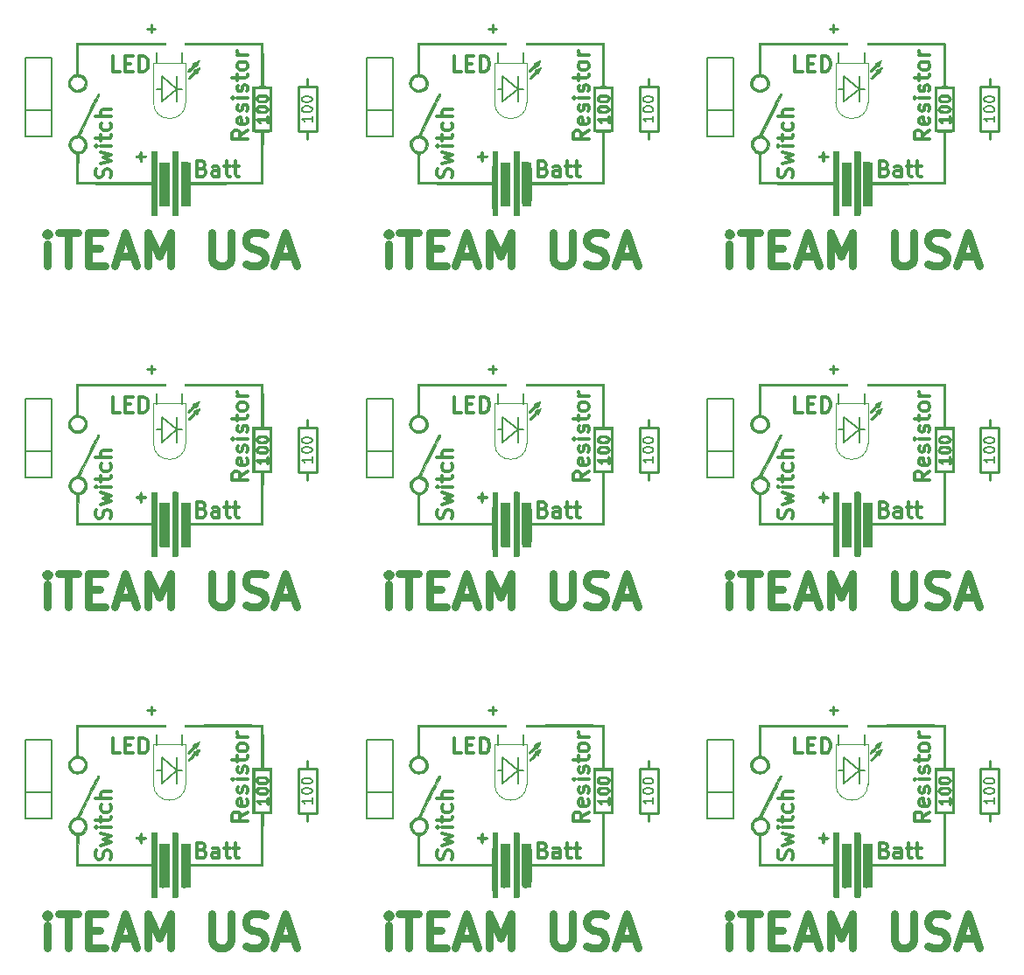
<source format=gto>
%MOIN*%
%OFA0B0*%
%FSLAX46Y46*%
%IPPOS*%
%LPD*%
%ADD10C,0.0039370078740157488*%
%ADD11C,0.011811023622047244*%
%ADD12C,0.00984251968503937*%
%ADD13C,0.031496062992125991*%
%ADD14C,0.005905511811023622*%
%ADD15C,0.0047244094488188976*%
%ADD16C,0.01*%
%ADD17C,0.00039370078740157485*%
%ADD28C,0.0039370078740157488*%
%ADD29C,0.011811023622047244*%
%ADD30C,0.00984251968503937*%
%ADD31C,0.031496062992125991*%
%ADD32C,0.005905511811023622*%
%ADD33C,0.0047244094488188976*%
%ADD34C,0.01*%
%ADD35C,0.00039370078740157485*%
%ADD36C,0.0039370078740157488*%
%ADD37C,0.011811023622047244*%
%ADD38C,0.00984251968503937*%
%ADD39C,0.031496062992125991*%
%ADD40C,0.005905511811023622*%
%ADD41C,0.0047244094488188976*%
%ADD42C,0.01*%
%ADD43C,0.00039370078740157485*%
%ADD44C,0.0039370078740157488*%
%ADD45C,0.011811023622047244*%
%ADD46C,0.00984251968503937*%
%ADD47C,0.031496062992125991*%
%ADD48C,0.005905511811023622*%
%ADD49C,0.0047244094488188976*%
%ADD50C,0.01*%
%ADD51C,0.00039370078740157485*%
%ADD52C,0.0039370078740157488*%
%ADD53C,0.011811023622047244*%
%ADD54C,0.00984251968503937*%
%ADD55C,0.031496062992125991*%
%ADD56C,0.005905511811023622*%
%ADD57C,0.0047244094488188976*%
%ADD58C,0.01*%
%ADD59C,0.00039370078740157485*%
%ADD60C,0.0039370078740157488*%
%ADD61C,0.011811023622047244*%
%ADD62C,0.00984251968503937*%
%ADD63C,0.031496062992125991*%
%ADD64C,0.005905511811023622*%
%ADD65C,0.0047244094488188976*%
%ADD66C,0.01*%
%ADD67C,0.00039370078740157485*%
%ADD68C,0.0039370078740157488*%
%ADD69C,0.011811023622047244*%
%ADD70C,0.00984251968503937*%
%ADD71C,0.031496062992125991*%
%ADD72C,0.005905511811023622*%
%ADD73C,0.0047244094488188976*%
%ADD74C,0.01*%
%ADD75C,0.00039370078740157485*%
%ADD76C,0.0039370078740157488*%
%ADD77C,0.011811023622047244*%
%ADD78C,0.00984251968503937*%
%ADD79C,0.031496062992125991*%
%ADD80C,0.005905511811023622*%
%ADD81C,0.0047244094488188976*%
%ADD82C,0.01*%
%ADD83C,0.00039370078740157485*%
%ADD84C,0.0039370078740157488*%
%ADD85C,0.011811023622047244*%
%ADD86C,0.00984251968503937*%
%ADD87C,0.031496062992125991*%
%ADD88C,0.005905511811023622*%
%ADD89C,0.0047244094488188976*%
%ADD90C,0.01*%
%ADD91C,0.00039370078740157485*%
G01*
D10*
D11*
X0000723756Y0000454218D02*
X0000732193Y0000451406D01*
X0000735005Y0000448594D01*
X0000737817Y0000442969D01*
X0000737817Y0000434533D01*
X0000735005Y0000428908D01*
X0000732193Y0000426096D01*
X0000726568Y0000423284D01*
X0000704071Y0000423284D01*
X0000704071Y0000482339D01*
X0000723756Y0000482339D01*
X0000729381Y0000479527D01*
X0000732193Y0000476715D01*
X0000735005Y0000471091D01*
X0000735005Y0000465466D01*
X0000732193Y0000459842D01*
X0000729381Y0000457030D01*
X0000723756Y0000454218D01*
X0000704071Y0000454218D01*
X0000788436Y0000423284D02*
X0000788436Y0000454218D01*
X0000785624Y0000459842D01*
X0000779999Y0000462654D01*
X0000768751Y0000462654D01*
X0000763126Y0000459842D01*
X0000788436Y0000426096D02*
X0000782811Y0000423284D01*
X0000768751Y0000423284D01*
X0000763126Y0000426096D01*
X0000760314Y0000431721D01*
X0000760314Y0000437345D01*
X0000763126Y0000442969D01*
X0000768751Y0000445781D01*
X0000782811Y0000445781D01*
X0000788436Y0000448594D01*
X0000808121Y0000462654D02*
X0000830618Y0000462654D01*
X0000816557Y0000482339D02*
X0000816557Y0000431721D01*
X0000819369Y0000426096D01*
X0000824994Y0000423284D01*
X0000830618Y0000423284D01*
X0000841867Y0000462654D02*
X0000864364Y0000462654D01*
X0000850303Y0000482339D02*
X0000850303Y0000431721D01*
X0000853115Y0000426096D01*
X0000858740Y0000423284D01*
X0000864364Y0000423284D01*
X0000373903Y0000419235D02*
X0000376715Y0000427671D01*
X0000376715Y0000441732D01*
X0000373903Y0000447356D01*
X0000371090Y0000450168D01*
X0000365466Y0000452980D01*
X0000359842Y0000452980D01*
X0000354218Y0000450168D01*
X0000351405Y0000447356D01*
X0000348593Y0000441732D01*
X0000345781Y0000430483D01*
X0000342969Y0000424859D01*
X0000340157Y0000422047D01*
X0000334532Y0000419235D01*
X0000328908Y0000419235D01*
X0000323284Y0000422047D01*
X0000320472Y0000424859D01*
X0000317660Y0000430483D01*
X0000317660Y0000444544D01*
X0000320472Y0000452980D01*
X0000337345Y0000472665D02*
X0000376715Y0000483914D01*
X0000348593Y0000495163D01*
X0000376715Y0000506411D01*
X0000337345Y0000517660D01*
X0000376715Y0000540157D02*
X0000337345Y0000540157D01*
X0000317660Y0000540157D02*
X0000320472Y0000537345D01*
X0000323284Y0000540157D01*
X0000320472Y0000542969D01*
X0000317660Y0000540157D01*
X0000323284Y0000540157D01*
X0000337345Y0000559842D02*
X0000337345Y0000582339D01*
X0000317660Y0000568279D02*
X0000368278Y0000568279D01*
X0000373903Y0000571091D01*
X0000376715Y0000576715D01*
X0000376715Y0000582339D01*
X0000373903Y0000627334D02*
X0000376715Y0000621709D01*
X0000376715Y0000610461D01*
X0000373903Y0000604836D01*
X0000371090Y0000602024D01*
X0000365466Y0000599212D01*
X0000348593Y0000599212D01*
X0000342969Y0000602024D01*
X0000340157Y0000604836D01*
X0000337345Y0000610461D01*
X0000337345Y0000621709D01*
X0000340157Y0000627334D01*
X0000376715Y0000652643D02*
X0000317660Y0000652643D01*
X0000376715Y0000677952D02*
X0000345781Y0000677952D01*
X0000340157Y0000675140D01*
X0000337345Y0000669516D01*
X0000337345Y0000661079D01*
X0000340157Y0000655455D01*
X0000342969Y0000652643D01*
X0000896715Y0000599235D02*
X0000868593Y0000579550D01*
X0000896715Y0000565489D02*
X0000837660Y0000565489D01*
X0000837660Y0000587986D01*
X0000840472Y0000593610D01*
X0000843284Y0000596423D01*
X0000848908Y0000599235D01*
X0000857345Y0000599235D01*
X0000862969Y0000596423D01*
X0000865781Y0000593610D01*
X0000868593Y0000587986D01*
X0000868593Y0000565489D01*
X0000893903Y0000647041D02*
X0000896715Y0000641417D01*
X0000896715Y0000630168D01*
X0000893903Y0000624544D01*
X0000888278Y0000621732D01*
X0000865781Y0000621732D01*
X0000860157Y0000624544D01*
X0000857345Y0000630168D01*
X0000857345Y0000641417D01*
X0000860157Y0000647041D01*
X0000865781Y0000649853D01*
X0000871405Y0000649853D01*
X0000877030Y0000621732D01*
X0000893903Y0000672351D02*
X0000896715Y0000677975D01*
X0000896715Y0000689223D01*
X0000893903Y0000694848D01*
X0000888278Y0000697660D01*
X0000885466Y0000697660D01*
X0000879842Y0000694848D01*
X0000877030Y0000689223D01*
X0000877030Y0000680787D01*
X0000874218Y0000675163D01*
X0000868593Y0000672351D01*
X0000865781Y0000672351D01*
X0000860157Y0000675163D01*
X0000857345Y0000680787D01*
X0000857345Y0000689223D01*
X0000860157Y0000694848D01*
X0000896715Y0000722969D02*
X0000857345Y0000722969D01*
X0000837660Y0000722969D02*
X0000840472Y0000720157D01*
X0000843284Y0000722969D01*
X0000840472Y0000725781D01*
X0000837660Y0000722969D01*
X0000843284Y0000722969D01*
X0000893903Y0000748279D02*
X0000896715Y0000753903D01*
X0000896715Y0000765151D01*
X0000893903Y0000770776D01*
X0000888278Y0000773588D01*
X0000885466Y0000773588D01*
X0000879842Y0000770776D01*
X0000877030Y0000765151D01*
X0000877030Y0000756715D01*
X0000874218Y0000751091D01*
X0000868593Y0000748279D01*
X0000865781Y0000748279D01*
X0000860157Y0000751091D01*
X0000857345Y0000756715D01*
X0000857345Y0000765151D01*
X0000860157Y0000770776D01*
X0000857345Y0000790461D02*
X0000857345Y0000812958D01*
X0000837660Y0000798897D02*
X0000888278Y0000798897D01*
X0000893903Y0000801709D01*
X0000896715Y0000807334D01*
X0000896715Y0000812958D01*
X0000896715Y0000841080D02*
X0000893903Y0000835455D01*
X0000891090Y0000832643D01*
X0000885466Y0000829831D01*
X0000868593Y0000829831D01*
X0000862969Y0000832643D01*
X0000860157Y0000835455D01*
X0000857345Y0000841080D01*
X0000857345Y0000849516D01*
X0000860157Y0000855140D01*
X0000862969Y0000857952D01*
X0000868593Y0000860765D01*
X0000885466Y0000860765D01*
X0000891090Y0000857952D01*
X0000893903Y0000855140D01*
X0000896715Y0000849516D01*
X0000896715Y0000841080D01*
X0000896715Y0000886074D02*
X0000857345Y0000886074D01*
X0000868593Y0000886074D02*
X0000862969Y0000888886D01*
X0000860157Y0000891698D01*
X0000857345Y0000897322D01*
X0000857345Y0000902947D01*
X0000412035Y0000823284D02*
X0000383914Y0000823284D01*
X0000383914Y0000882339D01*
X0000431720Y0000854218D02*
X0000451405Y0000854218D01*
X0000459842Y0000823284D02*
X0000431720Y0000823284D01*
X0000431720Y0000882339D01*
X0000459842Y0000882339D01*
X0000485151Y0000823284D02*
X0000485151Y0000882339D01*
X0000499212Y0000882339D01*
X0000507648Y0000879527D01*
X0000513273Y0000873903D01*
X0000516085Y0000868279D01*
X0000518897Y0000857030D01*
X0000518897Y0000848594D01*
X0000516085Y0000837345D01*
X0000513273Y0000831721D01*
X0000507648Y0000826096D01*
X0000499212Y0000823284D01*
X0000485151Y0000823284D01*
D12*
X0000515001Y0000987187D02*
X0000544997Y0000987187D01*
X0000529999Y0000972189D02*
X0000529999Y0001002186D01*
D13*
X0000133886Y0000082116D02*
X0000133886Y0000167418D01*
X0000133886Y0000210069D02*
X0000127793Y0000203976D01*
X0000133886Y0000197883D01*
X0000139979Y0000203976D01*
X0000133886Y0000210069D01*
X0000133886Y0000197883D01*
X0000176537Y0000210069D02*
X0000249653Y0000210069D01*
X0000213095Y0000082116D02*
X0000213095Y0000210069D01*
X0000292303Y0000149139D02*
X0000334954Y0000149139D01*
X0000353233Y0000082116D02*
X0000292303Y0000082116D01*
X0000292303Y0000210069D01*
X0000353233Y0000210069D01*
X0000401977Y0000118674D02*
X0000462907Y0000118674D01*
X0000389791Y0000082116D02*
X0000432442Y0000210069D01*
X0000475093Y0000082116D01*
X0000517744Y0000082116D02*
X0000517744Y0000210069D01*
X0000560395Y0000118674D01*
X0000603046Y0000210069D01*
X0000603046Y0000082116D01*
X0000761464Y0000210069D02*
X0000761464Y0000106488D01*
X0000767556Y0000094302D01*
X0000773649Y0000088209D01*
X0000785835Y0000082116D01*
X0000810207Y0000082116D01*
X0000822393Y0000088209D01*
X0000828486Y0000094302D01*
X0000834579Y0000106488D01*
X0000834579Y0000210069D01*
X0000889416Y0000088209D02*
X0000907695Y0000082116D01*
X0000938160Y0000082116D01*
X0000950346Y0000088209D01*
X0000956439Y0000094302D01*
X0000962532Y0000106488D01*
X0000962532Y0000118674D01*
X0000956439Y0000130860D01*
X0000950346Y0000136953D01*
X0000938160Y0000143046D01*
X0000913788Y0000149139D01*
X0000901602Y0000155232D01*
X0000895509Y0000161325D01*
X0000889416Y0000173511D01*
X0000889416Y0000185697D01*
X0000895509Y0000197883D01*
X0000901602Y0000203976D01*
X0000913788Y0000210069D01*
X0000944253Y0000210069D01*
X0000962532Y0000203976D01*
X0001011276Y0000118674D02*
X0001072206Y0000118674D01*
X0000999090Y0000082116D02*
X0001041741Y0000210069D01*
X0001084392Y0000082116D01*
D14*
X0000569684Y0000757677D02*
X0000549999Y0000757677D01*
X0000628739Y0000806889D02*
X0000628739Y0000708464D01*
X0000569684Y0000708464D02*
X0000628739Y0000757677D01*
X0000628739Y0000757677D02*
X0000569684Y0000806889D01*
X0000569684Y0000806889D02*
X0000569684Y0000708464D01*
X0000628739Y0000757677D02*
X0000648425Y0000757677D01*
X0000648425Y0000856102D02*
X0000648425Y0000895472D01*
X0000549999Y0000856102D02*
X0000549999Y0000895472D01*
D15*
X0000661417Y0000705708D02*
G75*
G02X0000538582Y0000705708I-0000061417D01*
G01*
X0000538582Y0000857677D02*
X0000538582Y0000705708D01*
X0000661417Y0000857677D02*
X0000661417Y0000705708D01*
X0000538582Y0000857677D02*
X0000661417Y0000857677D01*
X0000661417Y0000813582D02*
X0000661417Y0000857677D01*
X0000549999Y0000857677D02*
X0000549999Y0000857677D01*
X0000649999Y0000857677D02*
X0000649999Y0000857677D01*
D16*
X0001089999Y0000595000D02*
X0001159999Y0000595000D01*
X0001159999Y0000595000D02*
X0001159999Y0000765000D01*
X0001089999Y0000765000D02*
X0001089999Y0000595000D01*
X0001124999Y0000765000D02*
X0001124999Y0000795000D01*
X0001124999Y0000595000D02*
X0001124999Y0000565000D01*
X0001089999Y0000765000D02*
X0001159999Y0000765000D01*
D14*
X0000149999Y0000575000D02*
X0000049999Y0000575000D01*
X0000049999Y0000575000D02*
X0000049999Y0000875000D01*
X0000049999Y0000875000D02*
X0000149999Y0000875000D01*
X0000149999Y0000875000D02*
X0000149999Y0000575000D01*
X0000049999Y0000675000D02*
X0000149999Y0000675000D01*
D17*
G36*
X0000714040Y0000837791D02*
X0000712492Y0000833840D01*
X0000710077Y0000828327D01*
X0000708855Y0000825680D01*
X0000705794Y0000819568D01*
X0000703528Y0000815935D01*
X0000702237Y0000815050D01*
X0000702053Y0000815416D01*
X0000701004Y0000817889D01*
X0000700331Y0000818333D01*
X0000698773Y0000817228D01*
X0000695408Y0000814237D01*
X0000690766Y0000809849D01*
X0000686570Y0000805737D01*
X0000680874Y0000800174D01*
X0000677000Y0000796719D01*
X0000674481Y0000795059D01*
X0000672851Y0000794879D01*
X0000671745Y0000795737D01*
X0000670751Y0000797206D01*
X0000670599Y0000798756D01*
X0000671591Y0000800851D01*
X0000674029Y0000803954D01*
X0000678217Y0000808530D01*
X0000684067Y0000814639D01*
X0000688948Y0000819877D01*
X0000691659Y0000823319D01*
X0000692487Y0000825418D01*
X0000691721Y0000826627D01*
X0000691714Y0000826631D01*
X0000690008Y0000828223D01*
X0000690048Y0000828804D01*
X0000692201Y0000830044D01*
X0000696275Y0000832015D01*
X0000701376Y0000834327D01*
X0000706611Y0000836589D01*
X0000711087Y0000838411D01*
X0000713910Y0000839402D01*
X0000714428Y0000839459D01*
X0000714040Y0000837791D01*
X0000714040Y0000837791D01*
G37*
X0000714040Y0000837791D02*
X0000712492Y0000833840D01*
X0000710077Y0000828327D01*
X0000708855Y0000825680D01*
X0000705794Y0000819568D01*
X0000703528Y0000815935D01*
X0000702237Y0000815050D01*
X0000702053Y0000815416D01*
X0000701004Y0000817889D01*
X0000700331Y0000818333D01*
X0000698773Y0000817228D01*
X0000695408Y0000814237D01*
X0000690766Y0000809849D01*
X0000686570Y0000805737D01*
X0000680874Y0000800174D01*
X0000677000Y0000796719D01*
X0000674481Y0000795059D01*
X0000672851Y0000794879D01*
X0000671745Y0000795737D01*
X0000670751Y0000797206D01*
X0000670599Y0000798756D01*
X0000671591Y0000800851D01*
X0000674029Y0000803954D01*
X0000678217Y0000808530D01*
X0000684067Y0000814639D01*
X0000688948Y0000819877D01*
X0000691659Y0000823319D01*
X0000692487Y0000825418D01*
X0000691721Y0000826627D01*
X0000691714Y0000826631D01*
X0000690008Y0000828223D01*
X0000690048Y0000828804D01*
X0000692201Y0000830044D01*
X0000696275Y0000832015D01*
X0000701376Y0000834327D01*
X0000706611Y0000836589D01*
X0000711087Y0000838411D01*
X0000713910Y0000839402D01*
X0000714428Y0000839459D01*
X0000714040Y0000837791D01*
G36*
X0000712196Y0000865265D02*
X0000710674Y0000861514D01*
X0000708329Y0000856097D01*
X0000707067Y0000853266D01*
X0000704054Y0000846844D01*
X0000701964Y0000843170D01*
X0000700537Y0000841878D01*
X0000699510Y0000842601D01*
X0000699497Y0000842622D01*
X0000698475Y0000843520D01*
X0000696767Y0000843080D01*
X0000693949Y0000841010D01*
X0000689598Y0000837013D01*
X0000685126Y0000832626D01*
X0000679462Y0000827052D01*
X0000675635Y0000823541D01*
X0000673144Y0000821783D01*
X0000671485Y0000821465D01*
X0000670158Y0000822275D01*
X0000669525Y0000822937D01*
X0000668429Y0000824436D01*
X0000668321Y0000826010D01*
X0000669526Y0000828174D01*
X0000672369Y0000831449D01*
X0000677176Y0000836351D01*
X0000679246Y0000838412D01*
X0000684792Y0000844023D01*
X0000688210Y0000847822D01*
X0000689815Y0000850269D01*
X0000689918Y0000851823D01*
X0000689050Y0000852790D01*
X0000688153Y0000853943D01*
X0000688949Y0000855278D01*
X0000691865Y0000857126D01*
X0000697327Y0000859818D01*
X0000699248Y0000860712D01*
X0000705137Y0000863409D01*
X0000709735Y0000865469D01*
X0000712315Y0000866568D01*
X0000712614Y0000866666D01*
X0000712196Y0000865265D01*
X0000712196Y0000865265D01*
G37*
X0000712196Y0000865265D02*
X0000710674Y0000861514D01*
X0000708329Y0000856097D01*
X0000707067Y0000853266D01*
X0000704054Y0000846844D01*
X0000701964Y0000843170D01*
X0000700537Y0000841878D01*
X0000699510Y0000842601D01*
X0000699497Y0000842622D01*
X0000698475Y0000843520D01*
X0000696767Y0000843080D01*
X0000693949Y0000841010D01*
X0000689598Y0000837013D01*
X0000685126Y0000832626D01*
X0000679462Y0000827052D01*
X0000675635Y0000823541D01*
X0000673144Y0000821783D01*
X0000671485Y0000821465D01*
X0000670158Y0000822275D01*
X0000669525Y0000822937D01*
X0000668429Y0000824436D01*
X0000668321Y0000826010D01*
X0000669526Y0000828174D01*
X0000672369Y0000831449D01*
X0000677176Y0000836351D01*
X0000679246Y0000838412D01*
X0000684792Y0000844023D01*
X0000688210Y0000847822D01*
X0000689815Y0000850269D01*
X0000689918Y0000851823D01*
X0000689050Y0000852790D01*
X0000688153Y0000853943D01*
X0000688949Y0000855278D01*
X0000691865Y0000857126D01*
X0000697327Y0000859818D01*
X0000699248Y0000860712D01*
X0000705137Y0000863409D01*
X0000709735Y0000865469D01*
X0000712315Y0000866568D01*
X0000712614Y0000866666D01*
X0000712196Y0000865265D01*
G36*
X0000330805Y0000738114D02*
X0000332353Y0000736408D01*
X0000332413Y0000736028D01*
X0000331820Y0000734593D01*
X0000330110Y0000730902D01*
X0000327388Y0000725170D01*
X0000323759Y0000717614D01*
X0000319328Y0000708452D01*
X0000314200Y0000697900D01*
X0000308478Y0000686174D01*
X0000302269Y0000673491D01*
X0000295677Y0000660069D01*
X0000295240Y0000659180D01*
X0000288614Y0000645696D01*
X0000282353Y0000632921D01*
X0000276563Y0000621075D01*
X0000271349Y0000610377D01*
X0000266820Y0000601046D01*
X0000263079Y0000593301D01*
X0000260235Y0000587360D01*
X0000258393Y0000583443D01*
X0000257660Y0000581769D01*
X0000257654Y0000581746D01*
X0000258573Y0000580066D01*
X0000261574Y0000578346D01*
X0000262408Y0000578026D01*
X0000270374Y0000573782D01*
X0000277044Y0000567454D01*
X0000281996Y0000559574D01*
X0000284809Y0000550675D01*
X0000284992Y0000549494D01*
X0000284881Y0000541320D01*
X0000282609Y0000533131D01*
X0000278545Y0000525516D01*
X0000273056Y0000519063D01*
X0000266510Y0000514363D01*
X0000261896Y0000512535D01*
X0000257845Y0000511428D01*
X0000254800Y0000510588D01*
X0000254137Y0000510403D01*
X0000253681Y0000509686D01*
X0000253307Y0000507682D01*
X0000253008Y0000504182D01*
X0000252778Y0000498977D01*
X0000252610Y0000491858D01*
X0000252497Y0000482618D01*
X0000252434Y0000471048D01*
X0000252413Y0000456940D01*
X0000252413Y0000456077D01*
X0000252413Y0000402241D01*
X0000529625Y0000402241D01*
X0000530344Y0000520172D01*
X0000549655Y0000520172D01*
X0000549655Y0000276034D01*
X0000540631Y0000275633D01*
X0000535864Y0000275566D01*
X0000532246Y0000275785D01*
X0000530631Y0000276207D01*
X0000530423Y0000277752D01*
X0000530231Y0000281765D01*
X0000530058Y0000287956D01*
X0000529910Y0000296035D01*
X0000529791Y0000305712D01*
X0000529707Y0000316696D01*
X0000529661Y0000328698D01*
X0000529655Y0000335568D01*
X0000529655Y0000393952D01*
X0000387241Y0000394303D01*
X0000244827Y0000394655D01*
X0000244467Y0000452717D01*
X0000244108Y0000510779D01*
X0000238888Y0000512343D01*
X0000234758Y0000514190D01*
X0000230084Y0000517143D01*
X0000227820Y0000518912D01*
X0000221253Y0000526200D01*
X0000217092Y0000534528D01*
X0000215399Y0000543442D01*
X0000223952Y0000543442D01*
X0000224715Y0000539119D01*
X0000227360Y0000533102D01*
X0000231571Y0000527390D01*
X0000236564Y0000522938D01*
X0000239284Y0000521405D01*
X0000244603Y0000520019D01*
X0000251093Y0000519593D01*
X0000257325Y0000520157D01*
X0000260254Y0000520949D01*
X0000266876Y0000524851D01*
X0000272009Y0000530695D01*
X0000275260Y0000537896D01*
X0000276255Y0000544981D01*
X0000275002Y0000553460D01*
X0000271440Y0000560702D01*
X0000265871Y0000566370D01*
X0000258594Y0000570126D01*
X0000252745Y0000571424D01*
X0000244960Y0000571082D01*
X0000237876Y0000568444D01*
X0000231863Y0000563934D01*
X0000227291Y0000557979D01*
X0000224531Y0000551007D01*
X0000223952Y0000543442D01*
X0000215399Y0000543442D01*
X0000215389Y0000543495D01*
X0000216196Y0000552701D01*
X0000219564Y0000561748D01*
X0000221769Y0000565423D01*
X0000227255Y0000571740D01*
X0000234256Y0000576348D01*
X0000240400Y0000578801D01*
X0000247177Y0000581011D01*
X0000285821Y0000659557D01*
X0000292592Y0000673289D01*
X0000299032Y0000686286D01*
X0000305034Y0000698338D01*
X0000310490Y0000709232D01*
X0000315295Y0000718757D01*
X0000319340Y0000726701D01*
X0000322519Y0000732853D01*
X0000324726Y0000737000D01*
X0000325853Y0000738931D01*
X0000325951Y0000739041D01*
X0000328204Y0000739209D01*
X0000330805Y0000738114D01*
X0000330805Y0000738114D01*
G37*
X0000330805Y0000738114D02*
X0000332353Y0000736408D01*
X0000332413Y0000736028D01*
X0000331820Y0000734593D01*
X0000330110Y0000730902D01*
X0000327388Y0000725170D01*
X0000323759Y0000717614D01*
X0000319328Y0000708452D01*
X0000314200Y0000697900D01*
X0000308478Y0000686174D01*
X0000302269Y0000673491D01*
X0000295677Y0000660069D01*
X0000295240Y0000659180D01*
X0000288614Y0000645696D01*
X0000282353Y0000632921D01*
X0000276563Y0000621075D01*
X0000271349Y0000610377D01*
X0000266820Y0000601046D01*
X0000263079Y0000593301D01*
X0000260235Y0000587360D01*
X0000258393Y0000583443D01*
X0000257660Y0000581769D01*
X0000257654Y0000581746D01*
X0000258573Y0000580066D01*
X0000261574Y0000578346D01*
X0000262408Y0000578026D01*
X0000270374Y0000573782D01*
X0000277044Y0000567454D01*
X0000281996Y0000559574D01*
X0000284809Y0000550675D01*
X0000284992Y0000549494D01*
X0000284881Y0000541320D01*
X0000282609Y0000533131D01*
X0000278545Y0000525516D01*
X0000273056Y0000519063D01*
X0000266510Y0000514363D01*
X0000261896Y0000512535D01*
X0000257845Y0000511428D01*
X0000254800Y0000510588D01*
X0000254137Y0000510403D01*
X0000253681Y0000509686D01*
X0000253307Y0000507682D01*
X0000253008Y0000504182D01*
X0000252778Y0000498977D01*
X0000252610Y0000491858D01*
X0000252497Y0000482618D01*
X0000252434Y0000471048D01*
X0000252413Y0000456940D01*
X0000252413Y0000456077D01*
X0000252413Y0000402241D01*
X0000529625Y0000402241D01*
X0000530344Y0000520172D01*
X0000549655Y0000520172D01*
X0000549655Y0000276034D01*
X0000540631Y0000275633D01*
X0000535864Y0000275566D01*
X0000532246Y0000275785D01*
X0000530631Y0000276207D01*
X0000530423Y0000277752D01*
X0000530231Y0000281765D01*
X0000530058Y0000287956D01*
X0000529910Y0000296035D01*
X0000529791Y0000305712D01*
X0000529707Y0000316696D01*
X0000529661Y0000328698D01*
X0000529655Y0000335568D01*
X0000529655Y0000393952D01*
X0000387241Y0000394303D01*
X0000244827Y0000394655D01*
X0000244467Y0000452717D01*
X0000244108Y0000510779D01*
X0000238888Y0000512343D01*
X0000234758Y0000514190D01*
X0000230084Y0000517143D01*
X0000227820Y0000518912D01*
X0000221253Y0000526200D01*
X0000217092Y0000534528D01*
X0000215399Y0000543442D01*
X0000223952Y0000543442D01*
X0000224715Y0000539119D01*
X0000227360Y0000533102D01*
X0000231571Y0000527390D01*
X0000236564Y0000522938D01*
X0000239284Y0000521405D01*
X0000244603Y0000520019D01*
X0000251093Y0000519593D01*
X0000257325Y0000520157D01*
X0000260254Y0000520949D01*
X0000266876Y0000524851D01*
X0000272009Y0000530695D01*
X0000275260Y0000537896D01*
X0000276255Y0000544981D01*
X0000275002Y0000553460D01*
X0000271440Y0000560702D01*
X0000265871Y0000566370D01*
X0000258594Y0000570126D01*
X0000252745Y0000571424D01*
X0000244960Y0000571082D01*
X0000237876Y0000568444D01*
X0000231863Y0000563934D01*
X0000227291Y0000557979D01*
X0000224531Y0000551007D01*
X0000223952Y0000543442D01*
X0000215399Y0000543442D01*
X0000215389Y0000543495D01*
X0000216196Y0000552701D01*
X0000219564Y0000561748D01*
X0000221769Y0000565423D01*
X0000227255Y0000571740D01*
X0000234256Y0000576348D01*
X0000240400Y0000578801D01*
X0000247177Y0000581011D01*
X0000285821Y0000659557D01*
X0000292592Y0000673289D01*
X0000299032Y0000686286D01*
X0000305034Y0000698338D01*
X0000310490Y0000709232D01*
X0000315295Y0000718757D01*
X0000319340Y0000726701D01*
X0000322519Y0000732853D01*
X0000324726Y0000737000D01*
X0000325853Y0000738931D01*
X0000325951Y0000739041D01*
X0000328204Y0000739209D01*
X0000330805Y0000738114D01*
G36*
X0000624575Y0000520564D02*
X0000628478Y0000519979D01*
X0000629775Y0000519382D01*
X0000630122Y0000518764D01*
X0000630426Y0000517411D01*
X0000630691Y0000515162D01*
X0000630918Y0000511854D01*
X0000631111Y0000507322D01*
X0000631272Y0000501405D01*
X0000631404Y0000493939D01*
X0000631508Y0000484761D01*
X0000631589Y0000473708D01*
X0000631648Y0000460618D01*
X0000631688Y0000445326D01*
X0000631712Y0000427671D01*
X0000631723Y0000407488D01*
X0000631723Y0000398210D01*
X0000631714Y0000376086D01*
X0000631686Y0000356588D01*
X0000631637Y0000339584D01*
X0000631565Y0000324942D01*
X0000631468Y0000312530D01*
X0000631345Y0000302214D01*
X0000631194Y0000293864D01*
X0000631013Y0000287347D01*
X0000630799Y0000282530D01*
X0000630552Y0000279281D01*
X0000630270Y0000277469D01*
X0000630068Y0000277000D01*
X0000627817Y0000276046D01*
X0000623963Y0000275492D01*
X0000619393Y0000275333D01*
X0000614994Y0000275568D01*
X0000611653Y0000276192D01*
X0000610290Y0000277069D01*
X0000610196Y0000278676D01*
X0000610113Y0000282842D01*
X0000610044Y0000289363D01*
X0000609987Y0000298040D01*
X0000609944Y0000308670D01*
X0000609915Y0000321053D01*
X0000609900Y0000334988D01*
X0000609901Y0000350273D01*
X0000609916Y0000366707D01*
X0000609948Y0000384089D01*
X0000609988Y0000399482D01*
X0000610344Y0000520172D01*
X0000619085Y0000520586D01*
X0000624575Y0000520564D01*
X0000624575Y0000520564D01*
G37*
X0000624575Y0000520564D02*
X0000628478Y0000519979D01*
X0000629775Y0000519382D01*
X0000630122Y0000518764D01*
X0000630426Y0000517411D01*
X0000630691Y0000515162D01*
X0000630918Y0000511854D01*
X0000631111Y0000507322D01*
X0000631272Y0000501405D01*
X0000631404Y0000493939D01*
X0000631508Y0000484761D01*
X0000631589Y0000473708D01*
X0000631648Y0000460618D01*
X0000631688Y0000445326D01*
X0000631712Y0000427671D01*
X0000631723Y0000407488D01*
X0000631723Y0000398210D01*
X0000631714Y0000376086D01*
X0000631686Y0000356588D01*
X0000631637Y0000339584D01*
X0000631565Y0000324942D01*
X0000631468Y0000312530D01*
X0000631345Y0000302214D01*
X0000631194Y0000293864D01*
X0000631013Y0000287347D01*
X0000630799Y0000282530D01*
X0000630552Y0000279281D01*
X0000630270Y0000277469D01*
X0000630068Y0000277000D01*
X0000627817Y0000276046D01*
X0000623963Y0000275492D01*
X0000619393Y0000275333D01*
X0000614994Y0000275568D01*
X0000611653Y0000276192D01*
X0000610290Y0000277069D01*
X0000610196Y0000278676D01*
X0000610113Y0000282842D01*
X0000610044Y0000289363D01*
X0000609987Y0000298040D01*
X0000609944Y0000308670D01*
X0000609915Y0000321053D01*
X0000609900Y0000334988D01*
X0000609901Y0000350273D01*
X0000609916Y0000366707D01*
X0000609948Y0000384089D01*
X0000609988Y0000399482D01*
X0000610344Y0000520172D01*
X0000619085Y0000520586D01*
X0000624575Y0000520564D01*
G36*
X0000596551Y0000313275D02*
X0000579628Y0000312888D01*
X0000572022Y0000312791D01*
X0000566815Y0000312927D01*
X0000563655Y0000313323D01*
X0000562188Y0000314007D01*
X0000562028Y0000314267D01*
X0000561911Y0000315934D01*
X0000561813Y0000320111D01*
X0000561734Y0000326549D01*
X0000561675Y0000335000D01*
X0000561637Y0000345216D01*
X0000561622Y0000356947D01*
X0000561630Y0000369947D01*
X0000561662Y0000383964D01*
X0000561710Y0000396724D01*
X0000562068Y0000477413D01*
X0000596551Y0000477413D01*
X0000596551Y0000313275D01*
X0000596551Y0000313275D01*
G37*
X0000596551Y0000313275D02*
X0000579628Y0000312888D01*
X0000572022Y0000312791D01*
X0000566815Y0000312927D01*
X0000563655Y0000313323D01*
X0000562188Y0000314007D01*
X0000562028Y0000314267D01*
X0000561911Y0000315934D01*
X0000561813Y0000320111D01*
X0000561734Y0000326549D01*
X0000561675Y0000335000D01*
X0000561637Y0000345216D01*
X0000561622Y0000356947D01*
X0000561630Y0000369947D01*
X0000561662Y0000383964D01*
X0000561710Y0000396724D01*
X0000562068Y0000477413D01*
X0000596551Y0000477413D01*
X0000596551Y0000313275D01*
G36*
X0000890727Y0000932993D02*
X0000905900Y0000932942D01*
X0000918801Y0000932862D01*
X0000929528Y0000932755D01*
X0000938177Y0000932618D01*
X0000944846Y0000932451D01*
X0000949632Y0000932253D01*
X0000952633Y0000932024D01*
X0000953946Y0000931762D01*
X0000953988Y0000931734D01*
X0000954391Y0000930983D01*
X0000954735Y0000929325D01*
X0000955023Y0000926567D01*
X0000955260Y0000922516D01*
X0000955451Y0000916981D01*
X0000955599Y0000909770D01*
X0000955710Y0000900689D01*
X0000955787Y0000889548D01*
X0000955835Y0000876153D01*
X0000955858Y0000860313D01*
X0000955861Y0000849012D01*
X0000955861Y0000767846D01*
X0000972068Y0000767457D01*
X0000988275Y0000767069D01*
X0000988275Y0000594655D01*
X0000972077Y0000594266D01*
X0000955880Y0000593878D01*
X0000955526Y0000494266D01*
X0000955172Y0000394655D01*
X0000677282Y0000393952D01*
X0000676917Y0000353614D01*
X0000676551Y0000313275D01*
X0000660615Y0000312889D01*
X0000654239Y0000312815D01*
X0000648902Y0000312905D01*
X0000645192Y0000313138D01*
X0000643719Y0000313464D01*
X0000643546Y0000314980D01*
X0000643382Y0000319011D01*
X0000643232Y0000325314D01*
X0000643097Y0000333646D01*
X0000642981Y0000343762D01*
X0000642886Y0000355419D01*
X0000642816Y0000368375D01*
X0000642772Y0000382385D01*
X0000642758Y0000396306D01*
X0000642758Y0000478188D01*
X0000659655Y0000477801D01*
X0000676551Y0000477413D01*
X0000676918Y0000439827D01*
X0000677285Y0000402241D01*
X0000947586Y0000402241D01*
X0000947586Y0000593878D01*
X0000931379Y0000594266D01*
X0000915172Y0000594655D01*
X0000915172Y0000759482D01*
X0000922758Y0000759482D01*
X0000922758Y0000602241D01*
X0000980689Y0000602241D01*
X0000980689Y0000759482D01*
X0000922758Y0000759482D01*
X0000915172Y0000759482D01*
X0000915172Y0000767069D01*
X0000931379Y0000767457D01*
X0000947586Y0000767846D01*
X0000947586Y0000924987D01*
X0000658620Y0000925689D01*
X0000658620Y0000932586D01*
X0000805368Y0000932937D01*
X0000830602Y0000932989D01*
X0000853175Y0000933016D01*
X0000873184Y0000933017D01*
X0000890727Y0000932993D01*
X0000890727Y0000932993D01*
G37*
X0000890727Y0000932993D02*
X0000905900Y0000932942D01*
X0000918801Y0000932862D01*
X0000929528Y0000932755D01*
X0000938177Y0000932618D01*
X0000944846Y0000932451D01*
X0000949632Y0000932253D01*
X0000952633Y0000932024D01*
X0000953946Y0000931762D01*
X0000953988Y0000931734D01*
X0000954391Y0000930983D01*
X0000954735Y0000929325D01*
X0000955023Y0000926567D01*
X0000955260Y0000922516D01*
X0000955451Y0000916981D01*
X0000955599Y0000909770D01*
X0000955710Y0000900689D01*
X0000955787Y0000889548D01*
X0000955835Y0000876153D01*
X0000955858Y0000860313D01*
X0000955861Y0000849012D01*
X0000955861Y0000767846D01*
X0000972068Y0000767457D01*
X0000988275Y0000767069D01*
X0000988275Y0000594655D01*
X0000972077Y0000594266D01*
X0000955880Y0000593878D01*
X0000955526Y0000494266D01*
X0000955172Y0000394655D01*
X0000677282Y0000393952D01*
X0000676917Y0000353614D01*
X0000676551Y0000313275D01*
X0000660615Y0000312889D01*
X0000654239Y0000312815D01*
X0000648902Y0000312905D01*
X0000645192Y0000313138D01*
X0000643719Y0000313464D01*
X0000643546Y0000314980D01*
X0000643382Y0000319011D01*
X0000643232Y0000325314D01*
X0000643097Y0000333646D01*
X0000642981Y0000343762D01*
X0000642886Y0000355419D01*
X0000642816Y0000368375D01*
X0000642772Y0000382385D01*
X0000642758Y0000396306D01*
X0000642758Y0000478188D01*
X0000659655Y0000477801D01*
X0000676551Y0000477413D01*
X0000676918Y0000439827D01*
X0000677285Y0000402241D01*
X0000947586Y0000402241D01*
X0000947586Y0000593878D01*
X0000931379Y0000594266D01*
X0000915172Y0000594655D01*
X0000915172Y0000759482D01*
X0000922758Y0000759482D01*
X0000922758Y0000602241D01*
X0000980689Y0000602241D01*
X0000980689Y0000759482D01*
X0000922758Y0000759482D01*
X0000915172Y0000759482D01*
X0000915172Y0000767069D01*
X0000931379Y0000767457D01*
X0000947586Y0000767846D01*
X0000947586Y0000924987D01*
X0000658620Y0000925689D01*
X0000658620Y0000932586D01*
X0000805368Y0000932937D01*
X0000830602Y0000932989D01*
X0000853175Y0000933016D01*
X0000873184Y0000933017D01*
X0000890727Y0000932993D01*
G36*
X0000492217Y0000519833D02*
X0000494017Y0000516576D01*
X0000494899Y0000511409D01*
X0000495316Y0000504310D01*
X0000501971Y0000504310D01*
X0000507144Y0000503781D01*
X0000510359Y0000502333D01*
X0000511336Y0000500174D01*
X0000510344Y0000498103D01*
X0000507533Y0000496627D01*
X0000502530Y0000496040D01*
X0000501899Y0000496034D01*
X0000495172Y0000496034D01*
X0000495172Y0000489413D01*
X0000494594Y0000484403D01*
X0000493093Y0000480938D01*
X0000491021Y0000479330D01*
X0000488728Y0000479888D01*
X0000486944Y0000482150D01*
X0000486010Y0000485257D01*
X0000485532Y0000489503D01*
X0000485517Y0000490354D01*
X0000485517Y0000495890D01*
X0000478275Y0000496307D01*
X0000474048Y0000496663D01*
X0000471891Y0000497345D01*
X0000471119Y0000498718D01*
X0000471034Y0000500172D01*
X0000471271Y0000502199D01*
X0000472442Y0000503293D01*
X0000475233Y0000503821D01*
X0000478275Y0000504037D01*
X0000485517Y0000504454D01*
X0000485517Y0000510325D01*
X0000486172Y0000515973D01*
X0000487822Y0000519477D01*
X0000489994Y0000520782D01*
X0000492217Y0000519833D01*
X0000492217Y0000519833D01*
G37*
X0000492217Y0000519833D02*
X0000494017Y0000516576D01*
X0000494899Y0000511409D01*
X0000495316Y0000504310D01*
X0000501971Y0000504310D01*
X0000507144Y0000503781D01*
X0000510359Y0000502333D01*
X0000511336Y0000500174D01*
X0000510344Y0000498103D01*
X0000507533Y0000496627D01*
X0000502530Y0000496040D01*
X0000501899Y0000496034D01*
X0000495172Y0000496034D01*
X0000495172Y0000489413D01*
X0000494594Y0000484403D01*
X0000493093Y0000480938D01*
X0000491021Y0000479330D01*
X0000488728Y0000479888D01*
X0000486944Y0000482150D01*
X0000486010Y0000485257D01*
X0000485532Y0000489503D01*
X0000485517Y0000490354D01*
X0000485517Y0000495890D01*
X0000478275Y0000496307D01*
X0000474048Y0000496663D01*
X0000471891Y0000497345D01*
X0000471119Y0000498718D01*
X0000471034Y0000500172D01*
X0000471271Y0000502199D01*
X0000472442Y0000503293D01*
X0000475233Y0000503821D01*
X0000478275Y0000504037D01*
X0000485517Y0000504454D01*
X0000485517Y0000510325D01*
X0000486172Y0000515973D01*
X0000487822Y0000519477D01*
X0000489994Y0000520782D01*
X0000492217Y0000519833D01*
G36*
X0000582758Y0000925689D02*
X0000417586Y0000925339D01*
X0000252413Y0000924988D01*
X0000252413Y0000813518D01*
X0000257859Y0000812598D01*
X0000265878Y0000809932D01*
X0000272919Y0000805109D01*
X0000278650Y0000798634D01*
X0000282738Y0000791013D01*
X0000284851Y0000782750D01*
X0000284654Y0000774351D01*
X0000284257Y0000772490D01*
X0000281256Y0000764260D01*
X0000276617Y0000757675D01*
X0000269929Y0000752257D01*
X0000264137Y0000749060D01*
X0000256270Y0000746535D01*
X0000247420Y0000745765D01*
X0000238778Y0000746803D01*
X0000235521Y0000747782D01*
X0000227091Y0000752290D01*
X0000220028Y0000758916D01*
X0000216828Y0000763491D01*
X0000214692Y0000767671D01*
X0000213553Y0000771732D01*
X0000213132Y0000776865D01*
X0000213122Y0000777770D01*
X0000221185Y0000777770D01*
X0000222740Y0000770671D01*
X0000226342Y0000764498D01*
X0000231648Y0000759532D01*
X0000238312Y0000756055D01*
X0000245993Y0000754349D01*
X0000254344Y0000754696D01*
X0000258427Y0000755656D01*
X0000265234Y0000759009D01*
X0000270733Y0000764268D01*
X0000274559Y0000770830D01*
X0000276350Y0000778092D01*
X0000275932Y0000784689D01*
X0000273061Y0000792002D01*
X0000268418Y0000797674D01*
X0000262452Y0000801699D01*
X0000255615Y0000804070D01*
X0000248356Y0000804779D01*
X0000241125Y0000803821D01*
X0000234374Y0000801188D01*
X0000228551Y0000796872D01*
X0000224108Y0000790869D01*
X0000222020Y0000785511D01*
X0000221185Y0000777770D01*
X0000213122Y0000777770D01*
X0000213103Y0000779482D01*
X0000213307Y0000785326D01*
X0000214112Y0000789642D01*
X0000215808Y0000793643D01*
X0000216988Y0000795747D01*
X0000222500Y0000802792D01*
X0000229636Y0000808453D01*
X0000237550Y0000812075D01*
X0000238256Y0000812274D01*
X0000244108Y0000813840D01*
X0000244468Y0000873213D01*
X0000244827Y0000932586D01*
X0000582758Y0000932586D01*
X0000582758Y0000925689D01*
X0000582758Y0000925689D01*
G37*
X0000582758Y0000925689D02*
X0000417586Y0000925339D01*
X0000252413Y0000924988D01*
X0000252413Y0000813518D01*
X0000257859Y0000812598D01*
X0000265878Y0000809932D01*
X0000272919Y0000805109D01*
X0000278650Y0000798634D01*
X0000282738Y0000791013D01*
X0000284851Y0000782750D01*
X0000284654Y0000774351D01*
X0000284257Y0000772490D01*
X0000281256Y0000764260D01*
X0000276617Y0000757675D01*
X0000269929Y0000752257D01*
X0000264137Y0000749060D01*
X0000256270Y0000746535D01*
X0000247420Y0000745765D01*
X0000238778Y0000746803D01*
X0000235521Y0000747782D01*
X0000227091Y0000752290D01*
X0000220028Y0000758916D01*
X0000216828Y0000763491D01*
X0000214692Y0000767671D01*
X0000213553Y0000771732D01*
X0000213132Y0000776865D01*
X0000213122Y0000777770D01*
X0000221185Y0000777770D01*
X0000222740Y0000770671D01*
X0000226342Y0000764498D01*
X0000231648Y0000759532D01*
X0000238312Y0000756055D01*
X0000245993Y0000754349D01*
X0000254344Y0000754696D01*
X0000258427Y0000755656D01*
X0000265234Y0000759009D01*
X0000270733Y0000764268D01*
X0000274559Y0000770830D01*
X0000276350Y0000778092D01*
X0000275932Y0000784689D01*
X0000273061Y0000792002D01*
X0000268418Y0000797674D01*
X0000262452Y0000801699D01*
X0000255615Y0000804070D01*
X0000248356Y0000804779D01*
X0000241125Y0000803821D01*
X0000234374Y0000801188D01*
X0000228551Y0000796872D01*
X0000224108Y0000790869D01*
X0000222020Y0000785511D01*
X0000221185Y0000777770D01*
X0000213122Y0000777770D01*
X0000213103Y0000779482D01*
X0000213307Y0000785326D01*
X0000214112Y0000789642D01*
X0000215808Y0000793643D01*
X0000216988Y0000795747D01*
X0000222500Y0000802792D01*
X0000229636Y0000808453D01*
X0000237550Y0000812075D01*
X0000238256Y0000812274D01*
X0000244108Y0000813840D01*
X0000244468Y0000873213D01*
X0000244827Y0000932586D01*
X0000582758Y0000932586D01*
X0000582758Y0000925689D01*
G36*
X0000973935Y0000656929D02*
X0000975763Y0000655246D01*
X0000976937Y0000653236D01*
X0000977624Y0000649742D01*
X0000977910Y0000644233D01*
X0000977930Y0000641566D01*
X0000977828Y0000634665D01*
X0000977432Y0000630073D01*
X0000976606Y0000627343D01*
X0000975214Y0000626030D01*
X0000973122Y0000625689D01*
X0000973103Y0000625689D01*
X0000970131Y0000626675D01*
X0000968584Y0000629778D01*
X0000968275Y0000633388D01*
X0000968156Y0000634996D01*
X0000967438Y0000635981D01*
X0000965578Y0000636495D01*
X0000962033Y0000636692D01*
X0000956403Y0000636724D01*
X0000950692Y0000636675D01*
X0000947259Y0000636456D01*
X0000945623Y0000635961D01*
X0000945306Y0000635082D01*
X0000945555Y0000634310D01*
X0000946923Y0000629740D01*
X0000946508Y0000627070D01*
X0000944544Y0000626316D01*
X0000941268Y0000627499D01*
X0000936913Y0000630637D01*
X0000933956Y0000633391D01*
X0000930209Y0000637330D01*
X0000928052Y0000640266D01*
X0000927675Y0000642345D01*
X0000929268Y0000643712D01*
X0000933020Y0000644513D01*
X0000939123Y0000644893D01*
X0000947767Y0000644999D01*
X0000949134Y0000645000D01*
X0000968275Y0000645000D01*
X0000968275Y0000649039D01*
X0000968993Y0000652753D01*
X0000970443Y0000655246D01*
X0000972483Y0000657062D01*
X0000973935Y0000656929D01*
X0000973935Y0000656929D01*
G37*
X0000973935Y0000656929D02*
X0000975763Y0000655246D01*
X0000976937Y0000653236D01*
X0000977624Y0000649742D01*
X0000977910Y0000644233D01*
X0000977930Y0000641566D01*
X0000977828Y0000634665D01*
X0000977432Y0000630073D01*
X0000976606Y0000627343D01*
X0000975214Y0000626030D01*
X0000973122Y0000625689D01*
X0000973103Y0000625689D01*
X0000970131Y0000626675D01*
X0000968584Y0000629778D01*
X0000968275Y0000633388D01*
X0000968156Y0000634996D01*
X0000967438Y0000635981D01*
X0000965578Y0000636495D01*
X0000962033Y0000636692D01*
X0000956403Y0000636724D01*
X0000950692Y0000636675D01*
X0000947259Y0000636456D01*
X0000945623Y0000635961D01*
X0000945306Y0000635082D01*
X0000945555Y0000634310D01*
X0000946923Y0000629740D01*
X0000946508Y0000627070D01*
X0000944544Y0000626316D01*
X0000941268Y0000627499D01*
X0000936913Y0000630637D01*
X0000933956Y0000633391D01*
X0000930209Y0000637330D01*
X0000928052Y0000640266D01*
X0000927675Y0000642345D01*
X0000929268Y0000643712D01*
X0000933020Y0000644513D01*
X0000939123Y0000644893D01*
X0000947767Y0000644999D01*
X0000949134Y0000645000D01*
X0000968275Y0000645000D01*
X0000968275Y0000649039D01*
X0000968993Y0000652753D01*
X0000970443Y0000655246D01*
X0000972483Y0000657062D01*
X0000973935Y0000656929D01*
G36*
X0000955803Y0000695910D02*
X0000962067Y0000695283D01*
X0000966870Y0000694162D01*
X0000967700Y0000693818D01*
X0000971710Y0000690976D01*
X0000975206Y0000686913D01*
X0000977466Y0000682594D01*
X0000977930Y0000680139D01*
X0000977130Y0000677522D01*
X0000975138Y0000674062D01*
X0000974444Y0000673103D01*
X0000969572Y0000668851D01*
X0000962829Y0000666000D01*
X0000954792Y0000664678D01*
X0000946038Y0000665012D01*
X0000941641Y0000665823D01*
X0000935905Y0000667545D01*
X0000932120Y0000669777D01*
X0000929478Y0000673046D01*
X0000928857Y0000674174D01*
X0000927300Y0000679841D01*
X0000927409Y0000680475D01*
X0000936803Y0000680475D01*
X0000937066Y0000677719D01*
X0000938835Y0000675842D01*
X0000942459Y0000674700D01*
X0000948283Y0000674152D01*
X0000952451Y0000674052D01*
X0000959329Y0000674340D01*
X0000963858Y0000675384D01*
X0000965210Y0000676112D01*
X0000967903Y0000678985D01*
X0000968119Y0000681803D01*
X0000966130Y0000684324D01*
X0000962210Y0000686303D01*
X0000956635Y0000687498D01*
X0000952137Y0000687738D01*
X0000944871Y0000687171D01*
X0000939994Y0000685465D01*
X0000937352Y0000682546D01*
X0000936803Y0000680475D01*
X0000927409Y0000680475D01*
X0000928251Y0000685344D01*
X0000931482Y0000690188D01*
X0000936761Y0000693881D01*
X0000938365Y0000694563D01*
X0000942939Y0000695575D01*
X0000949090Y0000696016D01*
X0000955803Y0000695910D01*
X0000955803Y0000695910D01*
G37*
X0000955803Y0000695910D02*
X0000962067Y0000695283D01*
X0000966870Y0000694162D01*
X0000967700Y0000693818D01*
X0000971710Y0000690976D01*
X0000975206Y0000686913D01*
X0000977466Y0000682594D01*
X0000977930Y0000680139D01*
X0000977130Y0000677522D01*
X0000975138Y0000674062D01*
X0000974444Y0000673103D01*
X0000969572Y0000668851D01*
X0000962829Y0000666000D01*
X0000954792Y0000664678D01*
X0000946038Y0000665012D01*
X0000941641Y0000665823D01*
X0000935905Y0000667545D01*
X0000932120Y0000669777D01*
X0000929478Y0000673046D01*
X0000928857Y0000674174D01*
X0000927300Y0000679841D01*
X0000927409Y0000680475D01*
X0000936803Y0000680475D01*
X0000937066Y0000677719D01*
X0000938835Y0000675842D01*
X0000942459Y0000674700D01*
X0000948283Y0000674152D01*
X0000952451Y0000674052D01*
X0000959329Y0000674340D01*
X0000963858Y0000675384D01*
X0000965210Y0000676112D01*
X0000967903Y0000678985D01*
X0000968119Y0000681803D01*
X0000966130Y0000684324D01*
X0000962210Y0000686303D01*
X0000956635Y0000687498D01*
X0000952137Y0000687738D01*
X0000944871Y0000687171D01*
X0000939994Y0000685465D01*
X0000937352Y0000682546D01*
X0000936803Y0000680475D01*
X0000927409Y0000680475D01*
X0000928251Y0000685344D01*
X0000931482Y0000690188D01*
X0000936761Y0000693881D01*
X0000938365Y0000694563D01*
X0000942939Y0000695575D01*
X0000949090Y0000696016D01*
X0000955803Y0000695910D01*
G36*
X0000964131Y0000734704D02*
X0000969312Y0000732281D01*
X0000973690Y0000728353D01*
X0000973723Y0000728316D01*
X0000976928Y0000723718D01*
X0000977695Y0000719535D01*
X0000976078Y0000715000D01*
X0000974827Y0000712990D01*
X0000970488Y0000708899D01*
X0000964143Y0000706089D01*
X0000956279Y0000704660D01*
X0000947382Y0000704708D01*
X0000939697Y0000705910D01*
X0000933923Y0000708351D01*
X0000929767Y0000712399D01*
X0000927565Y0000717491D01*
X0000927588Y0000719015D01*
X0000936640Y0000719015D01*
X0000937626Y0000716347D01*
X0000938155Y0000715895D01*
X0000942360Y0000714335D01*
X0000948223Y0000713433D01*
X0000954711Y0000713233D01*
X0000960792Y0000713780D01*
X0000964603Y0000714760D01*
X0000967376Y0000716908D01*
X0000968029Y0000719907D01*
X0000966729Y0000723062D01*
X0000963641Y0000725679D01*
X0000961801Y0000726467D01*
X0000957474Y0000727278D01*
X0000952035Y0000727473D01*
X0000946439Y0000727115D01*
X0000941644Y0000726266D01*
X0000938607Y0000724988D01*
X0000938568Y0000724957D01*
X0000936975Y0000722333D01*
X0000936640Y0000719015D01*
X0000927588Y0000719015D01*
X0000927651Y0000723062D01*
X0000928301Y0000725062D01*
X0000931232Y0000729781D01*
X0000935702Y0000733020D01*
X0000942084Y0000734973D01*
X0000948989Y0000735751D01*
X0000957555Y0000735802D01*
X0000964131Y0000734704D01*
X0000964131Y0000734704D01*
G37*
X0000964131Y0000734704D02*
X0000969312Y0000732281D01*
X0000973690Y0000728353D01*
X0000973723Y0000728316D01*
X0000976928Y0000723718D01*
X0000977695Y0000719535D01*
X0000976078Y0000715000D01*
X0000974827Y0000712990D01*
X0000970488Y0000708899D01*
X0000964143Y0000706089D01*
X0000956279Y0000704660D01*
X0000947382Y0000704708D01*
X0000939697Y0000705910D01*
X0000933923Y0000708351D01*
X0000929767Y0000712399D01*
X0000927565Y0000717491D01*
X0000927588Y0000719015D01*
X0000936640Y0000719015D01*
X0000937626Y0000716347D01*
X0000938155Y0000715895D01*
X0000942360Y0000714335D01*
X0000948223Y0000713433D01*
X0000954711Y0000713233D01*
X0000960792Y0000713780D01*
X0000964603Y0000714760D01*
X0000967376Y0000716908D01*
X0000968029Y0000719907D01*
X0000966729Y0000723062D01*
X0000963641Y0000725679D01*
X0000961801Y0000726467D01*
X0000957474Y0000727278D01*
X0000952035Y0000727473D01*
X0000946439Y0000727115D01*
X0000941644Y0000726266D01*
X0000938607Y0000724988D01*
X0000938568Y0000724957D01*
X0000936975Y0000722333D01*
X0000936640Y0000719015D01*
X0000927588Y0000719015D01*
X0000927651Y0000723062D01*
X0000928301Y0000725062D01*
X0000931232Y0000729781D01*
X0000935702Y0000733020D01*
X0000942084Y0000734973D01*
X0000948989Y0000735751D01*
X0000957555Y0000735802D01*
X0000964131Y0000734704D01*
D14*
X0001142810Y0000653753D02*
X0001142810Y0000631256D01*
X0001142810Y0000642504D02*
X0001103440Y0000642504D01*
X0001109064Y0000638755D01*
X0001112813Y0000635005D01*
X0001114688Y0000631256D01*
X0001103440Y0000678125D02*
X0001103440Y0000681874D01*
X0001105314Y0000685624D01*
X0001107189Y0000687499D01*
X0001110939Y0000689373D01*
X0001118438Y0000691248D01*
X0001127811Y0000691248D01*
X0001135311Y0000689373D01*
X0001139060Y0000687499D01*
X0001140935Y0000685624D01*
X0001142810Y0000681874D01*
X0001142810Y0000678125D01*
X0001140935Y0000674375D01*
X0001139060Y0000672501D01*
X0001135311Y0000670626D01*
X0001127811Y0000668751D01*
X0001118438Y0000668751D01*
X0001110939Y0000670626D01*
X0001107189Y0000672501D01*
X0001105314Y0000674375D01*
X0001103440Y0000678125D01*
X0001103440Y0000715620D02*
X0001103440Y0000719370D01*
X0001105314Y0000723119D01*
X0001107189Y0000724994D01*
X0001110939Y0000726869D01*
X0001118438Y0000728744D01*
X0001127811Y0000728744D01*
X0001135311Y0000726869D01*
X0001139060Y0000724994D01*
X0001140935Y0000723119D01*
X0001142810Y0000719370D01*
X0001142810Y0000715620D01*
X0001140935Y0000711871D01*
X0001139060Y0000709996D01*
X0001135311Y0000708121D01*
X0001127811Y0000706246D01*
X0001118438Y0000706246D01*
X0001110939Y0000708121D01*
X0001107189Y0000709996D01*
X0001105314Y0000711871D01*
X0001103440Y0000715620D01*
G04 next file*
G04 #@! TF.FileFunction,Legend,Top*
G04 Gerber Fmt 4.6, Leading zero omitted, Abs format (unit mm)*
G04 Created by KiCad (PCBNEW 4.0.7) date 02/19/20 21:01:50*
G01*
G04 APERTURE LIST*
G04 APERTURE END LIST*
D28*
D29*
X0000723756Y0001753430D02*
X0000732193Y0001750618D01*
X0000735005Y0001747806D01*
X0000737817Y0001742182D01*
X0000737817Y0001733745D01*
X0000735005Y0001728121D01*
X0000732193Y0001725309D01*
X0000726568Y0001722497D01*
X0000704071Y0001722497D01*
X0000704071Y0001781552D01*
X0000723756Y0001781552D01*
X0000729381Y0001778739D01*
X0000732193Y0001775927D01*
X0000735005Y0001770303D01*
X0000735005Y0001764679D01*
X0000732193Y0001759054D01*
X0000729381Y0001756242D01*
X0000723756Y0001753430D01*
X0000704071Y0001753430D01*
X0000788436Y0001722497D02*
X0000788436Y0001753430D01*
X0000785624Y0001759054D01*
X0000779999Y0001761867D01*
X0000768751Y0001761867D01*
X0000763126Y0001759054D01*
X0000788436Y0001725309D02*
X0000782811Y0001722497D01*
X0000768751Y0001722497D01*
X0000763126Y0001725309D01*
X0000760314Y0001730933D01*
X0000760314Y0001736557D01*
X0000763126Y0001742182D01*
X0000768751Y0001744994D01*
X0000782811Y0001744994D01*
X0000788436Y0001747806D01*
X0000808121Y0001761867D02*
X0000830618Y0001761867D01*
X0000816557Y0001781552D02*
X0000816557Y0001730933D01*
X0000819369Y0001725309D01*
X0000824994Y0001722497D01*
X0000830618Y0001722497D01*
X0000841867Y0001761867D02*
X0000864364Y0001761867D01*
X0000850303Y0001781552D02*
X0000850303Y0001730933D01*
X0000853115Y0001725309D01*
X0000858740Y0001722497D01*
X0000864364Y0001722497D01*
X0000373903Y0001718447D02*
X0000376715Y0001726883D01*
X0000376715Y0001740944D01*
X0000373903Y0001746568D01*
X0000371090Y0001749381D01*
X0000365466Y0001752193D01*
X0000359842Y0001752193D01*
X0000354218Y0001749381D01*
X0000351405Y0001746568D01*
X0000348593Y0001740944D01*
X0000345781Y0001729696D01*
X0000342969Y0001724071D01*
X0000340157Y0001721259D01*
X0000334532Y0001718447D01*
X0000328908Y0001718447D01*
X0000323284Y0001721259D01*
X0000320472Y0001724071D01*
X0000317660Y0001729696D01*
X0000317660Y0001743756D01*
X0000320472Y0001752193D01*
X0000337345Y0001771878D02*
X0000376715Y0001783126D01*
X0000348593Y0001794375D01*
X0000376715Y0001805624D01*
X0000337345Y0001816872D01*
X0000376715Y0001839369D02*
X0000337345Y0001839369D01*
X0000317660Y0001839369D02*
X0000320472Y0001836557D01*
X0000323284Y0001839369D01*
X0000320472Y0001842182D01*
X0000317660Y0001839369D01*
X0000323284Y0001839369D01*
X0000337345Y0001859054D02*
X0000337345Y0001881552D01*
X0000317660Y0001867491D02*
X0000368278Y0001867491D01*
X0000373903Y0001870303D01*
X0000376715Y0001875927D01*
X0000376715Y0001881552D01*
X0000373903Y0001926546D02*
X0000376715Y0001920922D01*
X0000376715Y0001909673D01*
X0000373903Y0001904049D01*
X0000371090Y0001901237D01*
X0000365466Y0001898425D01*
X0000348593Y0001898425D01*
X0000342969Y0001901237D01*
X0000340157Y0001904049D01*
X0000337345Y0001909673D01*
X0000337345Y0001920922D01*
X0000340157Y0001926546D01*
X0000376715Y0001951855D02*
X0000317660Y0001951855D01*
X0000376715Y0001977165D02*
X0000345781Y0001977165D01*
X0000340157Y0001974352D01*
X0000337345Y0001968728D01*
X0000337345Y0001960292D01*
X0000340157Y0001954667D01*
X0000342969Y0001951855D01*
X0000896715Y0001898447D02*
X0000868593Y0001878762D01*
X0000896715Y0001864701D02*
X0000837660Y0001864701D01*
X0000837660Y0001887198D01*
X0000840472Y0001892823D01*
X0000843284Y0001895635D01*
X0000848908Y0001898447D01*
X0000857345Y0001898447D01*
X0000862969Y0001895635D01*
X0000865781Y0001892823D01*
X0000868593Y0001887198D01*
X0000868593Y0001864701D01*
X0000893903Y0001946254D02*
X0000896715Y0001940629D01*
X0000896715Y0001929381D01*
X0000893903Y0001923756D01*
X0000888278Y0001920944D01*
X0000865781Y0001920944D01*
X0000860157Y0001923756D01*
X0000857345Y0001929381D01*
X0000857345Y0001940629D01*
X0000860157Y0001946254D01*
X0000865781Y0001949066D01*
X0000871405Y0001949066D01*
X0000877030Y0001920944D01*
X0000893903Y0001971563D02*
X0000896715Y0001977187D01*
X0000896715Y0001988436D01*
X0000893903Y0001994060D01*
X0000888278Y0001996872D01*
X0000885466Y0001996872D01*
X0000879842Y0001994060D01*
X0000877030Y0001988436D01*
X0000877030Y0001979999D01*
X0000874218Y0001974375D01*
X0000868593Y0001971563D01*
X0000865781Y0001971563D01*
X0000860157Y0001974375D01*
X0000857345Y0001979999D01*
X0000857345Y0001988436D01*
X0000860157Y0001994060D01*
X0000896715Y0002022182D02*
X0000857345Y0002022182D01*
X0000837660Y0002022182D02*
X0000840472Y0002019369D01*
X0000843284Y0002022182D01*
X0000840472Y0002024994D01*
X0000837660Y0002022182D01*
X0000843284Y0002022182D01*
X0000893903Y0002047491D02*
X0000896715Y0002053115D01*
X0000896715Y0002064364D01*
X0000893903Y0002069988D01*
X0000888278Y0002072800D01*
X0000885466Y0002072800D01*
X0000879842Y0002069988D01*
X0000877030Y0002064364D01*
X0000877030Y0002055927D01*
X0000874218Y0002050303D01*
X0000868593Y0002047491D01*
X0000865781Y0002047491D01*
X0000860157Y0002050303D01*
X0000857345Y0002055927D01*
X0000857345Y0002064364D01*
X0000860157Y0002069988D01*
X0000857345Y0002089673D02*
X0000857345Y0002112170D01*
X0000837660Y0002098110D02*
X0000888278Y0002098110D01*
X0000893903Y0002100922D01*
X0000896715Y0002106546D01*
X0000896715Y0002112170D01*
X0000896715Y0002140292D02*
X0000893903Y0002134667D01*
X0000891090Y0002131855D01*
X0000885466Y0002129043D01*
X0000868593Y0002129043D01*
X0000862969Y0002131855D01*
X0000860157Y0002134667D01*
X0000857345Y0002140292D01*
X0000857345Y0002148728D01*
X0000860157Y0002154353D01*
X0000862969Y0002157165D01*
X0000868593Y0002159977D01*
X0000885466Y0002159977D01*
X0000891090Y0002157165D01*
X0000893903Y0002154353D01*
X0000896715Y0002148728D01*
X0000896715Y0002140292D01*
X0000896715Y0002185286D02*
X0000857345Y0002185286D01*
X0000868593Y0002185286D02*
X0000862969Y0002188098D01*
X0000860157Y0002190910D01*
X0000857345Y0002196535D01*
X0000857345Y0002202159D01*
X0000412035Y0002122497D02*
X0000383914Y0002122497D01*
X0000383914Y0002181552D01*
X0000431720Y0002153430D02*
X0000451405Y0002153430D01*
X0000459842Y0002122497D02*
X0000431720Y0002122497D01*
X0000431720Y0002181552D01*
X0000459842Y0002181552D01*
X0000485151Y0002122497D02*
X0000485151Y0002181552D01*
X0000499212Y0002181552D01*
X0000507648Y0002178739D01*
X0000513273Y0002173115D01*
X0000516085Y0002167491D01*
X0000518897Y0002156242D01*
X0000518897Y0002147806D01*
X0000516085Y0002136557D01*
X0000513273Y0002130933D01*
X0000507648Y0002125309D01*
X0000499212Y0002122497D01*
X0000485151Y0002122497D01*
D30*
X0000515001Y0002286400D02*
X0000544997Y0002286400D01*
X0000529999Y0002271402D02*
X0000529999Y0002301398D01*
D31*
X0000133886Y0001381329D02*
X0000133886Y0001466630D01*
X0000133886Y0001509281D02*
X0000127793Y0001503188D01*
X0000133886Y0001497095D01*
X0000139979Y0001503188D01*
X0000133886Y0001509281D01*
X0000133886Y0001497095D01*
X0000176537Y0001509281D02*
X0000249653Y0001509281D01*
X0000213095Y0001381329D02*
X0000213095Y0001509281D01*
X0000292303Y0001448351D02*
X0000334954Y0001448351D01*
X0000353233Y0001381329D02*
X0000292303Y0001381329D01*
X0000292303Y0001509281D01*
X0000353233Y0001509281D01*
X0000401977Y0001417886D02*
X0000462907Y0001417886D01*
X0000389791Y0001381329D02*
X0000432442Y0001509281D01*
X0000475093Y0001381329D01*
X0000517744Y0001381329D02*
X0000517744Y0001509281D01*
X0000560395Y0001417886D01*
X0000603046Y0001509281D01*
X0000603046Y0001381329D01*
X0000761464Y0001509281D02*
X0000761464Y0001405700D01*
X0000767556Y0001393515D01*
X0000773649Y0001387422D01*
X0000785835Y0001381329D01*
X0000810207Y0001381329D01*
X0000822393Y0001387422D01*
X0000828486Y0001393515D01*
X0000834579Y0001405700D01*
X0000834579Y0001509281D01*
X0000889416Y0001387422D02*
X0000907695Y0001381329D01*
X0000938160Y0001381329D01*
X0000950346Y0001387422D01*
X0000956439Y0001393515D01*
X0000962532Y0001405700D01*
X0000962532Y0001417886D01*
X0000956439Y0001430072D01*
X0000950346Y0001436165D01*
X0000938160Y0001442258D01*
X0000913788Y0001448351D01*
X0000901602Y0001454444D01*
X0000895509Y0001460537D01*
X0000889416Y0001472723D01*
X0000889416Y0001484909D01*
X0000895509Y0001497095D01*
X0000901602Y0001503188D01*
X0000913788Y0001509281D01*
X0000944253Y0001509281D01*
X0000962532Y0001503188D01*
X0001011276Y0001417886D02*
X0001072206Y0001417886D01*
X0000999090Y0001381329D02*
X0001041741Y0001509281D01*
X0001084392Y0001381329D01*
D32*
X0000569684Y0002056889D02*
X0000549999Y0002056889D01*
X0000628739Y0002106102D02*
X0000628739Y0002007676D01*
X0000569684Y0002007676D02*
X0000628739Y0002056889D01*
X0000628739Y0002056889D02*
X0000569684Y0002106102D01*
X0000569684Y0002106102D02*
X0000569684Y0002007676D01*
X0000628739Y0002056889D02*
X0000648425Y0002056889D01*
X0000648425Y0002155314D02*
X0000648425Y0002194684D01*
X0000549999Y0002155314D02*
X0000549999Y0002194684D01*
D33*
X0000661417Y0002004921D02*
G75*
G02X0000538582Y0002004921I-0000061417D01*
G01*
X0000538582Y0002156889D02*
X0000538582Y0002004921D01*
X0000661417Y0002156889D02*
X0000661417Y0002004921D01*
X0000538582Y0002156889D02*
X0000661417Y0002156889D01*
X0000661417Y0002112795D02*
X0000661417Y0002156889D01*
X0000549999Y0002156889D02*
X0000549999Y0002156889D01*
X0000649999Y0002156889D02*
X0000649999Y0002156889D01*
D34*
X0001089999Y0001894212D02*
X0001159999Y0001894212D01*
X0001159999Y0001894212D02*
X0001159999Y0002064212D01*
X0001089999Y0002064212D02*
X0001089999Y0001894212D01*
X0001124999Y0002064212D02*
X0001124999Y0002094212D01*
X0001124999Y0001894212D02*
X0001124999Y0001864212D01*
X0001089999Y0002064212D02*
X0001159999Y0002064212D01*
D32*
X0000149999Y0001874212D02*
X0000049999Y0001874212D01*
X0000049999Y0001874212D02*
X0000049999Y0002174212D01*
X0000049999Y0002174212D02*
X0000149999Y0002174212D01*
X0000149999Y0002174212D02*
X0000149999Y0001874212D01*
X0000049999Y0001974212D02*
X0000149999Y0001974212D01*
D35*
G36*
X0000714040Y0002137003D02*
X0000712492Y0002133052D01*
X0000710077Y0002127539D01*
X0000708855Y0002124893D01*
X0000705794Y0002118780D01*
X0000703528Y0002115147D01*
X0000702237Y0002114262D01*
X0000702053Y0002114629D01*
X0000701004Y0002117101D01*
X0000700331Y0002117545D01*
X0000698773Y0002116440D01*
X0000695408Y0002113450D01*
X0000690766Y0002109061D01*
X0000686570Y0002104950D01*
X0000680874Y0002099386D01*
X0000677000Y0002095932D01*
X0000674481Y0002094272D01*
X0000672851Y0002094091D01*
X0000671745Y0002094950D01*
X0000670751Y0002096419D01*
X0000670599Y0002097969D01*
X0000671591Y0002100063D01*
X0000674029Y0002103166D01*
X0000678217Y0002107742D01*
X0000684067Y0002113851D01*
X0000688948Y0002119089D01*
X0000691659Y0002122532D01*
X0000692487Y0002124631D01*
X0000691721Y0002125840D01*
X0000691714Y0002125844D01*
X0000690008Y0002127435D01*
X0000690048Y0002128017D01*
X0000692201Y0002129256D01*
X0000696275Y0002131227D01*
X0000701376Y0002133539D01*
X0000706611Y0002135801D01*
X0000711087Y0002137623D01*
X0000713910Y0002138615D01*
X0000714428Y0002138672D01*
X0000714040Y0002137003D01*
X0000714040Y0002137003D01*
G37*
X0000714040Y0002137003D02*
X0000712492Y0002133052D01*
X0000710077Y0002127539D01*
X0000708855Y0002124893D01*
X0000705794Y0002118780D01*
X0000703528Y0002115147D01*
X0000702237Y0002114262D01*
X0000702053Y0002114629D01*
X0000701004Y0002117101D01*
X0000700331Y0002117545D01*
X0000698773Y0002116440D01*
X0000695408Y0002113450D01*
X0000690766Y0002109061D01*
X0000686570Y0002104950D01*
X0000680874Y0002099386D01*
X0000677000Y0002095932D01*
X0000674481Y0002094272D01*
X0000672851Y0002094091D01*
X0000671745Y0002094950D01*
X0000670751Y0002096419D01*
X0000670599Y0002097969D01*
X0000671591Y0002100063D01*
X0000674029Y0002103166D01*
X0000678217Y0002107742D01*
X0000684067Y0002113851D01*
X0000688948Y0002119089D01*
X0000691659Y0002122532D01*
X0000692487Y0002124631D01*
X0000691721Y0002125840D01*
X0000691714Y0002125844D01*
X0000690008Y0002127435D01*
X0000690048Y0002128017D01*
X0000692201Y0002129256D01*
X0000696275Y0002131227D01*
X0000701376Y0002133539D01*
X0000706611Y0002135801D01*
X0000711087Y0002137623D01*
X0000713910Y0002138615D01*
X0000714428Y0002138672D01*
X0000714040Y0002137003D01*
G36*
X0000712196Y0002164477D02*
X0000710674Y0002160726D01*
X0000708329Y0002155310D01*
X0000707067Y0002152478D01*
X0000704054Y0002146056D01*
X0000701964Y0002142383D01*
X0000700537Y0002141091D01*
X0000699510Y0002141813D01*
X0000699497Y0002141835D01*
X0000698475Y0002142732D01*
X0000696767Y0002142293D01*
X0000693949Y0002140222D01*
X0000689598Y0002136225D01*
X0000685126Y0002131838D01*
X0000679462Y0002126264D01*
X0000675635Y0002122753D01*
X0000673144Y0002120995D01*
X0000671485Y0002120677D01*
X0000670158Y0002121488D01*
X0000669525Y0002122149D01*
X0000668429Y0002123649D01*
X0000668321Y0002125222D01*
X0000669526Y0002127387D01*
X0000672369Y0002130661D01*
X0000677176Y0002135564D01*
X0000679246Y0002137625D01*
X0000684792Y0002143235D01*
X0000688210Y0002147034D01*
X0000689815Y0002149481D01*
X0000689918Y0002151035D01*
X0000689050Y0002152003D01*
X0000688153Y0002153155D01*
X0000688949Y0002154490D01*
X0000691865Y0002156338D01*
X0000697327Y0002159031D01*
X0000699248Y0002159924D01*
X0000705137Y0002162621D01*
X0000709735Y0002164681D01*
X0000712315Y0002165780D01*
X0000712614Y0002165879D01*
X0000712196Y0002164477D01*
X0000712196Y0002164477D01*
G37*
X0000712196Y0002164477D02*
X0000710674Y0002160726D01*
X0000708329Y0002155310D01*
X0000707067Y0002152478D01*
X0000704054Y0002146056D01*
X0000701964Y0002142383D01*
X0000700537Y0002141091D01*
X0000699510Y0002141813D01*
X0000699497Y0002141835D01*
X0000698475Y0002142732D01*
X0000696767Y0002142293D01*
X0000693949Y0002140222D01*
X0000689598Y0002136225D01*
X0000685126Y0002131838D01*
X0000679462Y0002126264D01*
X0000675635Y0002122753D01*
X0000673144Y0002120995D01*
X0000671485Y0002120677D01*
X0000670158Y0002121488D01*
X0000669525Y0002122149D01*
X0000668429Y0002123649D01*
X0000668321Y0002125222D01*
X0000669526Y0002127387D01*
X0000672369Y0002130661D01*
X0000677176Y0002135564D01*
X0000679246Y0002137625D01*
X0000684792Y0002143235D01*
X0000688210Y0002147034D01*
X0000689815Y0002149481D01*
X0000689918Y0002151035D01*
X0000689050Y0002152003D01*
X0000688153Y0002153155D01*
X0000688949Y0002154490D01*
X0000691865Y0002156338D01*
X0000697327Y0002159031D01*
X0000699248Y0002159924D01*
X0000705137Y0002162621D01*
X0000709735Y0002164681D01*
X0000712315Y0002165780D01*
X0000712614Y0002165879D01*
X0000712196Y0002164477D01*
G36*
X0000330805Y0002037326D02*
X0000332353Y0002035621D01*
X0000332413Y0002035241D01*
X0000331820Y0002033806D01*
X0000330110Y0002030114D01*
X0000327388Y0002024382D01*
X0000323759Y0002016827D01*
X0000319328Y0002007664D01*
X0000314200Y0001997112D01*
X0000308478Y0001985386D01*
X0000302269Y0001972704D01*
X0000295677Y0001959281D01*
X0000295240Y0001958393D01*
X0000288614Y0001944908D01*
X0000282353Y0001932133D01*
X0000276563Y0001920287D01*
X0000271349Y0001909589D01*
X0000266820Y0001900258D01*
X0000263079Y0001892513D01*
X0000260235Y0001886572D01*
X0000258393Y0001882655D01*
X0000257660Y0001880981D01*
X0000257654Y0001880958D01*
X0000258573Y0001879279D01*
X0000261574Y0001877559D01*
X0000262408Y0001877239D01*
X0000270374Y0001872995D01*
X0000277044Y0001866667D01*
X0000281996Y0001858787D01*
X0000284809Y0001849887D01*
X0000284992Y0001848706D01*
X0000284881Y0001840532D01*
X0000282609Y0001832343D01*
X0000278545Y0001824728D01*
X0000273056Y0001818276D01*
X0000266510Y0001813575D01*
X0000261896Y0001811748D01*
X0000257845Y0001810640D01*
X0000254800Y0001809801D01*
X0000254137Y0001809615D01*
X0000253681Y0001808899D01*
X0000253307Y0001806895D01*
X0000253008Y0001803394D01*
X0000252778Y0001798189D01*
X0000252610Y0001791070D01*
X0000252497Y0001781830D01*
X0000252434Y0001770260D01*
X0000252413Y0001756152D01*
X0000252413Y0001755290D01*
X0000252413Y0001701453D01*
X0000529625Y0001701453D01*
X0000530344Y0001819384D01*
X0000549655Y0001819384D01*
X0000549655Y0001575246D01*
X0000540631Y0001574845D01*
X0000535864Y0001574778D01*
X0000532246Y0001574997D01*
X0000530631Y0001575420D01*
X0000530423Y0001576964D01*
X0000530231Y0001580977D01*
X0000530058Y0001587168D01*
X0000529910Y0001595247D01*
X0000529791Y0001604924D01*
X0000529707Y0001615908D01*
X0000529661Y0001627910D01*
X0000529655Y0001634780D01*
X0000529655Y0001693165D01*
X0000387241Y0001693516D01*
X0000244827Y0001693867D01*
X0000244467Y0001751929D01*
X0000244108Y0001809991D01*
X0000238888Y0001811555D01*
X0000234758Y0001813402D01*
X0000230084Y0001816355D01*
X0000227820Y0001818124D01*
X0000221253Y0001825413D01*
X0000217092Y0001833740D01*
X0000215399Y0001842654D01*
X0000223952Y0001842654D01*
X0000224715Y0001838332D01*
X0000227360Y0001832314D01*
X0000231571Y0001826602D01*
X0000236564Y0001822150D01*
X0000239284Y0001820617D01*
X0000244603Y0001819231D01*
X0000251093Y0001818805D01*
X0000257325Y0001819370D01*
X0000260254Y0001820162D01*
X0000266876Y0001824063D01*
X0000272009Y0001829908D01*
X0000275260Y0001837108D01*
X0000276255Y0001844193D01*
X0000275002Y0001852672D01*
X0000271440Y0001859915D01*
X0000265871Y0001865582D01*
X0000258594Y0001869338D01*
X0000252745Y0001870637D01*
X0000244960Y0001870295D01*
X0000237876Y0001867656D01*
X0000231863Y0001863146D01*
X0000227291Y0001857191D01*
X0000224531Y0001850219D01*
X0000223952Y0001842654D01*
X0000215399Y0001842654D01*
X0000215389Y0001842707D01*
X0000216196Y0001851913D01*
X0000219564Y0001860960D01*
X0000221769Y0001864635D01*
X0000227255Y0001870952D01*
X0000234256Y0001875560D01*
X0000240400Y0001878014D01*
X0000247177Y0001880223D01*
X0000285821Y0001958769D01*
X0000292592Y0001972501D01*
X0000299032Y0001985498D01*
X0000305034Y0001997550D01*
X0000310490Y0002008444D01*
X0000315295Y0002017969D01*
X0000319340Y0002025913D01*
X0000322519Y0002032065D01*
X0000324726Y0002036212D01*
X0000325853Y0002038144D01*
X0000325951Y0002038254D01*
X0000328204Y0002038422D01*
X0000330805Y0002037326D01*
X0000330805Y0002037326D01*
G37*
X0000330805Y0002037326D02*
X0000332353Y0002035621D01*
X0000332413Y0002035241D01*
X0000331820Y0002033806D01*
X0000330110Y0002030114D01*
X0000327388Y0002024382D01*
X0000323759Y0002016827D01*
X0000319328Y0002007664D01*
X0000314200Y0001997112D01*
X0000308478Y0001985386D01*
X0000302269Y0001972704D01*
X0000295677Y0001959281D01*
X0000295240Y0001958393D01*
X0000288614Y0001944908D01*
X0000282353Y0001932133D01*
X0000276563Y0001920287D01*
X0000271349Y0001909589D01*
X0000266820Y0001900258D01*
X0000263079Y0001892513D01*
X0000260235Y0001886572D01*
X0000258393Y0001882655D01*
X0000257660Y0001880981D01*
X0000257654Y0001880958D01*
X0000258573Y0001879279D01*
X0000261574Y0001877559D01*
X0000262408Y0001877239D01*
X0000270374Y0001872995D01*
X0000277044Y0001866667D01*
X0000281996Y0001858787D01*
X0000284809Y0001849887D01*
X0000284992Y0001848706D01*
X0000284881Y0001840532D01*
X0000282609Y0001832343D01*
X0000278545Y0001824728D01*
X0000273056Y0001818276D01*
X0000266510Y0001813575D01*
X0000261896Y0001811748D01*
X0000257845Y0001810640D01*
X0000254800Y0001809801D01*
X0000254137Y0001809615D01*
X0000253681Y0001808899D01*
X0000253307Y0001806895D01*
X0000253008Y0001803394D01*
X0000252778Y0001798189D01*
X0000252610Y0001791070D01*
X0000252497Y0001781830D01*
X0000252434Y0001770260D01*
X0000252413Y0001756152D01*
X0000252413Y0001755290D01*
X0000252413Y0001701453D01*
X0000529625Y0001701453D01*
X0000530344Y0001819384D01*
X0000549655Y0001819384D01*
X0000549655Y0001575246D01*
X0000540631Y0001574845D01*
X0000535864Y0001574778D01*
X0000532246Y0001574997D01*
X0000530631Y0001575420D01*
X0000530423Y0001576964D01*
X0000530231Y0001580977D01*
X0000530058Y0001587168D01*
X0000529910Y0001595247D01*
X0000529791Y0001604924D01*
X0000529707Y0001615908D01*
X0000529661Y0001627910D01*
X0000529655Y0001634780D01*
X0000529655Y0001693165D01*
X0000387241Y0001693516D01*
X0000244827Y0001693867D01*
X0000244467Y0001751929D01*
X0000244108Y0001809991D01*
X0000238888Y0001811555D01*
X0000234758Y0001813402D01*
X0000230084Y0001816355D01*
X0000227820Y0001818124D01*
X0000221253Y0001825413D01*
X0000217092Y0001833740D01*
X0000215399Y0001842654D01*
X0000223952Y0001842654D01*
X0000224715Y0001838332D01*
X0000227360Y0001832314D01*
X0000231571Y0001826602D01*
X0000236564Y0001822150D01*
X0000239284Y0001820617D01*
X0000244603Y0001819231D01*
X0000251093Y0001818805D01*
X0000257325Y0001819370D01*
X0000260254Y0001820162D01*
X0000266876Y0001824063D01*
X0000272009Y0001829908D01*
X0000275260Y0001837108D01*
X0000276255Y0001844193D01*
X0000275002Y0001852672D01*
X0000271440Y0001859915D01*
X0000265871Y0001865582D01*
X0000258594Y0001869338D01*
X0000252745Y0001870637D01*
X0000244960Y0001870295D01*
X0000237876Y0001867656D01*
X0000231863Y0001863146D01*
X0000227291Y0001857191D01*
X0000224531Y0001850219D01*
X0000223952Y0001842654D01*
X0000215399Y0001842654D01*
X0000215389Y0001842707D01*
X0000216196Y0001851913D01*
X0000219564Y0001860960D01*
X0000221769Y0001864635D01*
X0000227255Y0001870952D01*
X0000234256Y0001875560D01*
X0000240400Y0001878014D01*
X0000247177Y0001880223D01*
X0000285821Y0001958769D01*
X0000292592Y0001972501D01*
X0000299032Y0001985498D01*
X0000305034Y0001997550D01*
X0000310490Y0002008444D01*
X0000315295Y0002017969D01*
X0000319340Y0002025913D01*
X0000322519Y0002032065D01*
X0000324726Y0002036212D01*
X0000325853Y0002038144D01*
X0000325951Y0002038254D01*
X0000328204Y0002038422D01*
X0000330805Y0002037326D01*
G36*
X0000624575Y0001819776D02*
X0000628478Y0001819192D01*
X0000629775Y0001818595D01*
X0000630122Y0001817976D01*
X0000630426Y0001816624D01*
X0000630691Y0001814375D01*
X0000630918Y0001811066D01*
X0000631111Y0001806534D01*
X0000631272Y0001800617D01*
X0000631404Y0001793151D01*
X0000631508Y0001783973D01*
X0000631589Y0001772921D01*
X0000631648Y0001759830D01*
X0000631688Y0001744539D01*
X0000631712Y0001726883D01*
X0000631723Y0001706700D01*
X0000631723Y0001697422D01*
X0000631714Y0001675298D01*
X0000631686Y0001655800D01*
X0000631637Y0001638796D01*
X0000631565Y0001624154D01*
X0000631468Y0001611742D01*
X0000631345Y0001601427D01*
X0000631194Y0001593077D01*
X0000631013Y0001586559D01*
X0000630799Y0001581742D01*
X0000630552Y0001578494D01*
X0000630270Y0001576681D01*
X0000630068Y0001576212D01*
X0000627817Y0001575259D01*
X0000623963Y0001574704D01*
X0000619393Y0001574546D01*
X0000614994Y0001574780D01*
X0000611653Y0001575404D01*
X0000610290Y0001576281D01*
X0000610196Y0001577889D01*
X0000610113Y0001582054D01*
X0000610044Y0001588576D01*
X0000609987Y0001597252D01*
X0000609944Y0001607883D01*
X0000609915Y0001620266D01*
X0000609900Y0001634200D01*
X0000609901Y0001649485D01*
X0000609916Y0001665919D01*
X0000609948Y0001683301D01*
X0000609988Y0001698695D01*
X0000610344Y0001819384D01*
X0000619085Y0001819798D01*
X0000624575Y0001819776D01*
X0000624575Y0001819776D01*
G37*
X0000624575Y0001819776D02*
X0000628478Y0001819192D01*
X0000629775Y0001818595D01*
X0000630122Y0001817976D01*
X0000630426Y0001816624D01*
X0000630691Y0001814375D01*
X0000630918Y0001811066D01*
X0000631111Y0001806534D01*
X0000631272Y0001800617D01*
X0000631404Y0001793151D01*
X0000631508Y0001783973D01*
X0000631589Y0001772921D01*
X0000631648Y0001759830D01*
X0000631688Y0001744539D01*
X0000631712Y0001726883D01*
X0000631723Y0001706700D01*
X0000631723Y0001697422D01*
X0000631714Y0001675298D01*
X0000631686Y0001655800D01*
X0000631637Y0001638796D01*
X0000631565Y0001624154D01*
X0000631468Y0001611742D01*
X0000631345Y0001601427D01*
X0000631194Y0001593077D01*
X0000631013Y0001586559D01*
X0000630799Y0001581742D01*
X0000630552Y0001578494D01*
X0000630270Y0001576681D01*
X0000630068Y0001576212D01*
X0000627817Y0001575259D01*
X0000623963Y0001574704D01*
X0000619393Y0001574546D01*
X0000614994Y0001574780D01*
X0000611653Y0001575404D01*
X0000610290Y0001576281D01*
X0000610196Y0001577889D01*
X0000610113Y0001582054D01*
X0000610044Y0001588576D01*
X0000609987Y0001597252D01*
X0000609944Y0001607883D01*
X0000609915Y0001620266D01*
X0000609900Y0001634200D01*
X0000609901Y0001649485D01*
X0000609916Y0001665919D01*
X0000609948Y0001683301D01*
X0000609988Y0001698695D01*
X0000610344Y0001819384D01*
X0000619085Y0001819798D01*
X0000624575Y0001819776D01*
G36*
X0000596551Y0001612488D02*
X0000579628Y0001612100D01*
X0000572022Y0001612003D01*
X0000566815Y0001612139D01*
X0000563655Y0001612535D01*
X0000562188Y0001613219D01*
X0000562028Y0001613480D01*
X0000561911Y0001615146D01*
X0000561813Y0001619323D01*
X0000561734Y0001625761D01*
X0000561675Y0001634212D01*
X0000561637Y0001644428D01*
X0000561622Y0001656160D01*
X0000561630Y0001669159D01*
X0000561662Y0001683177D01*
X0000561710Y0001695936D01*
X0000562068Y0001776626D01*
X0000596551Y0001776626D01*
X0000596551Y0001612488D01*
X0000596551Y0001612488D01*
G37*
X0000596551Y0001612488D02*
X0000579628Y0001612100D01*
X0000572022Y0001612003D01*
X0000566815Y0001612139D01*
X0000563655Y0001612535D01*
X0000562188Y0001613219D01*
X0000562028Y0001613480D01*
X0000561911Y0001615146D01*
X0000561813Y0001619323D01*
X0000561734Y0001625761D01*
X0000561675Y0001634212D01*
X0000561637Y0001644428D01*
X0000561622Y0001656160D01*
X0000561630Y0001669159D01*
X0000561662Y0001683177D01*
X0000561710Y0001695936D01*
X0000562068Y0001776626D01*
X0000596551Y0001776626D01*
X0000596551Y0001612488D01*
G36*
X0000890727Y0002232205D02*
X0000905900Y0002232154D01*
X0000918801Y0002232075D01*
X0000929528Y0002231967D01*
X0000938177Y0002231830D01*
X0000944846Y0002231663D01*
X0000949632Y0002231466D01*
X0000952633Y0002231236D01*
X0000953946Y0002230974D01*
X0000953988Y0002230946D01*
X0000954391Y0002230195D01*
X0000954735Y0002228537D01*
X0000955023Y0002225779D01*
X0000955260Y0002221729D01*
X0000955451Y0002216194D01*
X0000955599Y0002208982D01*
X0000955710Y0002199902D01*
X0000955787Y0002188760D01*
X0000955835Y0002175365D01*
X0000955858Y0002159525D01*
X0000955861Y0002148225D01*
X0000955861Y0002067058D01*
X0000972068Y0002066669D01*
X0000988275Y0002066281D01*
X0000988275Y0001893867D01*
X0000972077Y0001893479D01*
X0000955880Y0001893090D01*
X0000955526Y0001793479D01*
X0000955172Y0001693867D01*
X0000677282Y0001693164D01*
X0000676917Y0001652826D01*
X0000676551Y0001612488D01*
X0000660615Y0001612102D01*
X0000654239Y0001612028D01*
X0000648902Y0001612117D01*
X0000645192Y0001612350D01*
X0000643719Y0001612676D01*
X0000643546Y0001614192D01*
X0000643382Y0001618224D01*
X0000643232Y0001624527D01*
X0000643097Y0001632858D01*
X0000642981Y0001642974D01*
X0000642886Y0001654632D01*
X0000642816Y0001667587D01*
X0000642772Y0001681597D01*
X0000642758Y0001695519D01*
X0000642758Y0001777400D01*
X0000659655Y0001777013D01*
X0000676551Y0001776626D01*
X0000676918Y0001739039D01*
X0000677285Y0001701453D01*
X0000947586Y0001701453D01*
X0000947586Y0001893090D01*
X0000931379Y0001893478D01*
X0000915172Y0001893867D01*
X0000915172Y0002058695D01*
X0000922758Y0002058695D01*
X0000922758Y0001901453D01*
X0000980689Y0001901453D01*
X0000980689Y0002058695D01*
X0000922758Y0002058695D01*
X0000915172Y0002058695D01*
X0000915172Y0002066281D01*
X0000931379Y0002066669D01*
X0000947586Y0002067058D01*
X0000947586Y0002224199D01*
X0000658620Y0002224902D01*
X0000658620Y0002231798D01*
X0000805368Y0002232149D01*
X0000830602Y0002232201D01*
X0000853175Y0002232228D01*
X0000873184Y0002232230D01*
X0000890727Y0002232205D01*
X0000890727Y0002232205D01*
G37*
X0000890727Y0002232205D02*
X0000905900Y0002232154D01*
X0000918801Y0002232075D01*
X0000929528Y0002231967D01*
X0000938177Y0002231830D01*
X0000944846Y0002231663D01*
X0000949632Y0002231466D01*
X0000952633Y0002231236D01*
X0000953946Y0002230974D01*
X0000953988Y0002230946D01*
X0000954391Y0002230195D01*
X0000954735Y0002228537D01*
X0000955023Y0002225779D01*
X0000955260Y0002221729D01*
X0000955451Y0002216194D01*
X0000955599Y0002208982D01*
X0000955710Y0002199902D01*
X0000955787Y0002188760D01*
X0000955835Y0002175365D01*
X0000955858Y0002159525D01*
X0000955861Y0002148225D01*
X0000955861Y0002067058D01*
X0000972068Y0002066669D01*
X0000988275Y0002066281D01*
X0000988275Y0001893867D01*
X0000972077Y0001893479D01*
X0000955880Y0001893090D01*
X0000955526Y0001793479D01*
X0000955172Y0001693867D01*
X0000677282Y0001693164D01*
X0000676917Y0001652826D01*
X0000676551Y0001612488D01*
X0000660615Y0001612102D01*
X0000654239Y0001612028D01*
X0000648902Y0001612117D01*
X0000645192Y0001612350D01*
X0000643719Y0001612676D01*
X0000643546Y0001614192D01*
X0000643382Y0001618224D01*
X0000643232Y0001624527D01*
X0000643097Y0001632858D01*
X0000642981Y0001642974D01*
X0000642886Y0001654632D01*
X0000642816Y0001667587D01*
X0000642772Y0001681597D01*
X0000642758Y0001695519D01*
X0000642758Y0001777400D01*
X0000659655Y0001777013D01*
X0000676551Y0001776626D01*
X0000676918Y0001739039D01*
X0000677285Y0001701453D01*
X0000947586Y0001701453D01*
X0000947586Y0001893090D01*
X0000931379Y0001893478D01*
X0000915172Y0001893867D01*
X0000915172Y0002058695D01*
X0000922758Y0002058695D01*
X0000922758Y0001901453D01*
X0000980689Y0001901453D01*
X0000980689Y0002058695D01*
X0000922758Y0002058695D01*
X0000915172Y0002058695D01*
X0000915172Y0002066281D01*
X0000931379Y0002066669D01*
X0000947586Y0002067058D01*
X0000947586Y0002224199D01*
X0000658620Y0002224902D01*
X0000658620Y0002231798D01*
X0000805368Y0002232149D01*
X0000830602Y0002232201D01*
X0000853175Y0002232228D01*
X0000873184Y0002232230D01*
X0000890727Y0002232205D01*
G36*
X0000492217Y0001819045D02*
X0000494017Y0001815788D01*
X0000494899Y0001810622D01*
X0000495316Y0001803522D01*
X0000501971Y0001803522D01*
X0000507144Y0001802994D01*
X0000510359Y0001801546D01*
X0000511336Y0001799386D01*
X0000510344Y0001797315D01*
X0000507533Y0001795839D01*
X0000502530Y0001795252D01*
X0000501899Y0001795246D01*
X0000495172Y0001795246D01*
X0000495172Y0001788626D01*
X0000494594Y0001783615D01*
X0000493093Y0001780151D01*
X0000491021Y0001778542D01*
X0000488728Y0001779100D01*
X0000486944Y0001781363D01*
X0000486010Y0001784469D01*
X0000485532Y0001788715D01*
X0000485517Y0001789566D01*
X0000485517Y0001795102D01*
X0000478275Y0001795519D01*
X0000474048Y0001795876D01*
X0000471891Y0001796557D01*
X0000471119Y0001797931D01*
X0000471034Y0001799384D01*
X0000471271Y0001801411D01*
X0000472442Y0001802505D01*
X0000475233Y0001803034D01*
X0000478275Y0001803250D01*
X0000485517Y0001803666D01*
X0000485517Y0001809538D01*
X0000486172Y0001815186D01*
X0000487822Y0001818689D01*
X0000489994Y0001819994D01*
X0000492217Y0001819045D01*
X0000492217Y0001819045D01*
G37*
X0000492217Y0001819045D02*
X0000494017Y0001815788D01*
X0000494899Y0001810622D01*
X0000495316Y0001803522D01*
X0000501971Y0001803522D01*
X0000507144Y0001802994D01*
X0000510359Y0001801546D01*
X0000511336Y0001799386D01*
X0000510344Y0001797315D01*
X0000507533Y0001795839D01*
X0000502530Y0001795252D01*
X0000501899Y0001795246D01*
X0000495172Y0001795246D01*
X0000495172Y0001788626D01*
X0000494594Y0001783615D01*
X0000493093Y0001780151D01*
X0000491021Y0001778542D01*
X0000488728Y0001779100D01*
X0000486944Y0001781363D01*
X0000486010Y0001784469D01*
X0000485532Y0001788715D01*
X0000485517Y0001789566D01*
X0000485517Y0001795102D01*
X0000478275Y0001795519D01*
X0000474048Y0001795876D01*
X0000471891Y0001796557D01*
X0000471119Y0001797931D01*
X0000471034Y0001799384D01*
X0000471271Y0001801411D01*
X0000472442Y0001802505D01*
X0000475233Y0001803034D01*
X0000478275Y0001803250D01*
X0000485517Y0001803666D01*
X0000485517Y0001809538D01*
X0000486172Y0001815186D01*
X0000487822Y0001818689D01*
X0000489994Y0001819994D01*
X0000492217Y0001819045D01*
G36*
X0000582758Y0002224902D02*
X0000417586Y0002224551D01*
X0000252413Y0002224201D01*
X0000252413Y0002112730D01*
X0000257859Y0002111810D01*
X0000265878Y0002109144D01*
X0000272919Y0002104321D01*
X0000278650Y0002097846D01*
X0000282738Y0002090225D01*
X0000284851Y0002081962D01*
X0000284654Y0002073564D01*
X0000284257Y0002071702D01*
X0000281256Y0002063472D01*
X0000276617Y0002056887D01*
X0000269929Y0002051469D01*
X0000264137Y0002048272D01*
X0000256270Y0002045748D01*
X0000247420Y0002044978D01*
X0000238778Y0002046016D01*
X0000235521Y0002046994D01*
X0000227091Y0002051502D01*
X0000220028Y0002058128D01*
X0000216828Y0002062704D01*
X0000214692Y0002066884D01*
X0000213553Y0002070945D01*
X0000213132Y0002076078D01*
X0000213122Y0002076982D01*
X0000221185Y0002076982D01*
X0000222740Y0002069884D01*
X0000226342Y0002063710D01*
X0000231648Y0002058744D01*
X0000238312Y0002055267D01*
X0000245993Y0002053561D01*
X0000254344Y0002053909D01*
X0000258427Y0002054868D01*
X0000265234Y0002058221D01*
X0000270733Y0002063480D01*
X0000274559Y0002070042D01*
X0000276350Y0002077305D01*
X0000275932Y0002083901D01*
X0000273061Y0002091214D01*
X0000268418Y0002096887D01*
X0000262452Y0002100912D01*
X0000255615Y0002103282D01*
X0000248356Y0002103992D01*
X0000241125Y0002103033D01*
X0000234374Y0002100400D01*
X0000228551Y0002096085D01*
X0000224108Y0002090081D01*
X0000222020Y0002084723D01*
X0000221185Y0002076982D01*
X0000213122Y0002076982D01*
X0000213103Y0002078695D01*
X0000213307Y0002084538D01*
X0000214112Y0002088854D01*
X0000215808Y0002092855D01*
X0000216988Y0002094960D01*
X0000222500Y0002102004D01*
X0000229636Y0002107666D01*
X0000237550Y0002111288D01*
X0000238256Y0002111487D01*
X0000244108Y0002113052D01*
X0000244468Y0002172425D01*
X0000244827Y0002231798D01*
X0000582758Y0002231798D01*
X0000582758Y0002224902D01*
X0000582758Y0002224902D01*
G37*
X0000582758Y0002224902D02*
X0000417586Y0002224551D01*
X0000252413Y0002224201D01*
X0000252413Y0002112730D01*
X0000257859Y0002111810D01*
X0000265878Y0002109144D01*
X0000272919Y0002104321D01*
X0000278650Y0002097846D01*
X0000282738Y0002090225D01*
X0000284851Y0002081962D01*
X0000284654Y0002073564D01*
X0000284257Y0002071702D01*
X0000281256Y0002063472D01*
X0000276617Y0002056887D01*
X0000269929Y0002051469D01*
X0000264137Y0002048272D01*
X0000256270Y0002045748D01*
X0000247420Y0002044978D01*
X0000238778Y0002046016D01*
X0000235521Y0002046994D01*
X0000227091Y0002051502D01*
X0000220028Y0002058128D01*
X0000216828Y0002062704D01*
X0000214692Y0002066884D01*
X0000213553Y0002070945D01*
X0000213132Y0002076078D01*
X0000213122Y0002076982D01*
X0000221185Y0002076982D01*
X0000222740Y0002069884D01*
X0000226342Y0002063710D01*
X0000231648Y0002058744D01*
X0000238312Y0002055267D01*
X0000245993Y0002053561D01*
X0000254344Y0002053909D01*
X0000258427Y0002054868D01*
X0000265234Y0002058221D01*
X0000270733Y0002063480D01*
X0000274559Y0002070042D01*
X0000276350Y0002077305D01*
X0000275932Y0002083901D01*
X0000273061Y0002091214D01*
X0000268418Y0002096887D01*
X0000262452Y0002100912D01*
X0000255615Y0002103282D01*
X0000248356Y0002103992D01*
X0000241125Y0002103033D01*
X0000234374Y0002100400D01*
X0000228551Y0002096085D01*
X0000224108Y0002090081D01*
X0000222020Y0002084723D01*
X0000221185Y0002076982D01*
X0000213122Y0002076982D01*
X0000213103Y0002078695D01*
X0000213307Y0002084538D01*
X0000214112Y0002088854D01*
X0000215808Y0002092855D01*
X0000216988Y0002094960D01*
X0000222500Y0002102004D01*
X0000229636Y0002107666D01*
X0000237550Y0002111288D01*
X0000238256Y0002111487D01*
X0000244108Y0002113052D01*
X0000244468Y0002172425D01*
X0000244827Y0002231798D01*
X0000582758Y0002231798D01*
X0000582758Y0002224902D01*
G36*
X0000973935Y0001956141D02*
X0000975763Y0001954458D01*
X0000976937Y0001952448D01*
X0000977624Y0001948954D01*
X0000977910Y0001943445D01*
X0000977930Y0001940778D01*
X0000977828Y0001933877D01*
X0000977432Y0001929285D01*
X0000976606Y0001926555D01*
X0000975214Y0001925243D01*
X0000973122Y0001924902D01*
X0000973103Y0001924902D01*
X0000970131Y0001925888D01*
X0000968584Y0001928991D01*
X0000968275Y0001932601D01*
X0000968156Y0001934208D01*
X0000967438Y0001935193D01*
X0000965578Y0001935708D01*
X0000962033Y0001935904D01*
X0000956403Y0001935936D01*
X0000950692Y0001935887D01*
X0000947259Y0001935668D01*
X0000945623Y0001935173D01*
X0000945306Y0001934294D01*
X0000945555Y0001933522D01*
X0000946923Y0001928953D01*
X0000946508Y0001926282D01*
X0000944544Y0001925529D01*
X0000941268Y0001926712D01*
X0000936913Y0001929849D01*
X0000933956Y0001932603D01*
X0000930209Y0001936542D01*
X0000928052Y0001939478D01*
X0000927675Y0001941557D01*
X0000929268Y0001942924D01*
X0000933020Y0001943725D01*
X0000939123Y0001944106D01*
X0000947767Y0001944211D01*
X0000949134Y0001944212D01*
X0000968275Y0001944212D01*
X0000968275Y0001948251D01*
X0000968993Y0001951965D01*
X0000970443Y0001954458D01*
X0000972483Y0001956274D01*
X0000973935Y0001956141D01*
X0000973935Y0001956141D01*
G37*
X0000973935Y0001956141D02*
X0000975763Y0001954458D01*
X0000976937Y0001952448D01*
X0000977624Y0001948954D01*
X0000977910Y0001943445D01*
X0000977930Y0001940778D01*
X0000977828Y0001933877D01*
X0000977432Y0001929285D01*
X0000976606Y0001926555D01*
X0000975214Y0001925243D01*
X0000973122Y0001924902D01*
X0000973103Y0001924902D01*
X0000970131Y0001925888D01*
X0000968584Y0001928991D01*
X0000968275Y0001932601D01*
X0000968156Y0001934208D01*
X0000967438Y0001935193D01*
X0000965578Y0001935708D01*
X0000962033Y0001935904D01*
X0000956403Y0001935936D01*
X0000950692Y0001935887D01*
X0000947259Y0001935668D01*
X0000945623Y0001935173D01*
X0000945306Y0001934294D01*
X0000945555Y0001933522D01*
X0000946923Y0001928953D01*
X0000946508Y0001926282D01*
X0000944544Y0001925529D01*
X0000941268Y0001926712D01*
X0000936913Y0001929849D01*
X0000933956Y0001932603D01*
X0000930209Y0001936542D01*
X0000928052Y0001939478D01*
X0000927675Y0001941557D01*
X0000929268Y0001942924D01*
X0000933020Y0001943725D01*
X0000939123Y0001944106D01*
X0000947767Y0001944211D01*
X0000949134Y0001944212D01*
X0000968275Y0001944212D01*
X0000968275Y0001948251D01*
X0000968993Y0001951965D01*
X0000970443Y0001954458D01*
X0000972483Y0001956274D01*
X0000973935Y0001956141D01*
G36*
X0000955803Y0001995122D02*
X0000962067Y0001994495D01*
X0000966870Y0001993374D01*
X0000967700Y0001993031D01*
X0000971710Y0001990188D01*
X0000975206Y0001986125D01*
X0000977466Y0001981807D01*
X0000977930Y0001979352D01*
X0000977130Y0001976734D01*
X0000975138Y0001973274D01*
X0000974444Y0001972315D01*
X0000969572Y0001968064D01*
X0000962829Y0001965213D01*
X0000954792Y0001963890D01*
X0000946038Y0001964224D01*
X0000941641Y0001965036D01*
X0000935905Y0001966757D01*
X0000932120Y0001968989D01*
X0000929478Y0001972258D01*
X0000928857Y0001973386D01*
X0000927300Y0001979054D01*
X0000927409Y0001979687D01*
X0000936803Y0001979687D01*
X0000937066Y0001976932D01*
X0000938835Y0001975054D01*
X0000942459Y0001973912D01*
X0000948283Y0001973364D01*
X0000952451Y0001973265D01*
X0000959329Y0001973552D01*
X0000963858Y0001974597D01*
X0000965210Y0001975325D01*
X0000967903Y0001978197D01*
X0000968119Y0001981016D01*
X0000966130Y0001983536D01*
X0000962210Y0001985516D01*
X0000956635Y0001986710D01*
X0000952137Y0001986950D01*
X0000944871Y0001986383D01*
X0000939994Y0001984677D01*
X0000937352Y0001981759D01*
X0000936803Y0001979687D01*
X0000927409Y0001979687D01*
X0000928251Y0001984556D01*
X0000931482Y0001989401D01*
X0000936761Y0001993093D01*
X0000938365Y0001993775D01*
X0000942939Y0001994787D01*
X0000949090Y0001995228D01*
X0000955803Y0001995122D01*
X0000955803Y0001995122D01*
G37*
X0000955803Y0001995122D02*
X0000962067Y0001994495D01*
X0000966870Y0001993374D01*
X0000967700Y0001993031D01*
X0000971710Y0001990188D01*
X0000975206Y0001986125D01*
X0000977466Y0001981807D01*
X0000977930Y0001979352D01*
X0000977130Y0001976734D01*
X0000975138Y0001973274D01*
X0000974444Y0001972315D01*
X0000969572Y0001968064D01*
X0000962829Y0001965213D01*
X0000954792Y0001963890D01*
X0000946038Y0001964224D01*
X0000941641Y0001965036D01*
X0000935905Y0001966757D01*
X0000932120Y0001968989D01*
X0000929478Y0001972258D01*
X0000928857Y0001973386D01*
X0000927300Y0001979054D01*
X0000927409Y0001979687D01*
X0000936803Y0001979687D01*
X0000937066Y0001976932D01*
X0000938835Y0001975054D01*
X0000942459Y0001973912D01*
X0000948283Y0001973364D01*
X0000952451Y0001973265D01*
X0000959329Y0001973552D01*
X0000963858Y0001974597D01*
X0000965210Y0001975325D01*
X0000967903Y0001978197D01*
X0000968119Y0001981016D01*
X0000966130Y0001983536D01*
X0000962210Y0001985516D01*
X0000956635Y0001986710D01*
X0000952137Y0001986950D01*
X0000944871Y0001986383D01*
X0000939994Y0001984677D01*
X0000937352Y0001981759D01*
X0000936803Y0001979687D01*
X0000927409Y0001979687D01*
X0000928251Y0001984556D01*
X0000931482Y0001989401D01*
X0000936761Y0001993093D01*
X0000938365Y0001993775D01*
X0000942939Y0001994787D01*
X0000949090Y0001995228D01*
X0000955803Y0001995122D01*
G36*
X0000964131Y0002033917D02*
X0000969312Y0002031493D01*
X0000973690Y0002027566D01*
X0000973723Y0002027528D01*
X0000976928Y0002022931D01*
X0000977695Y0002018747D01*
X0000976078Y0002014212D01*
X0000974827Y0002012202D01*
X0000970488Y0002008111D01*
X0000964143Y0002005302D01*
X0000956279Y0002003872D01*
X0000947382Y0002003920D01*
X0000939697Y0002005122D01*
X0000933923Y0002007564D01*
X0000929767Y0002011612D01*
X0000927565Y0002016703D01*
X0000927588Y0002018227D01*
X0000936640Y0002018227D01*
X0000937626Y0002015560D01*
X0000938155Y0002015108D01*
X0000942360Y0002013547D01*
X0000948223Y0002012645D01*
X0000954711Y0002012446D01*
X0000960792Y0002012993D01*
X0000964603Y0002013972D01*
X0000967376Y0002016121D01*
X0000968029Y0002019119D01*
X0000966729Y0002022274D01*
X0000963641Y0002024891D01*
X0000961801Y0002025679D01*
X0000957474Y0002026490D01*
X0000952035Y0002026685D01*
X0000946439Y0002026327D01*
X0000941644Y0002025478D01*
X0000938607Y0002024200D01*
X0000938568Y0002024169D01*
X0000936975Y0002021546D01*
X0000936640Y0002018227D01*
X0000927588Y0002018227D01*
X0000927651Y0002022274D01*
X0000928301Y0002024274D01*
X0000931232Y0002028993D01*
X0000935702Y0002032232D01*
X0000942084Y0002034186D01*
X0000948989Y0002034963D01*
X0000957555Y0002035014D01*
X0000964131Y0002033917D01*
X0000964131Y0002033917D01*
G37*
X0000964131Y0002033917D02*
X0000969312Y0002031493D01*
X0000973690Y0002027566D01*
X0000973723Y0002027528D01*
X0000976928Y0002022931D01*
X0000977695Y0002018747D01*
X0000976078Y0002014212D01*
X0000974827Y0002012202D01*
X0000970488Y0002008111D01*
X0000964143Y0002005302D01*
X0000956279Y0002003872D01*
X0000947382Y0002003920D01*
X0000939697Y0002005122D01*
X0000933923Y0002007564D01*
X0000929767Y0002011612D01*
X0000927565Y0002016703D01*
X0000927588Y0002018227D01*
X0000936640Y0002018227D01*
X0000937626Y0002015560D01*
X0000938155Y0002015108D01*
X0000942360Y0002013547D01*
X0000948223Y0002012645D01*
X0000954711Y0002012446D01*
X0000960792Y0002012993D01*
X0000964603Y0002013972D01*
X0000967376Y0002016121D01*
X0000968029Y0002019119D01*
X0000966729Y0002022274D01*
X0000963641Y0002024891D01*
X0000961801Y0002025679D01*
X0000957474Y0002026490D01*
X0000952035Y0002026685D01*
X0000946439Y0002026327D01*
X0000941644Y0002025478D01*
X0000938607Y0002024200D01*
X0000938568Y0002024169D01*
X0000936975Y0002021546D01*
X0000936640Y0002018227D01*
X0000927588Y0002018227D01*
X0000927651Y0002022274D01*
X0000928301Y0002024274D01*
X0000931232Y0002028993D01*
X0000935702Y0002032232D01*
X0000942084Y0002034186D01*
X0000948989Y0002034963D01*
X0000957555Y0002035014D01*
X0000964131Y0002033917D01*
D32*
X0001142810Y0001952965D02*
X0001142810Y0001930468D01*
X0001142810Y0001941717D02*
X0001103440Y0001941717D01*
X0001109064Y0001937967D01*
X0001112813Y0001934218D01*
X0001114688Y0001930468D01*
X0001103440Y0001977337D02*
X0001103440Y0001981087D01*
X0001105314Y0001984836D01*
X0001107189Y0001986711D01*
X0001110939Y0001988586D01*
X0001118438Y0001990461D01*
X0001127811Y0001990461D01*
X0001135311Y0001988586D01*
X0001139060Y0001986711D01*
X0001140935Y0001984836D01*
X0001142810Y0001981087D01*
X0001142810Y0001977337D01*
X0001140935Y0001973588D01*
X0001139060Y0001971713D01*
X0001135311Y0001969838D01*
X0001127811Y0001967963D01*
X0001118438Y0001967963D01*
X0001110939Y0001969838D01*
X0001107189Y0001971713D01*
X0001105314Y0001973588D01*
X0001103440Y0001977337D01*
X0001103440Y0002014832D02*
X0001103440Y0002018582D01*
X0001105314Y0002022332D01*
X0001107189Y0002024206D01*
X0001110939Y0002026081D01*
X0001118438Y0002027956D01*
X0001127811Y0002027956D01*
X0001135311Y0002026081D01*
X0001139060Y0002024206D01*
X0001140935Y0002022332D01*
X0001142810Y0002018582D01*
X0001142810Y0002014832D01*
X0001140935Y0002011083D01*
X0001139060Y0002009208D01*
X0001135311Y0002007333D01*
X0001127811Y0002005459D01*
X0001118438Y0002005459D01*
X0001110939Y0002007333D01*
X0001107189Y0002009208D01*
X0001105314Y0002011083D01*
X0001103440Y0002014832D01*
G04 next file*
G04 #@! TF.FileFunction,Legend,Top*
G04 Gerber Fmt 4.6, Leading zero omitted, Abs format (unit mm)*
G04 Created by KiCad (PCBNEW 4.0.7) date 02/19/20 21:01:50*
G01*
G04 APERTURE LIST*
G04 APERTURE END LIST*
D36*
D37*
X0000723756Y0003052643D02*
X0000732193Y0003049831D01*
X0000735005Y0003047018D01*
X0000737817Y0003041394D01*
X0000737817Y0003032958D01*
X0000735005Y0003027333D01*
X0000732193Y0003024521D01*
X0000726568Y0003021709D01*
X0000704071Y0003021709D01*
X0000704071Y0003080764D01*
X0000723756Y0003080764D01*
X0000729381Y0003077952D01*
X0000732193Y0003075140D01*
X0000735005Y0003069516D01*
X0000735005Y0003063891D01*
X0000732193Y0003058267D01*
X0000729381Y0003055455D01*
X0000723756Y0003052643D01*
X0000704071Y0003052643D01*
X0000788436Y0003021709D02*
X0000788436Y0003052643D01*
X0000785624Y0003058267D01*
X0000779999Y0003061079D01*
X0000768751Y0003061079D01*
X0000763126Y0003058267D01*
X0000788436Y0003024521D02*
X0000782811Y0003021709D01*
X0000768751Y0003021709D01*
X0000763126Y0003024521D01*
X0000760314Y0003030146D01*
X0000760314Y0003035770D01*
X0000763126Y0003041394D01*
X0000768751Y0003044206D01*
X0000782811Y0003044206D01*
X0000788436Y0003047018D01*
X0000808121Y0003061079D02*
X0000830618Y0003061079D01*
X0000816557Y0003080764D02*
X0000816557Y0003030146D01*
X0000819369Y0003024521D01*
X0000824994Y0003021709D01*
X0000830618Y0003021709D01*
X0000841867Y0003061079D02*
X0000864364Y0003061079D01*
X0000850303Y0003080764D02*
X0000850303Y0003030146D01*
X0000853115Y0003024521D01*
X0000858740Y0003021709D01*
X0000864364Y0003021709D01*
X0000373903Y0003017660D02*
X0000376715Y0003026096D01*
X0000376715Y0003040157D01*
X0000373903Y0003045781D01*
X0000371090Y0003048593D01*
X0000365466Y0003051405D01*
X0000359842Y0003051405D01*
X0000354218Y0003048593D01*
X0000351405Y0003045781D01*
X0000348593Y0003040157D01*
X0000345781Y0003028908D01*
X0000342969Y0003023284D01*
X0000340157Y0003020472D01*
X0000334532Y0003017660D01*
X0000328908Y0003017660D01*
X0000323284Y0003020472D01*
X0000320472Y0003023284D01*
X0000317660Y0003028908D01*
X0000317660Y0003042969D01*
X0000320472Y0003051405D01*
X0000337345Y0003071090D02*
X0000376715Y0003082339D01*
X0000348593Y0003093588D01*
X0000376715Y0003104836D01*
X0000337345Y0003116085D01*
X0000376715Y0003138582D02*
X0000337345Y0003138582D01*
X0000317660Y0003138582D02*
X0000320472Y0003135770D01*
X0000323284Y0003138582D01*
X0000320472Y0003141394D01*
X0000317660Y0003138582D01*
X0000323284Y0003138582D01*
X0000337345Y0003158267D02*
X0000337345Y0003180764D01*
X0000317660Y0003166703D02*
X0000368278Y0003166703D01*
X0000373903Y0003169516D01*
X0000376715Y0003175140D01*
X0000376715Y0003180764D01*
X0000373903Y0003225759D02*
X0000376715Y0003220134D01*
X0000376715Y0003208886D01*
X0000373903Y0003203261D01*
X0000371090Y0003200449D01*
X0000365466Y0003197637D01*
X0000348593Y0003197637D01*
X0000342969Y0003200449D01*
X0000340157Y0003203261D01*
X0000337345Y0003208886D01*
X0000337345Y0003220134D01*
X0000340157Y0003225759D01*
X0000376715Y0003251068D02*
X0000317660Y0003251068D01*
X0000376715Y0003276377D02*
X0000345781Y0003276377D01*
X0000340157Y0003273565D01*
X0000337345Y0003267941D01*
X0000337345Y0003259504D01*
X0000340157Y0003253880D01*
X0000342969Y0003251068D01*
X0000896715Y0003197660D02*
X0000868593Y0003177975D01*
X0000896715Y0003163914D02*
X0000837660Y0003163914D01*
X0000837660Y0003186411D01*
X0000840472Y0003192035D01*
X0000843284Y0003194847D01*
X0000848908Y0003197660D01*
X0000857345Y0003197660D01*
X0000862969Y0003194847D01*
X0000865781Y0003192035D01*
X0000868593Y0003186411D01*
X0000868593Y0003163914D01*
X0000893903Y0003245466D02*
X0000896715Y0003239842D01*
X0000896715Y0003228593D01*
X0000893903Y0003222969D01*
X0000888278Y0003220157D01*
X0000865781Y0003220157D01*
X0000860157Y0003222969D01*
X0000857345Y0003228593D01*
X0000857345Y0003239842D01*
X0000860157Y0003245466D01*
X0000865781Y0003248278D01*
X0000871405Y0003248278D01*
X0000877030Y0003220157D01*
X0000893903Y0003270775D02*
X0000896715Y0003276400D01*
X0000896715Y0003287648D01*
X0000893903Y0003293273D01*
X0000888278Y0003296085D01*
X0000885466Y0003296085D01*
X0000879842Y0003293273D01*
X0000877030Y0003287648D01*
X0000877030Y0003279212D01*
X0000874218Y0003273588D01*
X0000868593Y0003270775D01*
X0000865781Y0003270775D01*
X0000860157Y0003273588D01*
X0000857345Y0003279212D01*
X0000857345Y0003287648D01*
X0000860157Y0003293273D01*
X0000896715Y0003321394D02*
X0000857345Y0003321394D01*
X0000837660Y0003321394D02*
X0000840472Y0003318582D01*
X0000843284Y0003321394D01*
X0000840472Y0003324206D01*
X0000837660Y0003321394D01*
X0000843284Y0003321394D01*
X0000893903Y0003346703D02*
X0000896715Y0003352328D01*
X0000896715Y0003363576D01*
X0000893903Y0003369201D01*
X0000888278Y0003372013D01*
X0000885466Y0003372013D01*
X0000879842Y0003369201D01*
X0000877030Y0003363576D01*
X0000877030Y0003355140D01*
X0000874218Y0003349516D01*
X0000868593Y0003346703D01*
X0000865781Y0003346703D01*
X0000860157Y0003349516D01*
X0000857345Y0003355140D01*
X0000857345Y0003363576D01*
X0000860157Y0003369201D01*
X0000857345Y0003388886D02*
X0000857345Y0003411383D01*
X0000837660Y0003397322D02*
X0000888278Y0003397322D01*
X0000893903Y0003400134D01*
X0000896715Y0003405759D01*
X0000896715Y0003411383D01*
X0000896715Y0003439504D02*
X0000893903Y0003433880D01*
X0000891090Y0003431068D01*
X0000885466Y0003428256D01*
X0000868593Y0003428256D01*
X0000862969Y0003431068D01*
X0000860157Y0003433880D01*
X0000857345Y0003439504D01*
X0000857345Y0003447941D01*
X0000860157Y0003453565D01*
X0000862969Y0003456377D01*
X0000868593Y0003459189D01*
X0000885466Y0003459189D01*
X0000891090Y0003456377D01*
X0000893903Y0003453565D01*
X0000896715Y0003447941D01*
X0000896715Y0003439504D01*
X0000896715Y0003484499D02*
X0000857345Y0003484499D01*
X0000868593Y0003484499D02*
X0000862969Y0003487311D01*
X0000860157Y0003490123D01*
X0000857345Y0003495747D01*
X0000857345Y0003501372D01*
X0000412035Y0003421709D02*
X0000383914Y0003421709D01*
X0000383914Y0003480764D01*
X0000431720Y0003452643D02*
X0000451405Y0003452643D01*
X0000459842Y0003421709D02*
X0000431720Y0003421709D01*
X0000431720Y0003480764D01*
X0000459842Y0003480764D01*
X0000485151Y0003421709D02*
X0000485151Y0003480764D01*
X0000499212Y0003480764D01*
X0000507648Y0003477952D01*
X0000513273Y0003472328D01*
X0000516085Y0003466703D01*
X0000518897Y0003455455D01*
X0000518897Y0003447018D01*
X0000516085Y0003435770D01*
X0000513273Y0003430146D01*
X0000507648Y0003424521D01*
X0000499212Y0003421709D01*
X0000485151Y0003421709D01*
D38*
X0000515001Y0003585612D02*
X0000544997Y0003585612D01*
X0000529999Y0003570614D02*
X0000529999Y0003600610D01*
D39*
X0000133886Y0002680541D02*
X0000133886Y0002765843D01*
X0000133886Y0002808494D02*
X0000127793Y0002802401D01*
X0000133886Y0002796308D01*
X0000139979Y0002802401D01*
X0000133886Y0002808494D01*
X0000133886Y0002796308D01*
X0000176537Y0002808494D02*
X0000249653Y0002808494D01*
X0000213095Y0002680541D02*
X0000213095Y0002808494D01*
X0000292303Y0002747564D02*
X0000334954Y0002747564D01*
X0000353233Y0002680541D02*
X0000292303Y0002680541D01*
X0000292303Y0002808494D01*
X0000353233Y0002808494D01*
X0000401977Y0002717099D02*
X0000462907Y0002717099D01*
X0000389791Y0002680541D02*
X0000432442Y0002808494D01*
X0000475093Y0002680541D01*
X0000517744Y0002680541D02*
X0000517744Y0002808494D01*
X0000560395Y0002717099D01*
X0000603046Y0002808494D01*
X0000603046Y0002680541D01*
X0000761464Y0002808494D02*
X0000761464Y0002704913D01*
X0000767556Y0002692727D01*
X0000773649Y0002686634D01*
X0000785835Y0002680541D01*
X0000810207Y0002680541D01*
X0000822393Y0002686634D01*
X0000828486Y0002692727D01*
X0000834579Y0002704913D01*
X0000834579Y0002808494D01*
X0000889416Y0002686634D02*
X0000907695Y0002680541D01*
X0000938160Y0002680541D01*
X0000950346Y0002686634D01*
X0000956439Y0002692727D01*
X0000962532Y0002704913D01*
X0000962532Y0002717099D01*
X0000956439Y0002729285D01*
X0000950346Y0002735378D01*
X0000938160Y0002741471D01*
X0000913788Y0002747564D01*
X0000901602Y0002753657D01*
X0000895509Y0002759750D01*
X0000889416Y0002771936D01*
X0000889416Y0002784122D01*
X0000895509Y0002796308D01*
X0000901602Y0002802401D01*
X0000913788Y0002808494D01*
X0000944253Y0002808494D01*
X0000962532Y0002802401D01*
X0001011276Y0002717099D02*
X0001072206Y0002717099D01*
X0000999090Y0002680541D02*
X0001041741Y0002808494D01*
X0001084392Y0002680541D01*
D40*
X0000569684Y0003356102D02*
X0000549999Y0003356102D01*
X0000628739Y0003405314D02*
X0000628739Y0003306889D01*
X0000569684Y0003306889D02*
X0000628739Y0003356102D01*
X0000628739Y0003356102D02*
X0000569684Y0003405314D01*
X0000569684Y0003405314D02*
X0000569684Y0003306889D01*
X0000628739Y0003356102D02*
X0000648425Y0003356102D01*
X0000648425Y0003454527D02*
X0000648425Y0003493897D01*
X0000549999Y0003454527D02*
X0000549999Y0003493897D01*
D41*
X0000661417Y0003304133D02*
G75*
G02X0000538582Y0003304133I-0000061417D01*
G01*
X0000538582Y0003456102D02*
X0000538582Y0003304133D01*
X0000661417Y0003456102D02*
X0000661417Y0003304133D01*
X0000538582Y0003456102D02*
X0000661417Y0003456102D01*
X0000661417Y0003412007D02*
X0000661417Y0003456102D01*
X0000549999Y0003456102D02*
X0000549999Y0003456102D01*
X0000649999Y0003456102D02*
X0000649999Y0003456102D01*
D42*
X0001089999Y0003193425D02*
X0001159999Y0003193425D01*
X0001159999Y0003193425D02*
X0001159999Y0003363425D01*
X0001089999Y0003363425D02*
X0001089999Y0003193425D01*
X0001124999Y0003363425D02*
X0001124999Y0003393425D01*
X0001124999Y0003193425D02*
X0001124999Y0003163425D01*
X0001089999Y0003363425D02*
X0001159999Y0003363425D01*
D40*
X0000149999Y0003173425D02*
X0000049999Y0003173425D01*
X0000049999Y0003173425D02*
X0000049999Y0003473425D01*
X0000049999Y0003473425D02*
X0000149999Y0003473425D01*
X0000149999Y0003473425D02*
X0000149999Y0003173425D01*
X0000049999Y0003273425D02*
X0000149999Y0003273425D01*
D43*
G36*
X0000714040Y0003436215D02*
X0000712492Y0003432265D01*
X0000710077Y0003426752D01*
X0000708855Y0003424105D01*
X0000705794Y0003417993D01*
X0000703528Y0003414360D01*
X0000702237Y0003413475D01*
X0000702053Y0003413841D01*
X0000701004Y0003416314D01*
X0000700331Y0003416758D01*
X0000698773Y0003415653D01*
X0000695408Y0003412662D01*
X0000690766Y0003408274D01*
X0000686570Y0003404162D01*
X0000680874Y0003398599D01*
X0000677000Y0003395144D01*
X0000674481Y0003393484D01*
X0000672851Y0003393304D01*
X0000671745Y0003394162D01*
X0000670751Y0003395631D01*
X0000670599Y0003397181D01*
X0000671591Y0003399276D01*
X0000674029Y0003402379D01*
X0000678217Y0003406955D01*
X0000684067Y0003413064D01*
X0000688948Y0003418302D01*
X0000691659Y0003421744D01*
X0000692487Y0003423843D01*
X0000691721Y0003425052D01*
X0000691714Y0003425056D01*
X0000690008Y0003426648D01*
X0000690048Y0003427229D01*
X0000692201Y0003428469D01*
X0000696275Y0003430440D01*
X0000701376Y0003432752D01*
X0000706611Y0003435014D01*
X0000711087Y0003436836D01*
X0000713910Y0003437827D01*
X0000714428Y0003437884D01*
X0000714040Y0003436215D01*
X0000714040Y0003436215D01*
G37*
X0000714040Y0003436215D02*
X0000712492Y0003432265D01*
X0000710077Y0003426752D01*
X0000708855Y0003424105D01*
X0000705794Y0003417993D01*
X0000703528Y0003414360D01*
X0000702237Y0003413475D01*
X0000702053Y0003413841D01*
X0000701004Y0003416314D01*
X0000700331Y0003416758D01*
X0000698773Y0003415653D01*
X0000695408Y0003412662D01*
X0000690766Y0003408274D01*
X0000686570Y0003404162D01*
X0000680874Y0003398599D01*
X0000677000Y0003395144D01*
X0000674481Y0003393484D01*
X0000672851Y0003393304D01*
X0000671745Y0003394162D01*
X0000670751Y0003395631D01*
X0000670599Y0003397181D01*
X0000671591Y0003399276D01*
X0000674029Y0003402379D01*
X0000678217Y0003406955D01*
X0000684067Y0003413064D01*
X0000688948Y0003418302D01*
X0000691659Y0003421744D01*
X0000692487Y0003423843D01*
X0000691721Y0003425052D01*
X0000691714Y0003425056D01*
X0000690008Y0003426648D01*
X0000690048Y0003427229D01*
X0000692201Y0003428469D01*
X0000696275Y0003430440D01*
X0000701376Y0003432752D01*
X0000706611Y0003435014D01*
X0000711087Y0003436836D01*
X0000713910Y0003437827D01*
X0000714428Y0003437884D01*
X0000714040Y0003436215D01*
G36*
X0000712196Y0003463689D02*
X0000710674Y0003459939D01*
X0000708329Y0003454522D01*
X0000707067Y0003451691D01*
X0000704054Y0003445269D01*
X0000701964Y0003441595D01*
X0000700537Y0003440303D01*
X0000699510Y0003441025D01*
X0000699497Y0003441047D01*
X0000698475Y0003441945D01*
X0000696767Y0003441505D01*
X0000693949Y0003439435D01*
X0000689598Y0003435438D01*
X0000685126Y0003431051D01*
X0000679462Y0003425476D01*
X0000675635Y0003421966D01*
X0000673144Y0003420207D01*
X0000671485Y0003419889D01*
X0000670158Y0003420700D01*
X0000669525Y0003421362D01*
X0000668429Y0003422861D01*
X0000668321Y0003424435D01*
X0000669526Y0003426599D01*
X0000672369Y0003429874D01*
X0000677176Y0003434776D01*
X0000679246Y0003436837D01*
X0000684792Y0003442448D01*
X0000688210Y0003446247D01*
X0000689815Y0003448694D01*
X0000689918Y0003450248D01*
X0000689050Y0003451215D01*
X0000688153Y0003452368D01*
X0000688949Y0003453703D01*
X0000691865Y0003455551D01*
X0000697327Y0003458243D01*
X0000699248Y0003459137D01*
X0000705137Y0003461833D01*
X0000709735Y0003463893D01*
X0000712315Y0003464993D01*
X0000712614Y0003465091D01*
X0000712196Y0003463689D01*
X0000712196Y0003463689D01*
G37*
X0000712196Y0003463689D02*
X0000710674Y0003459939D01*
X0000708329Y0003454522D01*
X0000707067Y0003451691D01*
X0000704054Y0003445269D01*
X0000701964Y0003441595D01*
X0000700537Y0003440303D01*
X0000699510Y0003441025D01*
X0000699497Y0003441047D01*
X0000698475Y0003441945D01*
X0000696767Y0003441505D01*
X0000693949Y0003439435D01*
X0000689598Y0003435438D01*
X0000685126Y0003431051D01*
X0000679462Y0003425476D01*
X0000675635Y0003421966D01*
X0000673144Y0003420207D01*
X0000671485Y0003419889D01*
X0000670158Y0003420700D01*
X0000669525Y0003421362D01*
X0000668429Y0003422861D01*
X0000668321Y0003424435D01*
X0000669526Y0003426599D01*
X0000672369Y0003429874D01*
X0000677176Y0003434776D01*
X0000679246Y0003436837D01*
X0000684792Y0003442448D01*
X0000688210Y0003446247D01*
X0000689815Y0003448694D01*
X0000689918Y0003450248D01*
X0000689050Y0003451215D01*
X0000688153Y0003452368D01*
X0000688949Y0003453703D01*
X0000691865Y0003455551D01*
X0000697327Y0003458243D01*
X0000699248Y0003459137D01*
X0000705137Y0003461833D01*
X0000709735Y0003463893D01*
X0000712315Y0003464993D01*
X0000712614Y0003465091D01*
X0000712196Y0003463689D01*
G36*
X0000330805Y0003336539D02*
X0000332353Y0003334833D01*
X0000332413Y0003334453D01*
X0000331820Y0003333018D01*
X0000330110Y0003329326D01*
X0000327388Y0003323595D01*
X0000323759Y0003316039D01*
X0000319328Y0003306877D01*
X0000314200Y0003296325D01*
X0000308478Y0003284599D01*
X0000302269Y0003271916D01*
X0000295677Y0003258494D01*
X0000295240Y0003257605D01*
X0000288614Y0003244121D01*
X0000282353Y0003231346D01*
X0000276563Y0003219500D01*
X0000271349Y0003208802D01*
X0000266820Y0003199471D01*
X0000263079Y0003191726D01*
X0000260235Y0003185785D01*
X0000258393Y0003181868D01*
X0000257660Y0003180194D01*
X0000257654Y0003180170D01*
X0000258573Y0003178491D01*
X0000261574Y0003176771D01*
X0000262408Y0003176451D01*
X0000270374Y0003172207D01*
X0000277044Y0003165879D01*
X0000281996Y0003157999D01*
X0000284809Y0003149099D01*
X0000284992Y0003147919D01*
X0000284881Y0003139745D01*
X0000282609Y0003131556D01*
X0000278545Y0003123941D01*
X0000273056Y0003117488D01*
X0000266510Y0003112788D01*
X0000261896Y0003110960D01*
X0000257845Y0003109853D01*
X0000254800Y0003109013D01*
X0000254137Y0003108827D01*
X0000253681Y0003108111D01*
X0000253307Y0003106107D01*
X0000253008Y0003102607D01*
X0000252778Y0003097401D01*
X0000252610Y0003090283D01*
X0000252497Y0003081043D01*
X0000252434Y0003069473D01*
X0000252413Y0003055364D01*
X0000252413Y0003054502D01*
X0000252413Y0003000666D01*
X0000529625Y0003000666D01*
X0000530344Y0003118597D01*
X0000549655Y0003118597D01*
X0000549655Y0002874459D01*
X0000540631Y0002874058D01*
X0000535864Y0002873991D01*
X0000532246Y0002874209D01*
X0000530631Y0002874632D01*
X0000530423Y0002876177D01*
X0000530231Y0002880190D01*
X0000530058Y0002886381D01*
X0000529910Y0002894460D01*
X0000529791Y0002904136D01*
X0000529707Y0002915121D01*
X0000529661Y0002927123D01*
X0000529655Y0002933993D01*
X0000529655Y0002992377D01*
X0000387241Y0002992728D01*
X0000244827Y0002993080D01*
X0000244467Y0003051142D01*
X0000244108Y0003109204D01*
X0000238888Y0003110768D01*
X0000234758Y0003112615D01*
X0000230084Y0003115567D01*
X0000227820Y0003117337D01*
X0000221253Y0003124625D01*
X0000217092Y0003132953D01*
X0000215399Y0003141867D01*
X0000223952Y0003141867D01*
X0000224715Y0003137544D01*
X0000227360Y0003131527D01*
X0000231571Y0003125814D01*
X0000236564Y0003121362D01*
X0000239284Y0003119829D01*
X0000244603Y0003118444D01*
X0000251093Y0003118017D01*
X0000257325Y0003118582D01*
X0000260254Y0003119374D01*
X0000266876Y0003123276D01*
X0000272009Y0003129120D01*
X0000275260Y0003136320D01*
X0000276255Y0003143406D01*
X0000275002Y0003151885D01*
X0000271440Y0003159127D01*
X0000265871Y0003164795D01*
X0000258594Y0003168550D01*
X0000252745Y0003169849D01*
X0000244960Y0003169507D01*
X0000237876Y0003166868D01*
X0000231863Y0003162359D01*
X0000227291Y0003156404D01*
X0000224531Y0003149431D01*
X0000223952Y0003141867D01*
X0000215399Y0003141867D01*
X0000215389Y0003141919D01*
X0000216196Y0003151126D01*
X0000219564Y0003160172D01*
X0000221769Y0003163848D01*
X0000227255Y0003170165D01*
X0000234256Y0003174773D01*
X0000240400Y0003177226D01*
X0000247177Y0003179436D01*
X0000285821Y0003257982D01*
X0000292592Y0003271714D01*
X0000299032Y0003284711D01*
X0000305034Y0003296763D01*
X0000310490Y0003307657D01*
X0000315295Y0003317182D01*
X0000319340Y0003325126D01*
X0000322519Y0003331277D01*
X0000324726Y0003335425D01*
X0000325853Y0003337356D01*
X0000325951Y0003337466D01*
X0000328204Y0003337634D01*
X0000330805Y0003336539D01*
X0000330805Y0003336539D01*
G37*
X0000330805Y0003336539D02*
X0000332353Y0003334833D01*
X0000332413Y0003334453D01*
X0000331820Y0003333018D01*
X0000330110Y0003329326D01*
X0000327388Y0003323595D01*
X0000323759Y0003316039D01*
X0000319328Y0003306877D01*
X0000314200Y0003296325D01*
X0000308478Y0003284599D01*
X0000302269Y0003271916D01*
X0000295677Y0003258494D01*
X0000295240Y0003257605D01*
X0000288614Y0003244121D01*
X0000282353Y0003231346D01*
X0000276563Y0003219500D01*
X0000271349Y0003208802D01*
X0000266820Y0003199471D01*
X0000263079Y0003191726D01*
X0000260235Y0003185785D01*
X0000258393Y0003181868D01*
X0000257660Y0003180194D01*
X0000257654Y0003180170D01*
X0000258573Y0003178491D01*
X0000261574Y0003176771D01*
X0000262408Y0003176451D01*
X0000270374Y0003172207D01*
X0000277044Y0003165879D01*
X0000281996Y0003157999D01*
X0000284809Y0003149099D01*
X0000284992Y0003147919D01*
X0000284881Y0003139745D01*
X0000282609Y0003131556D01*
X0000278545Y0003123941D01*
X0000273056Y0003117488D01*
X0000266510Y0003112788D01*
X0000261896Y0003110960D01*
X0000257845Y0003109853D01*
X0000254800Y0003109013D01*
X0000254137Y0003108827D01*
X0000253681Y0003108111D01*
X0000253307Y0003106107D01*
X0000253008Y0003102607D01*
X0000252778Y0003097401D01*
X0000252610Y0003090283D01*
X0000252497Y0003081043D01*
X0000252434Y0003069473D01*
X0000252413Y0003055364D01*
X0000252413Y0003054502D01*
X0000252413Y0003000666D01*
X0000529625Y0003000666D01*
X0000530344Y0003118597D01*
X0000549655Y0003118597D01*
X0000549655Y0002874459D01*
X0000540631Y0002874058D01*
X0000535864Y0002873991D01*
X0000532246Y0002874209D01*
X0000530631Y0002874632D01*
X0000530423Y0002876177D01*
X0000530231Y0002880190D01*
X0000530058Y0002886381D01*
X0000529910Y0002894460D01*
X0000529791Y0002904136D01*
X0000529707Y0002915121D01*
X0000529661Y0002927123D01*
X0000529655Y0002933993D01*
X0000529655Y0002992377D01*
X0000387241Y0002992728D01*
X0000244827Y0002993080D01*
X0000244467Y0003051142D01*
X0000244108Y0003109204D01*
X0000238888Y0003110768D01*
X0000234758Y0003112615D01*
X0000230084Y0003115567D01*
X0000227820Y0003117337D01*
X0000221253Y0003124625D01*
X0000217092Y0003132953D01*
X0000215399Y0003141867D01*
X0000223952Y0003141867D01*
X0000224715Y0003137544D01*
X0000227360Y0003131527D01*
X0000231571Y0003125814D01*
X0000236564Y0003121362D01*
X0000239284Y0003119829D01*
X0000244603Y0003118444D01*
X0000251093Y0003118017D01*
X0000257325Y0003118582D01*
X0000260254Y0003119374D01*
X0000266876Y0003123276D01*
X0000272009Y0003129120D01*
X0000275260Y0003136320D01*
X0000276255Y0003143406D01*
X0000275002Y0003151885D01*
X0000271440Y0003159127D01*
X0000265871Y0003164795D01*
X0000258594Y0003168550D01*
X0000252745Y0003169849D01*
X0000244960Y0003169507D01*
X0000237876Y0003166868D01*
X0000231863Y0003162359D01*
X0000227291Y0003156404D01*
X0000224531Y0003149431D01*
X0000223952Y0003141867D01*
X0000215399Y0003141867D01*
X0000215389Y0003141919D01*
X0000216196Y0003151126D01*
X0000219564Y0003160172D01*
X0000221769Y0003163848D01*
X0000227255Y0003170165D01*
X0000234256Y0003174773D01*
X0000240400Y0003177226D01*
X0000247177Y0003179436D01*
X0000285821Y0003257982D01*
X0000292592Y0003271714D01*
X0000299032Y0003284711D01*
X0000305034Y0003296763D01*
X0000310490Y0003307657D01*
X0000315295Y0003317182D01*
X0000319340Y0003325126D01*
X0000322519Y0003331277D01*
X0000324726Y0003335425D01*
X0000325853Y0003337356D01*
X0000325951Y0003337466D01*
X0000328204Y0003337634D01*
X0000330805Y0003336539D01*
G36*
X0000624575Y0003118989D02*
X0000628478Y0003118404D01*
X0000629775Y0003117807D01*
X0000630122Y0003117189D01*
X0000630426Y0003115836D01*
X0000630691Y0003113587D01*
X0000630918Y0003110278D01*
X0000631111Y0003105747D01*
X0000631272Y0003099830D01*
X0000631404Y0003092364D01*
X0000631508Y0003083186D01*
X0000631589Y0003072133D01*
X0000631648Y0003059043D01*
X0000631688Y0003043751D01*
X0000631712Y0003026096D01*
X0000631723Y0003005913D01*
X0000631723Y0002996635D01*
X0000631714Y0002974511D01*
X0000631686Y0002955013D01*
X0000631637Y0002938009D01*
X0000631565Y0002923367D01*
X0000631468Y0002910955D01*
X0000631345Y0002900639D01*
X0000631194Y0002892289D01*
X0000631013Y0002885772D01*
X0000630799Y0002880955D01*
X0000630552Y0002877706D01*
X0000630270Y0002875894D01*
X0000630068Y0002875425D01*
X0000627817Y0002874471D01*
X0000623963Y0002873917D01*
X0000619393Y0002873758D01*
X0000614994Y0002873993D01*
X0000611653Y0002874616D01*
X0000610290Y0002875493D01*
X0000610196Y0002877101D01*
X0000610113Y0002881267D01*
X0000610044Y0002887788D01*
X0000609987Y0002896465D01*
X0000609944Y0002907095D01*
X0000609915Y0002919478D01*
X0000609900Y0002933413D01*
X0000609901Y0002948698D01*
X0000609916Y0002965132D01*
X0000609948Y0002982514D01*
X0000609988Y0002997907D01*
X0000610344Y0003118597D01*
X0000619085Y0003119011D01*
X0000624575Y0003118989D01*
X0000624575Y0003118989D01*
G37*
X0000624575Y0003118989D02*
X0000628478Y0003118404D01*
X0000629775Y0003117807D01*
X0000630122Y0003117189D01*
X0000630426Y0003115836D01*
X0000630691Y0003113587D01*
X0000630918Y0003110278D01*
X0000631111Y0003105747D01*
X0000631272Y0003099830D01*
X0000631404Y0003092364D01*
X0000631508Y0003083186D01*
X0000631589Y0003072133D01*
X0000631648Y0003059043D01*
X0000631688Y0003043751D01*
X0000631712Y0003026096D01*
X0000631723Y0003005913D01*
X0000631723Y0002996635D01*
X0000631714Y0002974511D01*
X0000631686Y0002955013D01*
X0000631637Y0002938009D01*
X0000631565Y0002923367D01*
X0000631468Y0002910955D01*
X0000631345Y0002900639D01*
X0000631194Y0002892289D01*
X0000631013Y0002885772D01*
X0000630799Y0002880955D01*
X0000630552Y0002877706D01*
X0000630270Y0002875894D01*
X0000630068Y0002875425D01*
X0000627817Y0002874471D01*
X0000623963Y0002873917D01*
X0000619393Y0002873758D01*
X0000614994Y0002873993D01*
X0000611653Y0002874616D01*
X0000610290Y0002875493D01*
X0000610196Y0002877101D01*
X0000610113Y0002881267D01*
X0000610044Y0002887788D01*
X0000609987Y0002896465D01*
X0000609944Y0002907095D01*
X0000609915Y0002919478D01*
X0000609900Y0002933413D01*
X0000609901Y0002948698D01*
X0000609916Y0002965132D01*
X0000609948Y0002982514D01*
X0000609988Y0002997907D01*
X0000610344Y0003118597D01*
X0000619085Y0003119011D01*
X0000624575Y0003118989D01*
G36*
X0000596551Y0002911700D02*
X0000579628Y0002911313D01*
X0000572022Y0002911216D01*
X0000566815Y0002911351D01*
X0000563655Y0002911748D01*
X0000562188Y0002912432D01*
X0000562028Y0002912692D01*
X0000561911Y0002914359D01*
X0000561813Y0002918536D01*
X0000561734Y0002924974D01*
X0000561675Y0002933425D01*
X0000561637Y0002943641D01*
X0000561622Y0002955372D01*
X0000561630Y0002968371D01*
X0000561662Y0002982389D01*
X0000561710Y0002995149D01*
X0000562068Y0003075838D01*
X0000596551Y0003075838D01*
X0000596551Y0002911700D01*
X0000596551Y0002911700D01*
G37*
X0000596551Y0002911700D02*
X0000579628Y0002911313D01*
X0000572022Y0002911216D01*
X0000566815Y0002911351D01*
X0000563655Y0002911748D01*
X0000562188Y0002912432D01*
X0000562028Y0002912692D01*
X0000561911Y0002914359D01*
X0000561813Y0002918536D01*
X0000561734Y0002924974D01*
X0000561675Y0002933425D01*
X0000561637Y0002943641D01*
X0000561622Y0002955372D01*
X0000561630Y0002968371D01*
X0000561662Y0002982389D01*
X0000561710Y0002995149D01*
X0000562068Y0003075838D01*
X0000596551Y0003075838D01*
X0000596551Y0002911700D01*
G36*
X0000890727Y0003531418D02*
X0000905900Y0003531366D01*
X0000918801Y0003531287D01*
X0000929528Y0003531180D01*
X0000938177Y0003531043D01*
X0000944846Y0003530876D01*
X0000949632Y0003530678D01*
X0000952633Y0003530449D01*
X0000953946Y0003530187D01*
X0000953988Y0003530158D01*
X0000954391Y0003529408D01*
X0000954735Y0003527750D01*
X0000955023Y0003524992D01*
X0000955260Y0003520941D01*
X0000955451Y0003515406D01*
X0000955599Y0003508195D01*
X0000955710Y0003499114D01*
X0000955787Y0003487973D01*
X0000955835Y0003474578D01*
X0000955858Y0003458738D01*
X0000955861Y0003447437D01*
X0000955861Y0003366271D01*
X0000972068Y0003365882D01*
X0000988275Y0003365493D01*
X0000988275Y0003193080D01*
X0000972077Y0003192691D01*
X0000955880Y0003192303D01*
X0000955526Y0003092691D01*
X0000955172Y0002993080D01*
X0000677282Y0002992377D01*
X0000676917Y0002952039D01*
X0000676551Y0002911700D01*
X0000660615Y0002911314D01*
X0000654239Y0002911240D01*
X0000648902Y0002911330D01*
X0000645192Y0002911563D01*
X0000643719Y0002911889D01*
X0000643546Y0002913405D01*
X0000643382Y0002917436D01*
X0000643232Y0002923739D01*
X0000643097Y0002932070D01*
X0000642981Y0002942187D01*
X0000642886Y0002953844D01*
X0000642816Y0002966800D01*
X0000642772Y0002980810D01*
X0000642758Y0002994731D01*
X0000642758Y0003076613D01*
X0000659655Y0003076226D01*
X0000676551Y0003075838D01*
X0000676918Y0003038252D01*
X0000677285Y0003000666D01*
X0000947586Y0003000666D01*
X0000947586Y0003192302D01*
X0000931379Y0003192691D01*
X0000915172Y0003193080D01*
X0000915172Y0003357907D01*
X0000922758Y0003357907D01*
X0000922758Y0003200666D01*
X0000980689Y0003200666D01*
X0000980689Y0003357907D01*
X0000922758Y0003357907D01*
X0000915172Y0003357907D01*
X0000915172Y0003365493D01*
X0000931379Y0003365882D01*
X0000947586Y0003366271D01*
X0000947586Y0003523412D01*
X0000658620Y0003524114D01*
X0000658620Y0003531011D01*
X0000805368Y0003531362D01*
X0000830602Y0003531413D01*
X0000853175Y0003531440D01*
X0000873184Y0003531442D01*
X0000890727Y0003531418D01*
X0000890727Y0003531418D01*
G37*
X0000890727Y0003531418D02*
X0000905900Y0003531366D01*
X0000918801Y0003531287D01*
X0000929528Y0003531180D01*
X0000938177Y0003531043D01*
X0000944846Y0003530876D01*
X0000949632Y0003530678D01*
X0000952633Y0003530449D01*
X0000953946Y0003530187D01*
X0000953988Y0003530158D01*
X0000954391Y0003529408D01*
X0000954735Y0003527750D01*
X0000955023Y0003524992D01*
X0000955260Y0003520941D01*
X0000955451Y0003515406D01*
X0000955599Y0003508195D01*
X0000955710Y0003499114D01*
X0000955787Y0003487973D01*
X0000955835Y0003474578D01*
X0000955858Y0003458738D01*
X0000955861Y0003447437D01*
X0000955861Y0003366271D01*
X0000972068Y0003365882D01*
X0000988275Y0003365493D01*
X0000988275Y0003193080D01*
X0000972077Y0003192691D01*
X0000955880Y0003192303D01*
X0000955526Y0003092691D01*
X0000955172Y0002993080D01*
X0000677282Y0002992377D01*
X0000676917Y0002952039D01*
X0000676551Y0002911700D01*
X0000660615Y0002911314D01*
X0000654239Y0002911240D01*
X0000648902Y0002911330D01*
X0000645192Y0002911563D01*
X0000643719Y0002911889D01*
X0000643546Y0002913405D01*
X0000643382Y0002917436D01*
X0000643232Y0002923739D01*
X0000643097Y0002932070D01*
X0000642981Y0002942187D01*
X0000642886Y0002953844D01*
X0000642816Y0002966800D01*
X0000642772Y0002980810D01*
X0000642758Y0002994731D01*
X0000642758Y0003076613D01*
X0000659655Y0003076226D01*
X0000676551Y0003075838D01*
X0000676918Y0003038252D01*
X0000677285Y0003000666D01*
X0000947586Y0003000666D01*
X0000947586Y0003192302D01*
X0000931379Y0003192691D01*
X0000915172Y0003193080D01*
X0000915172Y0003357907D01*
X0000922758Y0003357907D01*
X0000922758Y0003200666D01*
X0000980689Y0003200666D01*
X0000980689Y0003357907D01*
X0000922758Y0003357907D01*
X0000915172Y0003357907D01*
X0000915172Y0003365493D01*
X0000931379Y0003365882D01*
X0000947586Y0003366271D01*
X0000947586Y0003523412D01*
X0000658620Y0003524114D01*
X0000658620Y0003531011D01*
X0000805368Y0003531362D01*
X0000830602Y0003531413D01*
X0000853175Y0003531440D01*
X0000873184Y0003531442D01*
X0000890727Y0003531418D01*
G36*
X0000492217Y0003118258D02*
X0000494017Y0003115001D01*
X0000494899Y0003109834D01*
X0000495316Y0003102735D01*
X0000501971Y0003102735D01*
X0000507144Y0003102206D01*
X0000510359Y0003100758D01*
X0000511336Y0003098599D01*
X0000510344Y0003096528D01*
X0000507533Y0003095052D01*
X0000502530Y0003094464D01*
X0000501899Y0003094459D01*
X0000495172Y0003094459D01*
X0000495172Y0003087838D01*
X0000494594Y0003082827D01*
X0000493093Y0003079363D01*
X0000491021Y0003077755D01*
X0000488728Y0003078313D01*
X0000486944Y0003080575D01*
X0000486010Y0003083682D01*
X0000485532Y0003087928D01*
X0000485517Y0003088779D01*
X0000485517Y0003094315D01*
X0000478275Y0003094732D01*
X0000474048Y0003095088D01*
X0000471891Y0003095770D01*
X0000471119Y0003097143D01*
X0000471034Y0003098597D01*
X0000471271Y0003100624D01*
X0000472442Y0003101718D01*
X0000475233Y0003102246D01*
X0000478275Y0003102462D01*
X0000485517Y0003102879D01*
X0000485517Y0003108750D01*
X0000486172Y0003114398D01*
X0000487822Y0003117902D01*
X0000489994Y0003119207D01*
X0000492217Y0003118258D01*
X0000492217Y0003118258D01*
G37*
X0000492217Y0003118258D02*
X0000494017Y0003115001D01*
X0000494899Y0003109834D01*
X0000495316Y0003102735D01*
X0000501971Y0003102735D01*
X0000507144Y0003102206D01*
X0000510359Y0003100758D01*
X0000511336Y0003098599D01*
X0000510344Y0003096528D01*
X0000507533Y0003095052D01*
X0000502530Y0003094464D01*
X0000501899Y0003094459D01*
X0000495172Y0003094459D01*
X0000495172Y0003087838D01*
X0000494594Y0003082827D01*
X0000493093Y0003079363D01*
X0000491021Y0003077755D01*
X0000488728Y0003078313D01*
X0000486944Y0003080575D01*
X0000486010Y0003083682D01*
X0000485532Y0003087928D01*
X0000485517Y0003088779D01*
X0000485517Y0003094315D01*
X0000478275Y0003094732D01*
X0000474048Y0003095088D01*
X0000471891Y0003095770D01*
X0000471119Y0003097143D01*
X0000471034Y0003098597D01*
X0000471271Y0003100624D01*
X0000472442Y0003101718D01*
X0000475233Y0003102246D01*
X0000478275Y0003102462D01*
X0000485517Y0003102879D01*
X0000485517Y0003108750D01*
X0000486172Y0003114398D01*
X0000487822Y0003117902D01*
X0000489994Y0003119207D01*
X0000492217Y0003118258D01*
G36*
X0000582758Y0003524114D02*
X0000417586Y0003523764D01*
X0000252413Y0003523413D01*
X0000252413Y0003411943D01*
X0000257859Y0003411023D01*
X0000265878Y0003408357D01*
X0000272919Y0003403534D01*
X0000278650Y0003397059D01*
X0000282738Y0003389438D01*
X0000284851Y0003381175D01*
X0000284654Y0003372776D01*
X0000284257Y0003370915D01*
X0000281256Y0003362685D01*
X0000276617Y0003356100D01*
X0000269929Y0003350682D01*
X0000264137Y0003347484D01*
X0000256270Y0003344960D01*
X0000247420Y0003344190D01*
X0000238778Y0003345228D01*
X0000235521Y0003346206D01*
X0000227091Y0003350715D01*
X0000220028Y0003357341D01*
X0000216828Y0003361916D01*
X0000214692Y0003366096D01*
X0000213553Y0003370157D01*
X0000213132Y0003375290D01*
X0000213122Y0003376195D01*
X0000221185Y0003376195D01*
X0000222740Y0003369096D01*
X0000226342Y0003362923D01*
X0000231648Y0003357957D01*
X0000238312Y0003354480D01*
X0000245993Y0003352774D01*
X0000254344Y0003353121D01*
X0000258427Y0003354081D01*
X0000265234Y0003357434D01*
X0000270733Y0003362693D01*
X0000274559Y0003369255D01*
X0000276350Y0003376517D01*
X0000275932Y0003383114D01*
X0000273061Y0003390427D01*
X0000268418Y0003396099D01*
X0000262452Y0003400124D01*
X0000255615Y0003402495D01*
X0000248356Y0003403204D01*
X0000241125Y0003402246D01*
X0000234374Y0003399612D01*
X0000228551Y0003395297D01*
X0000224108Y0003389294D01*
X0000222020Y0003383936D01*
X0000221185Y0003376195D01*
X0000213122Y0003376195D01*
X0000213103Y0003377907D01*
X0000213307Y0003383751D01*
X0000214112Y0003388067D01*
X0000215808Y0003392068D01*
X0000216988Y0003394172D01*
X0000222500Y0003401217D01*
X0000229636Y0003406878D01*
X0000237550Y0003410500D01*
X0000238256Y0003410699D01*
X0000244108Y0003412265D01*
X0000244468Y0003471638D01*
X0000244827Y0003531011D01*
X0000582758Y0003531011D01*
X0000582758Y0003524114D01*
X0000582758Y0003524114D01*
G37*
X0000582758Y0003524114D02*
X0000417586Y0003523764D01*
X0000252413Y0003523413D01*
X0000252413Y0003411943D01*
X0000257859Y0003411023D01*
X0000265878Y0003408357D01*
X0000272919Y0003403534D01*
X0000278650Y0003397059D01*
X0000282738Y0003389438D01*
X0000284851Y0003381175D01*
X0000284654Y0003372776D01*
X0000284257Y0003370915D01*
X0000281256Y0003362685D01*
X0000276617Y0003356100D01*
X0000269929Y0003350682D01*
X0000264137Y0003347484D01*
X0000256270Y0003344960D01*
X0000247420Y0003344190D01*
X0000238778Y0003345228D01*
X0000235521Y0003346206D01*
X0000227091Y0003350715D01*
X0000220028Y0003357341D01*
X0000216828Y0003361916D01*
X0000214692Y0003366096D01*
X0000213553Y0003370157D01*
X0000213132Y0003375290D01*
X0000213122Y0003376195D01*
X0000221185Y0003376195D01*
X0000222740Y0003369096D01*
X0000226342Y0003362923D01*
X0000231648Y0003357957D01*
X0000238312Y0003354480D01*
X0000245993Y0003352774D01*
X0000254344Y0003353121D01*
X0000258427Y0003354081D01*
X0000265234Y0003357434D01*
X0000270733Y0003362693D01*
X0000274559Y0003369255D01*
X0000276350Y0003376517D01*
X0000275932Y0003383114D01*
X0000273061Y0003390427D01*
X0000268418Y0003396099D01*
X0000262452Y0003400124D01*
X0000255615Y0003402495D01*
X0000248356Y0003403204D01*
X0000241125Y0003402246D01*
X0000234374Y0003399612D01*
X0000228551Y0003395297D01*
X0000224108Y0003389294D01*
X0000222020Y0003383936D01*
X0000221185Y0003376195D01*
X0000213122Y0003376195D01*
X0000213103Y0003377907D01*
X0000213307Y0003383751D01*
X0000214112Y0003388067D01*
X0000215808Y0003392068D01*
X0000216988Y0003394172D01*
X0000222500Y0003401217D01*
X0000229636Y0003406878D01*
X0000237550Y0003410500D01*
X0000238256Y0003410699D01*
X0000244108Y0003412265D01*
X0000244468Y0003471638D01*
X0000244827Y0003531011D01*
X0000582758Y0003531011D01*
X0000582758Y0003524114D01*
G36*
X0000973935Y0003255354D02*
X0000975763Y0003253671D01*
X0000976937Y0003251661D01*
X0000977624Y0003248167D01*
X0000977910Y0003242658D01*
X0000977930Y0003239990D01*
X0000977828Y0003233090D01*
X0000977432Y0003228497D01*
X0000976606Y0003225768D01*
X0000975214Y0003224455D01*
X0000973122Y0003224114D01*
X0000973103Y0003224114D01*
X0000970131Y0003225100D01*
X0000968584Y0003228203D01*
X0000968275Y0003231813D01*
X0000968156Y0003233421D01*
X0000967438Y0003234405D01*
X0000965578Y0003234920D01*
X0000962033Y0003235117D01*
X0000956403Y0003235149D01*
X0000950692Y0003235099D01*
X0000947259Y0003234881D01*
X0000945623Y0003234385D01*
X0000945306Y0003233507D01*
X0000945555Y0003232735D01*
X0000946923Y0003228165D01*
X0000946508Y0003225494D01*
X0000944544Y0003224741D01*
X0000941268Y0003225924D01*
X0000936913Y0003229062D01*
X0000933956Y0003231816D01*
X0000930209Y0003235755D01*
X0000928052Y0003238691D01*
X0000927675Y0003240770D01*
X0000929268Y0003242137D01*
X0000933020Y0003242938D01*
X0000939123Y0003243318D01*
X0000947767Y0003243423D01*
X0000949134Y0003243425D01*
X0000968275Y0003243425D01*
X0000968275Y0003247464D01*
X0000968993Y0003251177D01*
X0000970443Y0003253671D01*
X0000972483Y0003255486D01*
X0000973935Y0003255354D01*
X0000973935Y0003255354D01*
G37*
X0000973935Y0003255354D02*
X0000975763Y0003253671D01*
X0000976937Y0003251661D01*
X0000977624Y0003248167D01*
X0000977910Y0003242658D01*
X0000977930Y0003239990D01*
X0000977828Y0003233090D01*
X0000977432Y0003228497D01*
X0000976606Y0003225768D01*
X0000975214Y0003224455D01*
X0000973122Y0003224114D01*
X0000973103Y0003224114D01*
X0000970131Y0003225100D01*
X0000968584Y0003228203D01*
X0000968275Y0003231813D01*
X0000968156Y0003233421D01*
X0000967438Y0003234405D01*
X0000965578Y0003234920D01*
X0000962033Y0003235117D01*
X0000956403Y0003235149D01*
X0000950692Y0003235099D01*
X0000947259Y0003234881D01*
X0000945623Y0003234385D01*
X0000945306Y0003233507D01*
X0000945555Y0003232735D01*
X0000946923Y0003228165D01*
X0000946508Y0003225494D01*
X0000944544Y0003224741D01*
X0000941268Y0003225924D01*
X0000936913Y0003229062D01*
X0000933956Y0003231816D01*
X0000930209Y0003235755D01*
X0000928052Y0003238691D01*
X0000927675Y0003240770D01*
X0000929268Y0003242137D01*
X0000933020Y0003242938D01*
X0000939123Y0003243318D01*
X0000947767Y0003243423D01*
X0000949134Y0003243425D01*
X0000968275Y0003243425D01*
X0000968275Y0003247464D01*
X0000968993Y0003251177D01*
X0000970443Y0003253671D01*
X0000972483Y0003255486D01*
X0000973935Y0003255354D01*
G36*
X0000955803Y0003294335D02*
X0000962067Y0003293708D01*
X0000966870Y0003292587D01*
X0000967700Y0003292243D01*
X0000971710Y0003289401D01*
X0000975206Y0003285338D01*
X0000977466Y0003281019D01*
X0000977930Y0003278564D01*
X0000977130Y0003275947D01*
X0000975138Y0003272487D01*
X0000974444Y0003271528D01*
X0000969572Y0003267276D01*
X0000962829Y0003264425D01*
X0000954792Y0003263103D01*
X0000946038Y0003263436D01*
X0000941641Y0003264248D01*
X0000935905Y0003265970D01*
X0000932120Y0003268202D01*
X0000929478Y0003271471D01*
X0000928857Y0003272598D01*
X0000927300Y0003278266D01*
X0000927409Y0003278900D01*
X0000936803Y0003278900D01*
X0000937066Y0003276144D01*
X0000938835Y0003274267D01*
X0000942459Y0003273125D01*
X0000948283Y0003272577D01*
X0000952451Y0003272477D01*
X0000959329Y0003272765D01*
X0000963858Y0003273809D01*
X0000965210Y0003274537D01*
X0000967903Y0003277410D01*
X0000968119Y0003280228D01*
X0000966130Y0003282749D01*
X0000962210Y0003284728D01*
X0000956635Y0003285923D01*
X0000952137Y0003286163D01*
X0000944871Y0003285596D01*
X0000939994Y0003283890D01*
X0000937352Y0003280971D01*
X0000936803Y0003278900D01*
X0000927409Y0003278900D01*
X0000928251Y0003283769D01*
X0000931482Y0003288613D01*
X0000936761Y0003292306D01*
X0000938365Y0003292988D01*
X0000942939Y0003294000D01*
X0000949090Y0003294440D01*
X0000955803Y0003294335D01*
X0000955803Y0003294335D01*
G37*
X0000955803Y0003294335D02*
X0000962067Y0003293708D01*
X0000966870Y0003292587D01*
X0000967700Y0003292243D01*
X0000971710Y0003289401D01*
X0000975206Y0003285338D01*
X0000977466Y0003281019D01*
X0000977930Y0003278564D01*
X0000977130Y0003275947D01*
X0000975138Y0003272487D01*
X0000974444Y0003271528D01*
X0000969572Y0003267276D01*
X0000962829Y0003264425D01*
X0000954792Y0003263103D01*
X0000946038Y0003263436D01*
X0000941641Y0003264248D01*
X0000935905Y0003265970D01*
X0000932120Y0003268202D01*
X0000929478Y0003271471D01*
X0000928857Y0003272598D01*
X0000927300Y0003278266D01*
X0000927409Y0003278900D01*
X0000936803Y0003278900D01*
X0000937066Y0003276144D01*
X0000938835Y0003274267D01*
X0000942459Y0003273125D01*
X0000948283Y0003272577D01*
X0000952451Y0003272477D01*
X0000959329Y0003272765D01*
X0000963858Y0003273809D01*
X0000965210Y0003274537D01*
X0000967903Y0003277410D01*
X0000968119Y0003280228D01*
X0000966130Y0003282749D01*
X0000962210Y0003284728D01*
X0000956635Y0003285923D01*
X0000952137Y0003286163D01*
X0000944871Y0003285596D01*
X0000939994Y0003283890D01*
X0000937352Y0003280971D01*
X0000936803Y0003278900D01*
X0000927409Y0003278900D01*
X0000928251Y0003283769D01*
X0000931482Y0003288613D01*
X0000936761Y0003292306D01*
X0000938365Y0003292988D01*
X0000942939Y0003294000D01*
X0000949090Y0003294440D01*
X0000955803Y0003294335D01*
G36*
X0000964131Y0003333129D02*
X0000969312Y0003330706D01*
X0000973690Y0003326778D01*
X0000973723Y0003326741D01*
X0000976928Y0003322143D01*
X0000977695Y0003317960D01*
X0000976078Y0003313425D01*
X0000974827Y0003311415D01*
X0000970488Y0003307324D01*
X0000964143Y0003304514D01*
X0000956279Y0003303085D01*
X0000947382Y0003303133D01*
X0000939697Y0003304335D01*
X0000933923Y0003306776D01*
X0000929767Y0003310824D01*
X0000927565Y0003315916D01*
X0000927588Y0003317440D01*
X0000936640Y0003317440D01*
X0000937626Y0003314772D01*
X0000938155Y0003314320D01*
X0000942360Y0003312760D01*
X0000948223Y0003311858D01*
X0000954711Y0003311658D01*
X0000960792Y0003312205D01*
X0000964603Y0003313185D01*
X0000967376Y0003315333D01*
X0000968029Y0003318332D01*
X0000966729Y0003321487D01*
X0000963641Y0003324104D01*
X0000961801Y0003324892D01*
X0000957474Y0003325703D01*
X0000952035Y0003325898D01*
X0000946439Y0003325540D01*
X0000941644Y0003324691D01*
X0000938607Y0003323413D01*
X0000938568Y0003323382D01*
X0000936975Y0003320758D01*
X0000936640Y0003317440D01*
X0000927588Y0003317440D01*
X0000927651Y0003321486D01*
X0000928301Y0003323487D01*
X0000931232Y0003328206D01*
X0000935702Y0003331445D01*
X0000942084Y0003333398D01*
X0000948989Y0003334176D01*
X0000957555Y0003334227D01*
X0000964131Y0003333129D01*
X0000964131Y0003333129D01*
G37*
X0000964131Y0003333129D02*
X0000969312Y0003330706D01*
X0000973690Y0003326778D01*
X0000973723Y0003326741D01*
X0000976928Y0003322143D01*
X0000977695Y0003317960D01*
X0000976078Y0003313425D01*
X0000974827Y0003311415D01*
X0000970488Y0003307324D01*
X0000964143Y0003304514D01*
X0000956279Y0003303085D01*
X0000947382Y0003303133D01*
X0000939697Y0003304335D01*
X0000933923Y0003306776D01*
X0000929767Y0003310824D01*
X0000927565Y0003315916D01*
X0000927588Y0003317440D01*
X0000936640Y0003317440D01*
X0000937626Y0003314772D01*
X0000938155Y0003314320D01*
X0000942360Y0003312760D01*
X0000948223Y0003311858D01*
X0000954711Y0003311658D01*
X0000960792Y0003312205D01*
X0000964603Y0003313185D01*
X0000967376Y0003315333D01*
X0000968029Y0003318332D01*
X0000966729Y0003321487D01*
X0000963641Y0003324104D01*
X0000961801Y0003324892D01*
X0000957474Y0003325703D01*
X0000952035Y0003325898D01*
X0000946439Y0003325540D01*
X0000941644Y0003324691D01*
X0000938607Y0003323413D01*
X0000938568Y0003323382D01*
X0000936975Y0003320758D01*
X0000936640Y0003317440D01*
X0000927588Y0003317440D01*
X0000927651Y0003321486D01*
X0000928301Y0003323487D01*
X0000931232Y0003328206D01*
X0000935702Y0003331445D01*
X0000942084Y0003333398D01*
X0000948989Y0003334176D01*
X0000957555Y0003334227D01*
X0000964131Y0003333129D01*
D40*
X0001142810Y0003252178D02*
X0001142810Y0003229681D01*
X0001142810Y0003240929D02*
X0001103440Y0003240929D01*
X0001109064Y0003237180D01*
X0001112813Y0003233430D01*
X0001114688Y0003229681D01*
X0001103440Y0003276550D02*
X0001103440Y0003280299D01*
X0001105314Y0003284049D01*
X0001107189Y0003285924D01*
X0001110939Y0003287798D01*
X0001118438Y0003289673D01*
X0001127811Y0003289673D01*
X0001135311Y0003287798D01*
X0001139060Y0003285924D01*
X0001140935Y0003284049D01*
X0001142810Y0003280299D01*
X0001142810Y0003276550D01*
X0001140935Y0003272800D01*
X0001139060Y0003270925D01*
X0001135311Y0003269051D01*
X0001127811Y0003267176D01*
X0001118438Y0003267176D01*
X0001110939Y0003269051D01*
X0001107189Y0003270925D01*
X0001105314Y0003272800D01*
X0001103440Y0003276550D01*
X0001103440Y0003314045D02*
X0001103440Y0003317795D01*
X0001105314Y0003321544D01*
X0001107189Y0003323419D01*
X0001110939Y0003325294D01*
X0001118438Y0003327168D01*
X0001127811Y0003327168D01*
X0001135311Y0003325294D01*
X0001139060Y0003323419D01*
X0001140935Y0003321544D01*
X0001142810Y0003317795D01*
X0001142810Y0003314045D01*
X0001140935Y0003310296D01*
X0001139060Y0003308421D01*
X0001135311Y0003306546D01*
X0001127811Y0003304671D01*
X0001118438Y0003304671D01*
X0001110939Y0003306546D01*
X0001107189Y0003308421D01*
X0001105314Y0003310296D01*
X0001103440Y0003314045D01*
G04 next file*
G04 #@! TF.FileFunction,Legend,Top*
G04 Gerber Fmt 4.6, Leading zero omitted, Abs format (unit mm)*
G04 Created by KiCad (PCBNEW 4.0.7) date 02/19/20 21:01:50*
G01*
G04 APERTURE LIST*
G04 APERTURE END LIST*
D44*
D45*
X0002022969Y0000454218D02*
X0002031406Y0000451406D01*
X0002034218Y0000448594D01*
X0002037030Y0000442969D01*
X0002037030Y0000434533D01*
X0002034218Y0000428908D01*
X0002031406Y0000426096D01*
X0002025781Y0000423284D01*
X0002003284Y0000423284D01*
X0002003284Y0000482339D01*
X0002022969Y0000482339D01*
X0002028594Y0000479527D01*
X0002031406Y0000476715D01*
X0002034218Y0000471091D01*
X0002034218Y0000465466D01*
X0002031406Y0000459842D01*
X0002028594Y0000457030D01*
X0002022969Y0000454218D01*
X0002003284Y0000454218D01*
X0002087649Y0000423284D02*
X0002087649Y0000454218D01*
X0002084837Y0000459842D01*
X0002079212Y0000462654D01*
X0002067964Y0000462654D01*
X0002062339Y0000459842D01*
X0002087649Y0000426096D02*
X0002082024Y0000423284D01*
X0002067964Y0000423284D01*
X0002062339Y0000426096D01*
X0002059527Y0000431721D01*
X0002059527Y0000437345D01*
X0002062339Y0000442969D01*
X0002067964Y0000445781D01*
X0002082024Y0000445781D01*
X0002087649Y0000448594D01*
X0002107334Y0000462654D02*
X0002129831Y0000462654D01*
X0002115770Y0000482339D02*
X0002115770Y0000431721D01*
X0002118582Y0000426096D01*
X0002124207Y0000423284D01*
X0002129831Y0000423284D01*
X0002141080Y0000462654D02*
X0002163577Y0000462654D01*
X0002149516Y0000482339D02*
X0002149516Y0000431721D01*
X0002152328Y0000426096D01*
X0002157952Y0000423284D01*
X0002163577Y0000423284D01*
X0001673115Y0000419235D02*
X0001675928Y0000427671D01*
X0001675928Y0000441732D01*
X0001673115Y0000447356D01*
X0001670303Y0000450168D01*
X0001664679Y0000452980D01*
X0001659055Y0000452980D01*
X0001653430Y0000450168D01*
X0001650618Y0000447356D01*
X0001647806Y0000441732D01*
X0001644994Y0000430483D01*
X0001642182Y0000424859D01*
X0001639370Y0000422047D01*
X0001633745Y0000419235D01*
X0001628121Y0000419235D01*
X0001622497Y0000422047D01*
X0001619685Y0000424859D01*
X0001616872Y0000430483D01*
X0001616872Y0000444544D01*
X0001619685Y0000452980D01*
X0001636558Y0000472665D02*
X0001675928Y0000483914D01*
X0001647806Y0000495163D01*
X0001675928Y0000506411D01*
X0001636558Y0000517660D01*
X0001675928Y0000540157D02*
X0001636558Y0000540157D01*
X0001616872Y0000540157D02*
X0001619685Y0000537345D01*
X0001622497Y0000540157D01*
X0001619685Y0000542969D01*
X0001616872Y0000540157D01*
X0001622497Y0000540157D01*
X0001636558Y0000559842D02*
X0001636558Y0000582339D01*
X0001616872Y0000568279D02*
X0001667491Y0000568279D01*
X0001673115Y0000571091D01*
X0001675928Y0000576715D01*
X0001675928Y0000582339D01*
X0001673115Y0000627334D02*
X0001675928Y0000621709D01*
X0001675928Y0000610461D01*
X0001673115Y0000604836D01*
X0001670303Y0000602024D01*
X0001664679Y0000599212D01*
X0001647806Y0000599212D01*
X0001642182Y0000602024D01*
X0001639370Y0000604836D01*
X0001636558Y0000610461D01*
X0001636558Y0000621709D01*
X0001639370Y0000627334D01*
X0001675928Y0000652643D02*
X0001616872Y0000652643D01*
X0001675928Y0000677952D02*
X0001644994Y0000677952D01*
X0001639370Y0000675140D01*
X0001636558Y0000669516D01*
X0001636558Y0000661079D01*
X0001639370Y0000655455D01*
X0001642182Y0000652643D01*
X0002195928Y0000599235D02*
X0002167806Y0000579550D01*
X0002195928Y0000565489D02*
X0002136872Y0000565489D01*
X0002136872Y0000587986D01*
X0002139685Y0000593610D01*
X0002142497Y0000596423D01*
X0002148121Y0000599235D01*
X0002156558Y0000599235D01*
X0002162182Y0000596423D01*
X0002164994Y0000593610D01*
X0002167806Y0000587986D01*
X0002167806Y0000565489D01*
X0002193115Y0000647041D02*
X0002195928Y0000641417D01*
X0002195928Y0000630168D01*
X0002193115Y0000624544D01*
X0002187491Y0000621732D01*
X0002164994Y0000621732D01*
X0002159370Y0000624544D01*
X0002156558Y0000630168D01*
X0002156558Y0000641417D01*
X0002159370Y0000647041D01*
X0002164994Y0000649853D01*
X0002170618Y0000649853D01*
X0002176243Y0000621732D01*
X0002193115Y0000672351D02*
X0002195928Y0000677975D01*
X0002195928Y0000689223D01*
X0002193115Y0000694848D01*
X0002187491Y0000697660D01*
X0002184679Y0000697660D01*
X0002179055Y0000694848D01*
X0002176243Y0000689223D01*
X0002176243Y0000680787D01*
X0002173430Y0000675163D01*
X0002167806Y0000672351D01*
X0002164994Y0000672351D01*
X0002159370Y0000675163D01*
X0002156558Y0000680787D01*
X0002156558Y0000689223D01*
X0002159370Y0000694848D01*
X0002195928Y0000722969D02*
X0002156558Y0000722969D01*
X0002136872Y0000722969D02*
X0002139685Y0000720157D01*
X0002142497Y0000722969D01*
X0002139685Y0000725781D01*
X0002136872Y0000722969D01*
X0002142497Y0000722969D01*
X0002193115Y0000748279D02*
X0002195928Y0000753903D01*
X0002195928Y0000765151D01*
X0002193115Y0000770776D01*
X0002187491Y0000773588D01*
X0002184679Y0000773588D01*
X0002179055Y0000770776D01*
X0002176243Y0000765151D01*
X0002176243Y0000756715D01*
X0002173430Y0000751091D01*
X0002167806Y0000748279D01*
X0002164994Y0000748279D01*
X0002159370Y0000751091D01*
X0002156558Y0000756715D01*
X0002156558Y0000765151D01*
X0002159370Y0000770776D01*
X0002156558Y0000790461D02*
X0002156558Y0000812958D01*
X0002136872Y0000798897D02*
X0002187491Y0000798897D01*
X0002193115Y0000801709D01*
X0002195928Y0000807334D01*
X0002195928Y0000812958D01*
X0002195928Y0000841080D02*
X0002193115Y0000835455D01*
X0002190303Y0000832643D01*
X0002184679Y0000829831D01*
X0002167806Y0000829831D01*
X0002162182Y0000832643D01*
X0002159370Y0000835455D01*
X0002156558Y0000841080D01*
X0002156558Y0000849516D01*
X0002159370Y0000855140D01*
X0002162182Y0000857952D01*
X0002167806Y0000860765D01*
X0002184679Y0000860765D01*
X0002190303Y0000857952D01*
X0002193115Y0000855140D01*
X0002195928Y0000849516D01*
X0002195928Y0000841080D01*
X0002195928Y0000886074D02*
X0002156558Y0000886074D01*
X0002167806Y0000886074D02*
X0002162182Y0000888886D01*
X0002159370Y0000891698D01*
X0002156558Y0000897322D01*
X0002156558Y0000902947D01*
X0001711248Y0000823284D02*
X0001683127Y0000823284D01*
X0001683127Y0000882339D01*
X0001730933Y0000854218D02*
X0001750618Y0000854218D01*
X0001759055Y0000823284D02*
X0001730933Y0000823284D01*
X0001730933Y0000882339D01*
X0001759055Y0000882339D01*
X0001784364Y0000823284D02*
X0001784364Y0000882339D01*
X0001798425Y0000882339D01*
X0001806861Y0000879527D01*
X0001812486Y0000873903D01*
X0001815298Y0000868279D01*
X0001818110Y0000857030D01*
X0001818110Y0000848594D01*
X0001815298Y0000837345D01*
X0001812486Y0000831721D01*
X0001806861Y0000826096D01*
X0001798425Y0000823284D01*
X0001784364Y0000823284D01*
D46*
X0001814214Y0000987187D02*
X0001844210Y0000987187D01*
X0001829212Y0000972189D02*
X0001829212Y0001002186D01*
D47*
X0001433099Y0000082116D02*
X0001433099Y0000167418D01*
X0001433099Y0000210069D02*
X0001427006Y0000203976D01*
X0001433099Y0000197883D01*
X0001439192Y0000203976D01*
X0001433099Y0000210069D01*
X0001433099Y0000197883D01*
X0001475750Y0000210069D02*
X0001548865Y0000210069D01*
X0001512307Y0000082116D02*
X0001512307Y0000210069D01*
X0001591516Y0000149139D02*
X0001634167Y0000149139D01*
X0001652446Y0000082116D02*
X0001591516Y0000082116D01*
X0001591516Y0000210069D01*
X0001652446Y0000210069D01*
X0001701190Y0000118674D02*
X0001762120Y0000118674D01*
X0001689004Y0000082116D02*
X0001731655Y0000210069D01*
X0001774306Y0000082116D01*
X0001816957Y0000082116D02*
X0001816957Y0000210069D01*
X0001859608Y0000118674D01*
X0001902259Y0000210069D01*
X0001902259Y0000082116D01*
X0002060676Y0000210069D02*
X0002060676Y0000106488D01*
X0002066769Y0000094302D01*
X0002072862Y0000088209D01*
X0002085048Y0000082116D01*
X0002109420Y0000082116D01*
X0002121606Y0000088209D01*
X0002127699Y0000094302D01*
X0002133792Y0000106488D01*
X0002133792Y0000210069D01*
X0002188629Y0000088209D02*
X0002206908Y0000082116D01*
X0002237373Y0000082116D01*
X0002249559Y0000088209D01*
X0002255652Y0000094302D01*
X0002261745Y0000106488D01*
X0002261745Y0000118674D01*
X0002255652Y0000130860D01*
X0002249559Y0000136953D01*
X0002237373Y0000143046D01*
X0002213001Y0000149139D01*
X0002200815Y0000155232D01*
X0002194722Y0000161325D01*
X0002188629Y0000173511D01*
X0002188629Y0000185697D01*
X0002194722Y0000197883D01*
X0002200815Y0000203976D01*
X0002213001Y0000210069D01*
X0002243466Y0000210069D01*
X0002261745Y0000203976D01*
X0002310489Y0000118674D02*
X0002371419Y0000118674D01*
X0002298303Y0000082116D02*
X0002340954Y0000210069D01*
X0002383605Y0000082116D01*
D48*
X0001868897Y0000757677D02*
X0001849212Y0000757677D01*
X0001927952Y0000806889D02*
X0001927952Y0000708464D01*
X0001868897Y0000708464D02*
X0001927952Y0000757677D01*
X0001927952Y0000757677D02*
X0001868897Y0000806889D01*
X0001868897Y0000806889D02*
X0001868897Y0000708464D01*
X0001927952Y0000757677D02*
X0001947637Y0000757677D01*
X0001947637Y0000856102D02*
X0001947637Y0000895472D01*
X0001849212Y0000856102D02*
X0001849212Y0000895472D01*
D49*
X0001960630Y0000705708D02*
G75*
G02X0001837795Y0000705708I-0000061417D01*
G01*
X0001837795Y0000857677D02*
X0001837795Y0000705708D01*
X0001960630Y0000857677D02*
X0001960630Y0000705708D01*
X0001837795Y0000857677D02*
X0001960630Y0000857677D01*
X0001960630Y0000813582D02*
X0001960630Y0000857677D01*
X0001849212Y0000857677D02*
X0001849212Y0000857677D01*
X0001949212Y0000857677D02*
X0001949212Y0000857677D01*
D50*
X0002389212Y0000595000D02*
X0002459212Y0000595000D01*
X0002459212Y0000595000D02*
X0002459212Y0000765000D01*
X0002389212Y0000765000D02*
X0002389212Y0000595000D01*
X0002424212Y0000765000D02*
X0002424212Y0000795000D01*
X0002424212Y0000595000D02*
X0002424212Y0000565000D01*
X0002389212Y0000765000D02*
X0002459212Y0000765000D01*
D48*
X0001449212Y0000575000D02*
X0001349212Y0000575000D01*
X0001349212Y0000575000D02*
X0001349212Y0000875000D01*
X0001349212Y0000875000D02*
X0001449212Y0000875000D01*
X0001449212Y0000875000D02*
X0001449212Y0000575000D01*
X0001349212Y0000675000D02*
X0001449212Y0000675000D01*
D51*
G36*
X0002013253Y0000837791D02*
X0002011705Y0000833840D01*
X0002009290Y0000828327D01*
X0002008068Y0000825680D01*
X0002005007Y0000819568D01*
X0002002741Y0000815935D01*
X0002001450Y0000815050D01*
X0002001266Y0000815416D01*
X0002000216Y0000817889D01*
X0001999544Y0000818333D01*
X0001997986Y0000817228D01*
X0001994620Y0000814237D01*
X0001989979Y0000809849D01*
X0001985783Y0000805737D01*
X0001980087Y0000800174D01*
X0001976213Y0000796719D01*
X0001973694Y0000795059D01*
X0001972064Y0000794879D01*
X0001970958Y0000795737D01*
X0001969964Y0000797206D01*
X0001969812Y0000798756D01*
X0001970804Y0000800851D01*
X0001973242Y0000803954D01*
X0001977430Y0000808530D01*
X0001983280Y0000814639D01*
X0001988161Y0000819877D01*
X0001990871Y0000823319D01*
X0001991700Y0000825418D01*
X0001990934Y0000826627D01*
X0001990927Y0000826631D01*
X0001989221Y0000828223D01*
X0001989260Y0000828804D01*
X0001991414Y0000830044D01*
X0001995487Y0000832015D01*
X0002000589Y0000834327D01*
X0002005824Y0000836589D01*
X0002010300Y0000838411D01*
X0002013123Y0000839402D01*
X0002013641Y0000839459D01*
X0002013253Y0000837791D01*
X0002013253Y0000837791D01*
G37*
X0002013253Y0000837791D02*
X0002011705Y0000833840D01*
X0002009290Y0000828327D01*
X0002008068Y0000825680D01*
X0002005007Y0000819568D01*
X0002002741Y0000815935D01*
X0002001450Y0000815050D01*
X0002001266Y0000815416D01*
X0002000216Y0000817889D01*
X0001999544Y0000818333D01*
X0001997986Y0000817228D01*
X0001994620Y0000814237D01*
X0001989979Y0000809849D01*
X0001985783Y0000805737D01*
X0001980087Y0000800174D01*
X0001976213Y0000796719D01*
X0001973694Y0000795059D01*
X0001972064Y0000794879D01*
X0001970958Y0000795737D01*
X0001969964Y0000797206D01*
X0001969812Y0000798756D01*
X0001970804Y0000800851D01*
X0001973242Y0000803954D01*
X0001977430Y0000808530D01*
X0001983280Y0000814639D01*
X0001988161Y0000819877D01*
X0001990871Y0000823319D01*
X0001991700Y0000825418D01*
X0001990934Y0000826627D01*
X0001990927Y0000826631D01*
X0001989221Y0000828223D01*
X0001989260Y0000828804D01*
X0001991414Y0000830044D01*
X0001995487Y0000832015D01*
X0002000589Y0000834327D01*
X0002005824Y0000836589D01*
X0002010300Y0000838411D01*
X0002013123Y0000839402D01*
X0002013641Y0000839459D01*
X0002013253Y0000837791D01*
G36*
X0002011409Y0000865265D02*
X0002009887Y0000861514D01*
X0002007542Y0000856097D01*
X0002006279Y0000853266D01*
X0002003267Y0000846844D01*
X0002001177Y0000843170D01*
X0001999749Y0000841878D01*
X0001998723Y0000842601D01*
X0001998710Y0000842622D01*
X0001997688Y0000843520D01*
X0001995979Y0000843080D01*
X0001993162Y0000841010D01*
X0001988811Y0000837013D01*
X0001984339Y0000832626D01*
X0001978675Y0000827052D01*
X0001974848Y0000823541D01*
X0001972356Y0000821783D01*
X0001970698Y0000821465D01*
X0001969371Y0000822275D01*
X0001968737Y0000822937D01*
X0001967642Y0000824436D01*
X0001967534Y0000826010D01*
X0001968739Y0000828174D01*
X0001971582Y0000831449D01*
X0001976389Y0000836351D01*
X0001978459Y0000838412D01*
X0001984005Y0000844023D01*
X0001987423Y0000847822D01*
X0001989028Y0000850269D01*
X0001989131Y0000851823D01*
X0001988263Y0000852790D01*
X0001987366Y0000853943D01*
X0001988162Y0000855278D01*
X0001991078Y0000857126D01*
X0001996540Y0000859818D01*
X0001998461Y0000860712D01*
X0002004350Y0000863409D01*
X0002008948Y0000865469D01*
X0002011527Y0000866568D01*
X0002011827Y0000866666D01*
X0002011409Y0000865265D01*
X0002011409Y0000865265D01*
G37*
X0002011409Y0000865265D02*
X0002009887Y0000861514D01*
X0002007542Y0000856097D01*
X0002006279Y0000853266D01*
X0002003267Y0000846844D01*
X0002001177Y0000843170D01*
X0001999749Y0000841878D01*
X0001998723Y0000842601D01*
X0001998710Y0000842622D01*
X0001997688Y0000843520D01*
X0001995979Y0000843080D01*
X0001993162Y0000841010D01*
X0001988811Y0000837013D01*
X0001984339Y0000832626D01*
X0001978675Y0000827052D01*
X0001974848Y0000823541D01*
X0001972356Y0000821783D01*
X0001970698Y0000821465D01*
X0001969371Y0000822275D01*
X0001968737Y0000822937D01*
X0001967642Y0000824436D01*
X0001967534Y0000826010D01*
X0001968739Y0000828174D01*
X0001971582Y0000831449D01*
X0001976389Y0000836351D01*
X0001978459Y0000838412D01*
X0001984005Y0000844023D01*
X0001987423Y0000847822D01*
X0001989028Y0000850269D01*
X0001989131Y0000851823D01*
X0001988263Y0000852790D01*
X0001987366Y0000853943D01*
X0001988162Y0000855278D01*
X0001991078Y0000857126D01*
X0001996540Y0000859818D01*
X0001998461Y0000860712D01*
X0002004350Y0000863409D01*
X0002008948Y0000865469D01*
X0002011527Y0000866568D01*
X0002011827Y0000866666D01*
X0002011409Y0000865265D01*
G36*
X0001630018Y0000738114D02*
X0001631566Y0000736408D01*
X0001631626Y0000736028D01*
X0001631033Y0000734593D01*
X0001629323Y0000730902D01*
X0001626601Y0000725170D01*
X0001622972Y0000717614D01*
X0001618541Y0000708452D01*
X0001613412Y0000697900D01*
X0001607691Y0000686174D01*
X0001601482Y0000673491D01*
X0001594890Y0000660069D01*
X0001594453Y0000659180D01*
X0001587827Y0000645696D01*
X0001581566Y0000632921D01*
X0001575775Y0000621075D01*
X0001570562Y0000610377D01*
X0001566032Y0000601046D01*
X0001562292Y0000593301D01*
X0001559448Y0000587360D01*
X0001557606Y0000583443D01*
X0001556873Y0000581769D01*
X0001556867Y0000581746D01*
X0001557786Y0000580066D01*
X0001560787Y0000578346D01*
X0001561621Y0000578026D01*
X0001569587Y0000573782D01*
X0001576257Y0000567454D01*
X0001581208Y0000559574D01*
X0001584021Y0000550675D01*
X0001584205Y0000549494D01*
X0001584094Y0000541320D01*
X0001581822Y0000533131D01*
X0001577758Y0000525516D01*
X0001572269Y0000519063D01*
X0001565723Y0000514363D01*
X0001561109Y0000512535D01*
X0001557058Y0000511428D01*
X0001554013Y0000510588D01*
X0001553350Y0000510403D01*
X0001552894Y0000509686D01*
X0001552519Y0000507682D01*
X0001552221Y0000504182D01*
X0001551990Y0000498977D01*
X0001551823Y0000491858D01*
X0001551710Y0000482618D01*
X0001551647Y0000471048D01*
X0001551626Y0000456940D01*
X0001551626Y0000456077D01*
X0001551626Y0000402241D01*
X0001828838Y0000402241D01*
X0001829557Y0000520172D01*
X0001848867Y0000520172D01*
X0001848867Y0000276034D01*
X0001839843Y0000275633D01*
X0001835077Y0000275566D01*
X0001831459Y0000275785D01*
X0001829843Y0000276207D01*
X0001829636Y0000277752D01*
X0001829443Y0000281765D01*
X0001829271Y0000287956D01*
X0001829123Y0000296035D01*
X0001829004Y0000305712D01*
X0001828920Y0000316696D01*
X0001828874Y0000328698D01*
X0001828867Y0000335568D01*
X0001828867Y0000393952D01*
X0001686454Y0000394303D01*
X0001544040Y0000394655D01*
X0001543680Y0000452717D01*
X0001543321Y0000510779D01*
X0001538101Y0000512343D01*
X0001533971Y0000514190D01*
X0001529297Y0000517143D01*
X0001527033Y0000518912D01*
X0001520466Y0000526200D01*
X0001516305Y0000534528D01*
X0001514612Y0000543442D01*
X0001523165Y0000543442D01*
X0001523928Y0000539119D01*
X0001526573Y0000533102D01*
X0001530784Y0000527390D01*
X0001535777Y0000522938D01*
X0001538497Y0000521405D01*
X0001543816Y0000520019D01*
X0001550306Y0000519593D01*
X0001556538Y0000520157D01*
X0001559467Y0000520949D01*
X0001566089Y0000524851D01*
X0001571221Y0000530695D01*
X0001574473Y0000537896D01*
X0001575468Y0000544981D01*
X0001574214Y0000553460D01*
X0001570653Y0000560702D01*
X0001565083Y0000566370D01*
X0001557807Y0000570126D01*
X0001551958Y0000571424D01*
X0001544173Y0000571082D01*
X0001537089Y0000568444D01*
X0001531076Y0000563934D01*
X0001526504Y0000557979D01*
X0001523744Y0000551007D01*
X0001523165Y0000543442D01*
X0001514612Y0000543442D01*
X0001514602Y0000543495D01*
X0001515408Y0000552701D01*
X0001518777Y0000561748D01*
X0001520982Y0000565423D01*
X0001526468Y0000571740D01*
X0001533468Y0000576348D01*
X0001539613Y0000578801D01*
X0001546390Y0000581011D01*
X0001585034Y0000659557D01*
X0001591805Y0000673289D01*
X0001598245Y0000686286D01*
X0001604247Y0000698338D01*
X0001609703Y0000709232D01*
X0001614508Y0000718757D01*
X0001618553Y0000726701D01*
X0001621732Y0000732853D01*
X0001623939Y0000737000D01*
X0001625066Y0000738931D01*
X0001625163Y0000739041D01*
X0001627417Y0000739209D01*
X0001630018Y0000738114D01*
X0001630018Y0000738114D01*
G37*
X0001630018Y0000738114D02*
X0001631566Y0000736408D01*
X0001631626Y0000736028D01*
X0001631033Y0000734593D01*
X0001629323Y0000730902D01*
X0001626601Y0000725170D01*
X0001622972Y0000717614D01*
X0001618541Y0000708452D01*
X0001613412Y0000697900D01*
X0001607691Y0000686174D01*
X0001601482Y0000673491D01*
X0001594890Y0000660069D01*
X0001594453Y0000659180D01*
X0001587827Y0000645696D01*
X0001581566Y0000632921D01*
X0001575775Y0000621075D01*
X0001570562Y0000610377D01*
X0001566032Y0000601046D01*
X0001562292Y0000593301D01*
X0001559448Y0000587360D01*
X0001557606Y0000583443D01*
X0001556873Y0000581769D01*
X0001556867Y0000581746D01*
X0001557786Y0000580066D01*
X0001560787Y0000578346D01*
X0001561621Y0000578026D01*
X0001569587Y0000573782D01*
X0001576257Y0000567454D01*
X0001581208Y0000559574D01*
X0001584021Y0000550675D01*
X0001584205Y0000549494D01*
X0001584094Y0000541320D01*
X0001581822Y0000533131D01*
X0001577758Y0000525516D01*
X0001572269Y0000519063D01*
X0001565723Y0000514363D01*
X0001561109Y0000512535D01*
X0001557058Y0000511428D01*
X0001554013Y0000510588D01*
X0001553350Y0000510403D01*
X0001552894Y0000509686D01*
X0001552519Y0000507682D01*
X0001552221Y0000504182D01*
X0001551990Y0000498977D01*
X0001551823Y0000491858D01*
X0001551710Y0000482618D01*
X0001551647Y0000471048D01*
X0001551626Y0000456940D01*
X0001551626Y0000456077D01*
X0001551626Y0000402241D01*
X0001828838Y0000402241D01*
X0001829557Y0000520172D01*
X0001848867Y0000520172D01*
X0001848867Y0000276034D01*
X0001839843Y0000275633D01*
X0001835077Y0000275566D01*
X0001831459Y0000275785D01*
X0001829843Y0000276207D01*
X0001829636Y0000277752D01*
X0001829443Y0000281765D01*
X0001829271Y0000287956D01*
X0001829123Y0000296035D01*
X0001829004Y0000305712D01*
X0001828920Y0000316696D01*
X0001828874Y0000328698D01*
X0001828867Y0000335568D01*
X0001828867Y0000393952D01*
X0001686454Y0000394303D01*
X0001544040Y0000394655D01*
X0001543680Y0000452717D01*
X0001543321Y0000510779D01*
X0001538101Y0000512343D01*
X0001533971Y0000514190D01*
X0001529297Y0000517143D01*
X0001527033Y0000518912D01*
X0001520466Y0000526200D01*
X0001516305Y0000534528D01*
X0001514612Y0000543442D01*
X0001523165Y0000543442D01*
X0001523928Y0000539119D01*
X0001526573Y0000533102D01*
X0001530784Y0000527390D01*
X0001535777Y0000522938D01*
X0001538497Y0000521405D01*
X0001543816Y0000520019D01*
X0001550306Y0000519593D01*
X0001556538Y0000520157D01*
X0001559467Y0000520949D01*
X0001566089Y0000524851D01*
X0001571221Y0000530695D01*
X0001574473Y0000537896D01*
X0001575468Y0000544981D01*
X0001574214Y0000553460D01*
X0001570653Y0000560702D01*
X0001565083Y0000566370D01*
X0001557807Y0000570126D01*
X0001551958Y0000571424D01*
X0001544173Y0000571082D01*
X0001537089Y0000568444D01*
X0001531076Y0000563934D01*
X0001526504Y0000557979D01*
X0001523744Y0000551007D01*
X0001523165Y0000543442D01*
X0001514612Y0000543442D01*
X0001514602Y0000543495D01*
X0001515408Y0000552701D01*
X0001518777Y0000561748D01*
X0001520982Y0000565423D01*
X0001526468Y0000571740D01*
X0001533468Y0000576348D01*
X0001539613Y0000578801D01*
X0001546390Y0000581011D01*
X0001585034Y0000659557D01*
X0001591805Y0000673289D01*
X0001598245Y0000686286D01*
X0001604247Y0000698338D01*
X0001609703Y0000709232D01*
X0001614508Y0000718757D01*
X0001618553Y0000726701D01*
X0001621732Y0000732853D01*
X0001623939Y0000737000D01*
X0001625066Y0000738931D01*
X0001625163Y0000739041D01*
X0001627417Y0000739209D01*
X0001630018Y0000738114D01*
G36*
X0001923787Y0000520564D02*
X0001927691Y0000519979D01*
X0001928988Y0000519382D01*
X0001929335Y0000518764D01*
X0001929639Y0000517411D01*
X0001929904Y0000515162D01*
X0001930131Y0000511854D01*
X0001930324Y0000507322D01*
X0001930485Y0000501405D01*
X0001930616Y0000493939D01*
X0001930721Y0000484761D01*
X0001930802Y0000473708D01*
X0001930861Y0000460618D01*
X0001930901Y0000445326D01*
X0001930925Y0000427671D01*
X0001930935Y0000407488D01*
X0001930936Y0000398210D01*
X0001930927Y0000376086D01*
X0001930899Y0000356588D01*
X0001930850Y0000339584D01*
X0001930778Y0000324942D01*
X0001930681Y0000312530D01*
X0001930558Y0000302214D01*
X0001930407Y0000293864D01*
X0001930225Y0000287347D01*
X0001930012Y0000282530D01*
X0001929765Y0000279281D01*
X0001929483Y0000277469D01*
X0001929281Y0000277000D01*
X0001927030Y0000276046D01*
X0001923176Y0000275492D01*
X0001918606Y0000275333D01*
X0001914207Y0000275568D01*
X0001910866Y0000276192D01*
X0001909503Y0000277069D01*
X0001909408Y0000278676D01*
X0001909326Y0000282842D01*
X0001909257Y0000289363D01*
X0001909200Y0000298040D01*
X0001909157Y0000308670D01*
X0001909128Y0000321053D01*
X0001909113Y0000334988D01*
X0001909113Y0000350273D01*
X0001909129Y0000366707D01*
X0001909161Y0000384089D01*
X0001909201Y0000399482D01*
X0001909557Y0000520172D01*
X0001918298Y0000520586D01*
X0001923787Y0000520564D01*
X0001923787Y0000520564D01*
G37*
X0001923787Y0000520564D02*
X0001927691Y0000519979D01*
X0001928988Y0000519382D01*
X0001929335Y0000518764D01*
X0001929639Y0000517411D01*
X0001929904Y0000515162D01*
X0001930131Y0000511854D01*
X0001930324Y0000507322D01*
X0001930485Y0000501405D01*
X0001930616Y0000493939D01*
X0001930721Y0000484761D01*
X0001930802Y0000473708D01*
X0001930861Y0000460618D01*
X0001930901Y0000445326D01*
X0001930925Y0000427671D01*
X0001930935Y0000407488D01*
X0001930936Y0000398210D01*
X0001930927Y0000376086D01*
X0001930899Y0000356588D01*
X0001930850Y0000339584D01*
X0001930778Y0000324942D01*
X0001930681Y0000312530D01*
X0001930558Y0000302214D01*
X0001930407Y0000293864D01*
X0001930225Y0000287347D01*
X0001930012Y0000282530D01*
X0001929765Y0000279281D01*
X0001929483Y0000277469D01*
X0001929281Y0000277000D01*
X0001927030Y0000276046D01*
X0001923176Y0000275492D01*
X0001918606Y0000275333D01*
X0001914207Y0000275568D01*
X0001910866Y0000276192D01*
X0001909503Y0000277069D01*
X0001909408Y0000278676D01*
X0001909326Y0000282842D01*
X0001909257Y0000289363D01*
X0001909200Y0000298040D01*
X0001909157Y0000308670D01*
X0001909128Y0000321053D01*
X0001909113Y0000334988D01*
X0001909113Y0000350273D01*
X0001909129Y0000366707D01*
X0001909161Y0000384089D01*
X0001909201Y0000399482D01*
X0001909557Y0000520172D01*
X0001918298Y0000520586D01*
X0001923787Y0000520564D01*
G36*
X0001895764Y0000313275D02*
X0001878840Y0000312888D01*
X0001871235Y0000312791D01*
X0001866028Y0000312927D01*
X0001862868Y0000313323D01*
X0001861401Y0000314007D01*
X0001861241Y0000314267D01*
X0001861124Y0000315934D01*
X0001861026Y0000320111D01*
X0001860947Y0000326549D01*
X0001860888Y0000335000D01*
X0001860850Y0000345216D01*
X0001860835Y0000356947D01*
X0001860843Y0000369947D01*
X0001860875Y0000383964D01*
X0001860923Y0000396724D01*
X0001861281Y0000477413D01*
X0001895764Y0000477413D01*
X0001895764Y0000313275D01*
X0001895764Y0000313275D01*
G37*
X0001895764Y0000313275D02*
X0001878840Y0000312888D01*
X0001871235Y0000312791D01*
X0001866028Y0000312927D01*
X0001862868Y0000313323D01*
X0001861401Y0000314007D01*
X0001861241Y0000314267D01*
X0001861124Y0000315934D01*
X0001861026Y0000320111D01*
X0001860947Y0000326549D01*
X0001860888Y0000335000D01*
X0001860850Y0000345216D01*
X0001860835Y0000356947D01*
X0001860843Y0000369947D01*
X0001860875Y0000383964D01*
X0001860923Y0000396724D01*
X0001861281Y0000477413D01*
X0001895764Y0000477413D01*
X0001895764Y0000313275D01*
G36*
X0002189940Y0000932993D02*
X0002205113Y0000932942D01*
X0002218014Y0000932862D01*
X0002228741Y0000932755D01*
X0002237390Y0000932618D01*
X0002244059Y0000932451D01*
X0002248845Y0000932253D01*
X0002251846Y0000932024D01*
X0002253158Y0000931762D01*
X0002253201Y0000931734D01*
X0002253604Y0000930983D01*
X0002253948Y0000929325D01*
X0002254236Y0000926567D01*
X0002254473Y0000922516D01*
X0002254664Y0000916981D01*
X0002254812Y0000909770D01*
X0002254923Y0000900689D01*
X0002255000Y0000889548D01*
X0002255048Y0000876153D01*
X0002255071Y0000860313D01*
X0002255074Y0000849012D01*
X0002255074Y0000767846D01*
X0002271281Y0000767457D01*
X0002287488Y0000767069D01*
X0002287488Y0000594655D01*
X0002271290Y0000594266D01*
X0002255092Y0000593878D01*
X0002254739Y0000494266D01*
X0002254385Y0000394655D01*
X0001976495Y0000393952D01*
X0001976130Y0000353614D01*
X0001975764Y0000313275D01*
X0001959828Y0000312889D01*
X0001953452Y0000312815D01*
X0001948115Y0000312905D01*
X0001944405Y0000313138D01*
X0001942932Y0000313464D01*
X0001942759Y0000314980D01*
X0001942595Y0000319011D01*
X0001942445Y0000325314D01*
X0001942310Y0000333646D01*
X0001942194Y0000343762D01*
X0001942099Y0000355419D01*
X0001942029Y0000368375D01*
X0001941985Y0000382385D01*
X0001941971Y0000396306D01*
X0001941971Y0000478188D01*
X0001958867Y0000477801D01*
X0001975764Y0000477413D01*
X0001976131Y0000439827D01*
X0001976498Y0000402241D01*
X0002246798Y0000402241D01*
X0002246798Y0000593878D01*
X0002230592Y0000594266D01*
X0002214385Y0000594655D01*
X0002214385Y0000759482D01*
X0002221971Y0000759482D01*
X0002221971Y0000602241D01*
X0002279902Y0000602241D01*
X0002279902Y0000759482D01*
X0002221971Y0000759482D01*
X0002214385Y0000759482D01*
X0002214385Y0000767069D01*
X0002230592Y0000767457D01*
X0002246798Y0000767846D01*
X0002246798Y0000924987D01*
X0001957833Y0000925689D01*
X0001957833Y0000932586D01*
X0002104581Y0000932937D01*
X0002129815Y0000932989D01*
X0002152388Y0000933016D01*
X0002172397Y0000933017D01*
X0002189940Y0000932993D01*
X0002189940Y0000932993D01*
G37*
X0002189940Y0000932993D02*
X0002205113Y0000932942D01*
X0002218014Y0000932862D01*
X0002228741Y0000932755D01*
X0002237390Y0000932618D01*
X0002244059Y0000932451D01*
X0002248845Y0000932253D01*
X0002251846Y0000932024D01*
X0002253158Y0000931762D01*
X0002253201Y0000931734D01*
X0002253604Y0000930983D01*
X0002253948Y0000929325D01*
X0002254236Y0000926567D01*
X0002254473Y0000922516D01*
X0002254664Y0000916981D01*
X0002254812Y0000909770D01*
X0002254923Y0000900689D01*
X0002255000Y0000889548D01*
X0002255048Y0000876153D01*
X0002255071Y0000860313D01*
X0002255074Y0000849012D01*
X0002255074Y0000767846D01*
X0002271281Y0000767457D01*
X0002287488Y0000767069D01*
X0002287488Y0000594655D01*
X0002271290Y0000594266D01*
X0002255092Y0000593878D01*
X0002254739Y0000494266D01*
X0002254385Y0000394655D01*
X0001976495Y0000393952D01*
X0001976130Y0000353614D01*
X0001975764Y0000313275D01*
X0001959828Y0000312889D01*
X0001953452Y0000312815D01*
X0001948115Y0000312905D01*
X0001944405Y0000313138D01*
X0001942932Y0000313464D01*
X0001942759Y0000314980D01*
X0001942595Y0000319011D01*
X0001942445Y0000325314D01*
X0001942310Y0000333646D01*
X0001942194Y0000343762D01*
X0001942099Y0000355419D01*
X0001942029Y0000368375D01*
X0001941985Y0000382385D01*
X0001941971Y0000396306D01*
X0001941971Y0000478188D01*
X0001958867Y0000477801D01*
X0001975764Y0000477413D01*
X0001976131Y0000439827D01*
X0001976498Y0000402241D01*
X0002246798Y0000402241D01*
X0002246798Y0000593878D01*
X0002230592Y0000594266D01*
X0002214385Y0000594655D01*
X0002214385Y0000759482D01*
X0002221971Y0000759482D01*
X0002221971Y0000602241D01*
X0002279902Y0000602241D01*
X0002279902Y0000759482D01*
X0002221971Y0000759482D01*
X0002214385Y0000759482D01*
X0002214385Y0000767069D01*
X0002230592Y0000767457D01*
X0002246798Y0000767846D01*
X0002246798Y0000924987D01*
X0001957833Y0000925689D01*
X0001957833Y0000932586D01*
X0002104581Y0000932937D01*
X0002129815Y0000932989D01*
X0002152388Y0000933016D01*
X0002172397Y0000933017D01*
X0002189940Y0000932993D01*
G36*
X0001791430Y0000519833D02*
X0001793230Y0000516576D01*
X0001794112Y0000511409D01*
X0001794529Y0000504310D01*
X0001801184Y0000504310D01*
X0001806357Y0000503781D01*
X0001809571Y0000502333D01*
X0001810549Y0000500174D01*
X0001809557Y0000498103D01*
X0001806746Y0000496627D01*
X0001801743Y0000496040D01*
X0001801112Y0000496034D01*
X0001794385Y0000496034D01*
X0001794385Y0000489413D01*
X0001793807Y0000484403D01*
X0001792306Y0000480938D01*
X0001790234Y0000479330D01*
X0001787941Y0000479888D01*
X0001786157Y0000482150D01*
X0001785222Y0000485257D01*
X0001784745Y0000489503D01*
X0001784729Y0000490354D01*
X0001784729Y0000495890D01*
X0001777488Y0000496307D01*
X0001773261Y0000496663D01*
X0001771104Y0000497345D01*
X0001770332Y0000498718D01*
X0001770247Y0000500172D01*
X0001770484Y0000502199D01*
X0001771655Y0000503293D01*
X0001774446Y0000503821D01*
X0001777488Y0000504037D01*
X0001784729Y0000504454D01*
X0001784729Y0000510325D01*
X0001785385Y0000515973D01*
X0001787035Y0000519477D01*
X0001789207Y0000520782D01*
X0001791430Y0000519833D01*
X0001791430Y0000519833D01*
G37*
X0001791430Y0000519833D02*
X0001793230Y0000516576D01*
X0001794112Y0000511409D01*
X0001794529Y0000504310D01*
X0001801184Y0000504310D01*
X0001806357Y0000503781D01*
X0001809571Y0000502333D01*
X0001810549Y0000500174D01*
X0001809557Y0000498103D01*
X0001806746Y0000496627D01*
X0001801743Y0000496040D01*
X0001801112Y0000496034D01*
X0001794385Y0000496034D01*
X0001794385Y0000489413D01*
X0001793807Y0000484403D01*
X0001792306Y0000480938D01*
X0001790234Y0000479330D01*
X0001787941Y0000479888D01*
X0001786157Y0000482150D01*
X0001785222Y0000485257D01*
X0001784745Y0000489503D01*
X0001784729Y0000490354D01*
X0001784729Y0000495890D01*
X0001777488Y0000496307D01*
X0001773261Y0000496663D01*
X0001771104Y0000497345D01*
X0001770332Y0000498718D01*
X0001770247Y0000500172D01*
X0001770484Y0000502199D01*
X0001771655Y0000503293D01*
X0001774446Y0000503821D01*
X0001777488Y0000504037D01*
X0001784729Y0000504454D01*
X0001784729Y0000510325D01*
X0001785385Y0000515973D01*
X0001787035Y0000519477D01*
X0001789207Y0000520782D01*
X0001791430Y0000519833D01*
G36*
X0001881971Y0000925689D02*
X0001716798Y0000925339D01*
X0001551626Y0000924988D01*
X0001551626Y0000813518D01*
X0001557072Y0000812598D01*
X0001565091Y0000809932D01*
X0001572132Y0000805109D01*
X0001577863Y0000798634D01*
X0001581951Y0000791013D01*
X0001584063Y0000782750D01*
X0001583867Y0000774351D01*
X0001583470Y0000772490D01*
X0001580469Y0000764260D01*
X0001575830Y0000757675D01*
X0001569142Y0000752257D01*
X0001563350Y0000749060D01*
X0001555483Y0000746535D01*
X0001546633Y0000745765D01*
X0001537991Y0000746803D01*
X0001534734Y0000747782D01*
X0001526304Y0000752290D01*
X0001519241Y0000758916D01*
X0001516040Y0000763491D01*
X0001513905Y0000767671D01*
X0001512766Y0000771732D01*
X0001512345Y0000776865D01*
X0001512335Y0000777770D01*
X0001520397Y0000777770D01*
X0001521953Y0000770671D01*
X0001525555Y0000764498D01*
X0001530861Y0000759532D01*
X0001537525Y0000756055D01*
X0001545206Y0000754349D01*
X0001553557Y0000754696D01*
X0001557640Y0000755656D01*
X0001564447Y0000759009D01*
X0001569946Y0000764268D01*
X0001573772Y0000770830D01*
X0001575563Y0000778092D01*
X0001575145Y0000784689D01*
X0001572274Y0000792002D01*
X0001567631Y0000797674D01*
X0001561665Y0000801699D01*
X0001554828Y0000804070D01*
X0001547569Y0000804779D01*
X0001540338Y0000803821D01*
X0001533587Y0000801188D01*
X0001527764Y0000796872D01*
X0001523321Y0000790869D01*
X0001521233Y0000785511D01*
X0001520397Y0000777770D01*
X0001512335Y0000777770D01*
X0001512316Y0000779482D01*
X0001512520Y0000785326D01*
X0001513325Y0000789642D01*
X0001515021Y0000793643D01*
X0001516201Y0000795747D01*
X0001521713Y0000802792D01*
X0001528849Y0000808453D01*
X0001536763Y0000812075D01*
X0001537468Y0000812274D01*
X0001543321Y0000813840D01*
X0001543681Y0000873213D01*
X0001544040Y0000932586D01*
X0001881971Y0000932586D01*
X0001881971Y0000925689D01*
X0001881971Y0000925689D01*
G37*
X0001881971Y0000925689D02*
X0001716798Y0000925339D01*
X0001551626Y0000924988D01*
X0001551626Y0000813518D01*
X0001557072Y0000812598D01*
X0001565091Y0000809932D01*
X0001572132Y0000805109D01*
X0001577863Y0000798634D01*
X0001581951Y0000791013D01*
X0001584063Y0000782750D01*
X0001583867Y0000774351D01*
X0001583470Y0000772490D01*
X0001580469Y0000764260D01*
X0001575830Y0000757675D01*
X0001569142Y0000752257D01*
X0001563350Y0000749060D01*
X0001555483Y0000746535D01*
X0001546633Y0000745765D01*
X0001537991Y0000746803D01*
X0001534734Y0000747782D01*
X0001526304Y0000752290D01*
X0001519241Y0000758916D01*
X0001516040Y0000763491D01*
X0001513905Y0000767671D01*
X0001512766Y0000771732D01*
X0001512345Y0000776865D01*
X0001512335Y0000777770D01*
X0001520397Y0000777770D01*
X0001521953Y0000770671D01*
X0001525555Y0000764498D01*
X0001530861Y0000759532D01*
X0001537525Y0000756055D01*
X0001545206Y0000754349D01*
X0001553557Y0000754696D01*
X0001557640Y0000755656D01*
X0001564447Y0000759009D01*
X0001569946Y0000764268D01*
X0001573772Y0000770830D01*
X0001575563Y0000778092D01*
X0001575145Y0000784689D01*
X0001572274Y0000792002D01*
X0001567631Y0000797674D01*
X0001561665Y0000801699D01*
X0001554828Y0000804070D01*
X0001547569Y0000804779D01*
X0001540338Y0000803821D01*
X0001533587Y0000801188D01*
X0001527764Y0000796872D01*
X0001523321Y0000790869D01*
X0001521233Y0000785511D01*
X0001520397Y0000777770D01*
X0001512335Y0000777770D01*
X0001512316Y0000779482D01*
X0001512520Y0000785326D01*
X0001513325Y0000789642D01*
X0001515021Y0000793643D01*
X0001516201Y0000795747D01*
X0001521713Y0000802792D01*
X0001528849Y0000808453D01*
X0001536763Y0000812075D01*
X0001537468Y0000812274D01*
X0001543321Y0000813840D01*
X0001543681Y0000873213D01*
X0001544040Y0000932586D01*
X0001881971Y0000932586D01*
X0001881971Y0000925689D01*
G36*
X0002273148Y0000656929D02*
X0002274976Y0000655246D01*
X0002276150Y0000653236D01*
X0002276837Y0000649742D01*
X0002277123Y0000644233D01*
X0002277143Y0000641566D01*
X0002277041Y0000634665D01*
X0002276645Y0000630073D01*
X0002275819Y0000627343D01*
X0002274427Y0000626030D01*
X0002272335Y0000625689D01*
X0002272316Y0000625689D01*
X0002269344Y0000626675D01*
X0002267797Y0000629778D01*
X0002267488Y0000633388D01*
X0002267369Y0000634996D01*
X0002266651Y0000635981D01*
X0002264791Y0000636495D01*
X0002261246Y0000636692D01*
X0002255616Y0000636724D01*
X0002249905Y0000636675D01*
X0002246472Y0000636456D01*
X0002244836Y0000635961D01*
X0002244519Y0000635082D01*
X0002244768Y0000634310D01*
X0002246136Y0000629740D01*
X0002245721Y0000627070D01*
X0002243757Y0000626316D01*
X0002240481Y0000627499D01*
X0002236126Y0000630637D01*
X0002233169Y0000633391D01*
X0002229422Y0000637330D01*
X0002227265Y0000640266D01*
X0002226888Y0000642345D01*
X0002228481Y0000643712D01*
X0002232233Y0000644513D01*
X0002238336Y0000644893D01*
X0002246980Y0000644999D01*
X0002248347Y0000645000D01*
X0002267488Y0000645000D01*
X0002267488Y0000649039D01*
X0002268206Y0000652753D01*
X0002269656Y0000655246D01*
X0002271696Y0000657062D01*
X0002273148Y0000656929D01*
X0002273148Y0000656929D01*
G37*
X0002273148Y0000656929D02*
X0002274976Y0000655246D01*
X0002276150Y0000653236D01*
X0002276837Y0000649742D01*
X0002277123Y0000644233D01*
X0002277143Y0000641566D01*
X0002277041Y0000634665D01*
X0002276645Y0000630073D01*
X0002275819Y0000627343D01*
X0002274427Y0000626030D01*
X0002272335Y0000625689D01*
X0002272316Y0000625689D01*
X0002269344Y0000626675D01*
X0002267797Y0000629778D01*
X0002267488Y0000633388D01*
X0002267369Y0000634996D01*
X0002266651Y0000635981D01*
X0002264791Y0000636495D01*
X0002261246Y0000636692D01*
X0002255616Y0000636724D01*
X0002249905Y0000636675D01*
X0002246472Y0000636456D01*
X0002244836Y0000635961D01*
X0002244519Y0000635082D01*
X0002244768Y0000634310D01*
X0002246136Y0000629740D01*
X0002245721Y0000627070D01*
X0002243757Y0000626316D01*
X0002240481Y0000627499D01*
X0002236126Y0000630637D01*
X0002233169Y0000633391D01*
X0002229422Y0000637330D01*
X0002227265Y0000640266D01*
X0002226888Y0000642345D01*
X0002228481Y0000643712D01*
X0002232233Y0000644513D01*
X0002238336Y0000644893D01*
X0002246980Y0000644999D01*
X0002248347Y0000645000D01*
X0002267488Y0000645000D01*
X0002267488Y0000649039D01*
X0002268206Y0000652753D01*
X0002269656Y0000655246D01*
X0002271696Y0000657062D01*
X0002273148Y0000656929D01*
G36*
X0002255016Y0000695910D02*
X0002261280Y0000695283D01*
X0002266083Y0000694162D01*
X0002266913Y0000693818D01*
X0002270923Y0000690976D01*
X0002274419Y0000686913D01*
X0002276679Y0000682594D01*
X0002277143Y0000680139D01*
X0002276343Y0000677522D01*
X0002274351Y0000674062D01*
X0002273657Y0000673103D01*
X0002268785Y0000668851D01*
X0002262042Y0000666000D01*
X0002254005Y0000664678D01*
X0002245251Y0000665012D01*
X0002240854Y0000665823D01*
X0002235118Y0000667545D01*
X0002231333Y0000669777D01*
X0002228691Y0000673046D01*
X0002228070Y0000674174D01*
X0002226513Y0000679841D01*
X0002226622Y0000680475D01*
X0002236016Y0000680475D01*
X0002236278Y0000677719D01*
X0002238048Y0000675842D01*
X0002241672Y0000674700D01*
X0002247496Y0000674152D01*
X0002251664Y0000674052D01*
X0002258542Y0000674340D01*
X0002263070Y0000675384D01*
X0002264423Y0000676112D01*
X0002267116Y0000678985D01*
X0002267332Y0000681803D01*
X0002265343Y0000684324D01*
X0002261423Y0000686303D01*
X0002255848Y0000687498D01*
X0002251350Y0000687738D01*
X0002244083Y0000687171D01*
X0002239207Y0000685465D01*
X0002236564Y0000682546D01*
X0002236016Y0000680475D01*
X0002226622Y0000680475D01*
X0002227464Y0000685344D01*
X0002230695Y0000690188D01*
X0002235974Y0000693881D01*
X0002237578Y0000694563D01*
X0002242152Y0000695575D01*
X0002248302Y0000696016D01*
X0002255016Y0000695910D01*
X0002255016Y0000695910D01*
G37*
X0002255016Y0000695910D02*
X0002261280Y0000695283D01*
X0002266083Y0000694162D01*
X0002266913Y0000693818D01*
X0002270923Y0000690976D01*
X0002274419Y0000686913D01*
X0002276679Y0000682594D01*
X0002277143Y0000680139D01*
X0002276343Y0000677522D01*
X0002274351Y0000674062D01*
X0002273657Y0000673103D01*
X0002268785Y0000668851D01*
X0002262042Y0000666000D01*
X0002254005Y0000664678D01*
X0002245251Y0000665012D01*
X0002240854Y0000665823D01*
X0002235118Y0000667545D01*
X0002231333Y0000669777D01*
X0002228691Y0000673046D01*
X0002228070Y0000674174D01*
X0002226513Y0000679841D01*
X0002226622Y0000680475D01*
X0002236016Y0000680475D01*
X0002236278Y0000677719D01*
X0002238048Y0000675842D01*
X0002241672Y0000674700D01*
X0002247496Y0000674152D01*
X0002251664Y0000674052D01*
X0002258542Y0000674340D01*
X0002263070Y0000675384D01*
X0002264423Y0000676112D01*
X0002267116Y0000678985D01*
X0002267332Y0000681803D01*
X0002265343Y0000684324D01*
X0002261423Y0000686303D01*
X0002255848Y0000687498D01*
X0002251350Y0000687738D01*
X0002244083Y0000687171D01*
X0002239207Y0000685465D01*
X0002236564Y0000682546D01*
X0002236016Y0000680475D01*
X0002226622Y0000680475D01*
X0002227464Y0000685344D01*
X0002230695Y0000690188D01*
X0002235974Y0000693881D01*
X0002237578Y0000694563D01*
X0002242152Y0000695575D01*
X0002248302Y0000696016D01*
X0002255016Y0000695910D01*
G36*
X0002263344Y0000734704D02*
X0002268525Y0000732281D01*
X0002272903Y0000728353D01*
X0002272936Y0000728316D01*
X0002276141Y0000723718D01*
X0002276908Y0000719535D01*
X0002275291Y0000715000D01*
X0002274040Y0000712990D01*
X0002269701Y0000708899D01*
X0002263356Y0000706089D01*
X0002255492Y0000704660D01*
X0002246595Y0000704708D01*
X0002238910Y0000705910D01*
X0002233136Y0000708351D01*
X0002228980Y0000712399D01*
X0002226778Y0000717491D01*
X0002226801Y0000719015D01*
X0002235853Y0000719015D01*
X0002236839Y0000716347D01*
X0002237368Y0000715895D01*
X0002241573Y0000714335D01*
X0002247436Y0000713433D01*
X0002253924Y0000713233D01*
X0002260005Y0000713780D01*
X0002263816Y0000714760D01*
X0002266589Y0000716908D01*
X0002267242Y0000719907D01*
X0002265942Y0000723062D01*
X0002262854Y0000725679D01*
X0002261014Y0000726467D01*
X0002256687Y0000727278D01*
X0002251248Y0000727473D01*
X0002245652Y0000727115D01*
X0002240857Y0000726266D01*
X0002237820Y0000724988D01*
X0002237781Y0000724957D01*
X0002236188Y0000722333D01*
X0002235853Y0000719015D01*
X0002226801Y0000719015D01*
X0002226864Y0000723062D01*
X0002227514Y0000725062D01*
X0002230445Y0000729781D01*
X0002234915Y0000733020D01*
X0002241297Y0000734973D01*
X0002248202Y0000735751D01*
X0002256768Y0000735802D01*
X0002263344Y0000734704D01*
X0002263344Y0000734704D01*
G37*
X0002263344Y0000734704D02*
X0002268525Y0000732281D01*
X0002272903Y0000728353D01*
X0002272936Y0000728316D01*
X0002276141Y0000723718D01*
X0002276908Y0000719535D01*
X0002275291Y0000715000D01*
X0002274040Y0000712990D01*
X0002269701Y0000708899D01*
X0002263356Y0000706089D01*
X0002255492Y0000704660D01*
X0002246595Y0000704708D01*
X0002238910Y0000705910D01*
X0002233136Y0000708351D01*
X0002228980Y0000712399D01*
X0002226778Y0000717491D01*
X0002226801Y0000719015D01*
X0002235853Y0000719015D01*
X0002236839Y0000716347D01*
X0002237368Y0000715895D01*
X0002241573Y0000714335D01*
X0002247436Y0000713433D01*
X0002253924Y0000713233D01*
X0002260005Y0000713780D01*
X0002263816Y0000714760D01*
X0002266589Y0000716908D01*
X0002267242Y0000719907D01*
X0002265942Y0000723062D01*
X0002262854Y0000725679D01*
X0002261014Y0000726467D01*
X0002256687Y0000727278D01*
X0002251248Y0000727473D01*
X0002245652Y0000727115D01*
X0002240857Y0000726266D01*
X0002237820Y0000724988D01*
X0002237781Y0000724957D01*
X0002236188Y0000722333D01*
X0002235853Y0000719015D01*
X0002226801Y0000719015D01*
X0002226864Y0000723062D01*
X0002227514Y0000725062D01*
X0002230445Y0000729781D01*
X0002234915Y0000733020D01*
X0002241297Y0000734973D01*
X0002248202Y0000735751D01*
X0002256768Y0000735802D01*
X0002263344Y0000734704D01*
D48*
X0002442022Y0000653753D02*
X0002442022Y0000631256D01*
X0002442022Y0000642504D02*
X0002402652Y0000642504D01*
X0002408277Y0000638755D01*
X0002412026Y0000635005D01*
X0002413901Y0000631256D01*
X0002402652Y0000678125D02*
X0002402652Y0000681874D01*
X0002404527Y0000685624D01*
X0002406402Y0000687499D01*
X0002410151Y0000689373D01*
X0002417651Y0000691248D01*
X0002427024Y0000691248D01*
X0002434523Y0000689373D01*
X0002438273Y0000687499D01*
X0002440148Y0000685624D01*
X0002442022Y0000681874D01*
X0002442022Y0000678125D01*
X0002440148Y0000674375D01*
X0002438273Y0000672501D01*
X0002434523Y0000670626D01*
X0002427024Y0000668751D01*
X0002417651Y0000668751D01*
X0002410151Y0000670626D01*
X0002406402Y0000672501D01*
X0002404527Y0000674375D01*
X0002402652Y0000678125D01*
X0002402652Y0000715620D02*
X0002402652Y0000719370D01*
X0002404527Y0000723119D01*
X0002406402Y0000724994D01*
X0002410151Y0000726869D01*
X0002417651Y0000728744D01*
X0002427024Y0000728744D01*
X0002434523Y0000726869D01*
X0002438273Y0000724994D01*
X0002440148Y0000723119D01*
X0002442022Y0000719370D01*
X0002442022Y0000715620D01*
X0002440148Y0000711871D01*
X0002438273Y0000709996D01*
X0002434523Y0000708121D01*
X0002427024Y0000706246D01*
X0002417651Y0000706246D01*
X0002410151Y0000708121D01*
X0002406402Y0000709996D01*
X0002404527Y0000711871D01*
X0002402652Y0000715620D01*
G04 next file*
G04 #@! TF.FileFunction,Legend,Top*
G04 Gerber Fmt 4.6, Leading zero omitted, Abs format (unit mm)*
G04 Created by KiCad (PCBNEW 4.0.7) date 02/19/20 21:01:50*
G01*
G04 APERTURE LIST*
G04 APERTURE END LIST*
D52*
D53*
X0003322182Y0000454218D02*
X0003330618Y0000451406D01*
X0003333430Y0000448594D01*
X0003336243Y0000442969D01*
X0003336243Y0000434533D01*
X0003333430Y0000428908D01*
X0003330618Y0000426096D01*
X0003324994Y0000423284D01*
X0003302497Y0000423284D01*
X0003302497Y0000482339D01*
X0003322182Y0000482339D01*
X0003327806Y0000479527D01*
X0003330618Y0000476715D01*
X0003333430Y0000471091D01*
X0003333430Y0000465466D01*
X0003330618Y0000459842D01*
X0003327806Y0000457030D01*
X0003322182Y0000454218D01*
X0003302497Y0000454218D01*
X0003386861Y0000423284D02*
X0003386861Y0000454218D01*
X0003384049Y0000459842D01*
X0003378425Y0000462654D01*
X0003367176Y0000462654D01*
X0003361552Y0000459842D01*
X0003386861Y0000426096D02*
X0003381237Y0000423284D01*
X0003367176Y0000423284D01*
X0003361552Y0000426096D01*
X0003358740Y0000431721D01*
X0003358740Y0000437345D01*
X0003361552Y0000442969D01*
X0003367176Y0000445781D01*
X0003381237Y0000445781D01*
X0003386861Y0000448594D01*
X0003406546Y0000462654D02*
X0003429044Y0000462654D01*
X0003414983Y0000482339D02*
X0003414983Y0000431721D01*
X0003417795Y0000426096D01*
X0003423419Y0000423284D01*
X0003429044Y0000423284D01*
X0003440292Y0000462654D02*
X0003462789Y0000462654D01*
X0003448729Y0000482339D02*
X0003448729Y0000431721D01*
X0003451541Y0000426096D01*
X0003457165Y0000423284D01*
X0003462789Y0000423284D01*
X0002972328Y0000419235D02*
X0002975140Y0000427671D01*
X0002975140Y0000441732D01*
X0002972328Y0000447356D01*
X0002969516Y0000450168D01*
X0002963892Y0000452980D01*
X0002958267Y0000452980D01*
X0002952643Y0000450168D01*
X0002949831Y0000447356D01*
X0002947019Y0000441732D01*
X0002944207Y0000430483D01*
X0002941394Y0000424859D01*
X0002938582Y0000422047D01*
X0002932958Y0000419235D01*
X0002927334Y0000419235D01*
X0002921709Y0000422047D01*
X0002918897Y0000424859D01*
X0002916085Y0000430483D01*
X0002916085Y0000444544D01*
X0002918897Y0000452980D01*
X0002935770Y0000472665D02*
X0002975140Y0000483914D01*
X0002947019Y0000495163D01*
X0002975140Y0000506411D01*
X0002935770Y0000517660D01*
X0002975140Y0000540157D02*
X0002935770Y0000540157D01*
X0002916085Y0000540157D02*
X0002918897Y0000537345D01*
X0002921709Y0000540157D01*
X0002918897Y0000542969D01*
X0002916085Y0000540157D01*
X0002921709Y0000540157D01*
X0002935770Y0000559842D02*
X0002935770Y0000582339D01*
X0002916085Y0000568279D02*
X0002966704Y0000568279D01*
X0002972328Y0000571091D01*
X0002975140Y0000576715D01*
X0002975140Y0000582339D01*
X0002972328Y0000627334D02*
X0002975140Y0000621709D01*
X0002975140Y0000610461D01*
X0002972328Y0000604836D01*
X0002969516Y0000602024D01*
X0002963892Y0000599212D01*
X0002947019Y0000599212D01*
X0002941394Y0000602024D01*
X0002938582Y0000604836D01*
X0002935770Y0000610461D01*
X0002935770Y0000621709D01*
X0002938582Y0000627334D01*
X0002975140Y0000652643D02*
X0002916085Y0000652643D01*
X0002975140Y0000677952D02*
X0002944207Y0000677952D01*
X0002938582Y0000675140D01*
X0002935770Y0000669516D01*
X0002935770Y0000661079D01*
X0002938582Y0000655455D01*
X0002941394Y0000652643D01*
X0003495140Y0000599235D02*
X0003467019Y0000579550D01*
X0003495140Y0000565489D02*
X0003436085Y0000565489D01*
X0003436085Y0000587986D01*
X0003438897Y0000593610D01*
X0003441709Y0000596423D01*
X0003447334Y0000599235D01*
X0003455770Y0000599235D01*
X0003461394Y0000596423D01*
X0003464207Y0000593610D01*
X0003467019Y0000587986D01*
X0003467019Y0000565489D01*
X0003492328Y0000647041D02*
X0003495140Y0000641417D01*
X0003495140Y0000630168D01*
X0003492328Y0000624544D01*
X0003486704Y0000621732D01*
X0003464207Y0000621732D01*
X0003458582Y0000624544D01*
X0003455770Y0000630168D01*
X0003455770Y0000641417D01*
X0003458582Y0000647041D01*
X0003464207Y0000649853D01*
X0003469831Y0000649853D01*
X0003475455Y0000621732D01*
X0003492328Y0000672351D02*
X0003495140Y0000677975D01*
X0003495140Y0000689223D01*
X0003492328Y0000694848D01*
X0003486704Y0000697660D01*
X0003483892Y0000697660D01*
X0003478267Y0000694848D01*
X0003475455Y0000689223D01*
X0003475455Y0000680787D01*
X0003472643Y0000675163D01*
X0003467019Y0000672351D01*
X0003464207Y0000672351D01*
X0003458582Y0000675163D01*
X0003455770Y0000680787D01*
X0003455770Y0000689223D01*
X0003458582Y0000694848D01*
X0003495140Y0000722969D02*
X0003455770Y0000722969D01*
X0003436085Y0000722969D02*
X0003438897Y0000720157D01*
X0003441709Y0000722969D01*
X0003438897Y0000725781D01*
X0003436085Y0000722969D01*
X0003441709Y0000722969D01*
X0003492328Y0000748279D02*
X0003495140Y0000753903D01*
X0003495140Y0000765151D01*
X0003492328Y0000770776D01*
X0003486704Y0000773588D01*
X0003483892Y0000773588D01*
X0003478267Y0000770776D01*
X0003475455Y0000765151D01*
X0003475455Y0000756715D01*
X0003472643Y0000751091D01*
X0003467019Y0000748279D01*
X0003464207Y0000748279D01*
X0003458582Y0000751091D01*
X0003455770Y0000756715D01*
X0003455770Y0000765151D01*
X0003458582Y0000770776D01*
X0003455770Y0000790461D02*
X0003455770Y0000812958D01*
X0003436085Y0000798897D02*
X0003486704Y0000798897D01*
X0003492328Y0000801709D01*
X0003495140Y0000807334D01*
X0003495140Y0000812958D01*
X0003495140Y0000841080D02*
X0003492328Y0000835455D01*
X0003489516Y0000832643D01*
X0003483892Y0000829831D01*
X0003467019Y0000829831D01*
X0003461394Y0000832643D01*
X0003458582Y0000835455D01*
X0003455770Y0000841080D01*
X0003455770Y0000849516D01*
X0003458582Y0000855140D01*
X0003461394Y0000857952D01*
X0003467019Y0000860765D01*
X0003483892Y0000860765D01*
X0003489516Y0000857952D01*
X0003492328Y0000855140D01*
X0003495140Y0000849516D01*
X0003495140Y0000841080D01*
X0003495140Y0000886074D02*
X0003455770Y0000886074D01*
X0003467019Y0000886074D02*
X0003461394Y0000888886D01*
X0003458582Y0000891698D01*
X0003455770Y0000897322D01*
X0003455770Y0000902947D01*
X0003010461Y0000823284D02*
X0002982339Y0000823284D01*
X0002982339Y0000882339D01*
X0003030146Y0000854218D02*
X0003049831Y0000854218D01*
X0003058267Y0000823284D02*
X0003030146Y0000823284D01*
X0003030146Y0000882339D01*
X0003058267Y0000882339D01*
X0003083577Y0000823284D02*
X0003083577Y0000882339D01*
X0003097637Y0000882339D01*
X0003106074Y0000879527D01*
X0003111698Y0000873903D01*
X0003114510Y0000868279D01*
X0003117322Y0000857030D01*
X0003117322Y0000848594D01*
X0003114510Y0000837345D01*
X0003111698Y0000831721D01*
X0003106074Y0000826096D01*
X0003097637Y0000823284D01*
X0003083577Y0000823284D01*
D54*
X0003113427Y0000987187D02*
X0003143423Y0000987187D01*
X0003128425Y0000972189D02*
X0003128425Y0001002186D01*
D55*
X0002732311Y0000082116D02*
X0002732311Y0000167418D01*
X0002732311Y0000210069D02*
X0002726218Y0000203976D01*
X0002732311Y0000197883D01*
X0002738404Y0000203976D01*
X0002732311Y0000210069D01*
X0002732311Y0000197883D01*
X0002774962Y0000210069D02*
X0002848078Y0000210069D01*
X0002811520Y0000082116D02*
X0002811520Y0000210069D01*
X0002890729Y0000149139D02*
X0002933380Y0000149139D01*
X0002951659Y0000082116D02*
X0002890729Y0000082116D01*
X0002890729Y0000210069D01*
X0002951659Y0000210069D01*
X0003000403Y0000118674D02*
X0003061333Y0000118674D01*
X0002988217Y0000082116D02*
X0003030868Y0000210069D01*
X0003073519Y0000082116D01*
X0003116170Y0000082116D02*
X0003116170Y0000210069D01*
X0003158820Y0000118674D01*
X0003201471Y0000210069D01*
X0003201471Y0000082116D01*
X0003359889Y0000210069D02*
X0003359889Y0000106488D01*
X0003365982Y0000094302D01*
X0003372075Y0000088209D01*
X0003384261Y0000082116D01*
X0003408633Y0000082116D01*
X0003420819Y0000088209D01*
X0003426912Y0000094302D01*
X0003433005Y0000106488D01*
X0003433005Y0000210069D01*
X0003487842Y0000088209D02*
X0003506121Y0000082116D01*
X0003536586Y0000082116D01*
X0003548772Y0000088209D01*
X0003554865Y0000094302D01*
X0003560958Y0000106488D01*
X0003560958Y0000118674D01*
X0003554865Y0000130860D01*
X0003548772Y0000136953D01*
X0003536586Y0000143046D01*
X0003512214Y0000149139D01*
X0003500028Y0000155232D01*
X0003493935Y0000161325D01*
X0003487842Y0000173511D01*
X0003487842Y0000185697D01*
X0003493935Y0000197883D01*
X0003500028Y0000203976D01*
X0003512214Y0000210069D01*
X0003542679Y0000210069D01*
X0003560958Y0000203976D01*
X0003609702Y0000118674D02*
X0003670631Y0000118674D01*
X0003597516Y0000082116D02*
X0003640166Y0000210069D01*
X0003682817Y0000082116D01*
D56*
X0003168110Y0000757677D02*
X0003148425Y0000757677D01*
X0003227165Y0000806889D02*
X0003227165Y0000708464D01*
X0003168110Y0000708464D02*
X0003227165Y0000757677D01*
X0003227165Y0000757677D02*
X0003168110Y0000806889D01*
X0003168110Y0000806889D02*
X0003168110Y0000708464D01*
X0003227165Y0000757677D02*
X0003246850Y0000757677D01*
X0003246850Y0000856102D02*
X0003246850Y0000895472D01*
X0003148425Y0000856102D02*
X0003148425Y0000895472D01*
D57*
X0003259842Y0000705708D02*
G75*
G02X0003137007Y0000705708I-0000061417D01*
G01*
X0003137007Y0000857677D02*
X0003137007Y0000705708D01*
X0003259842Y0000857677D02*
X0003259842Y0000705708D01*
X0003137007Y0000857677D02*
X0003259842Y0000857677D01*
X0003259842Y0000813582D02*
X0003259842Y0000857677D01*
X0003148425Y0000857677D02*
X0003148425Y0000857677D01*
X0003248425Y0000857677D02*
X0003248425Y0000857677D01*
D58*
X0003688425Y0000595000D02*
X0003758425Y0000595000D01*
X0003758425Y0000595000D02*
X0003758425Y0000765000D01*
X0003688425Y0000765000D02*
X0003688425Y0000595000D01*
X0003723425Y0000765000D02*
X0003723425Y0000795000D01*
X0003723425Y0000595000D02*
X0003723425Y0000565000D01*
X0003688425Y0000765000D02*
X0003758425Y0000765000D01*
D56*
X0002748425Y0000575000D02*
X0002648425Y0000575000D01*
X0002648425Y0000575000D02*
X0002648425Y0000875000D01*
X0002648425Y0000875000D02*
X0002748425Y0000875000D01*
X0002748425Y0000875000D02*
X0002748425Y0000575000D01*
X0002648425Y0000675000D02*
X0002748425Y0000675000D01*
D59*
G36*
X0003312465Y0000837791D02*
X0003310918Y0000833840D01*
X0003308502Y0000828327D01*
X0003307281Y0000825680D01*
X0003304219Y0000819568D01*
X0003301954Y0000815935D01*
X0003300663Y0000815050D01*
X0003300478Y0000815416D01*
X0003299429Y0000817889D01*
X0003298756Y0000818333D01*
X0003297199Y0000817228D01*
X0003293833Y0000814237D01*
X0003289191Y0000809849D01*
X0003284995Y0000805737D01*
X0003279299Y0000800174D01*
X0003275425Y0000796719D01*
X0003272906Y0000795059D01*
X0003271277Y0000794879D01*
X0003270171Y0000795737D01*
X0003269177Y0000797206D01*
X0003269025Y0000798756D01*
X0003270016Y0000800851D01*
X0003272455Y0000803954D01*
X0003276643Y0000808530D01*
X0003282492Y0000814639D01*
X0003287374Y0000819877D01*
X0003290084Y0000823319D01*
X0003290912Y0000825418D01*
X0003290147Y0000826627D01*
X0003290140Y0000826631D01*
X0003288434Y0000828223D01*
X0003288473Y0000828804D01*
X0003290626Y0000830044D01*
X0003294700Y0000832015D01*
X0003299801Y0000834327D01*
X0003305037Y0000836589D01*
X0003309512Y0000838411D01*
X0003312335Y0000839402D01*
X0003312854Y0000839459D01*
X0003312465Y0000837791D01*
X0003312465Y0000837791D01*
G37*
X0003312465Y0000837791D02*
X0003310918Y0000833840D01*
X0003308502Y0000828327D01*
X0003307281Y0000825680D01*
X0003304219Y0000819568D01*
X0003301954Y0000815935D01*
X0003300663Y0000815050D01*
X0003300478Y0000815416D01*
X0003299429Y0000817889D01*
X0003298756Y0000818333D01*
X0003297199Y0000817228D01*
X0003293833Y0000814237D01*
X0003289191Y0000809849D01*
X0003284995Y0000805737D01*
X0003279299Y0000800174D01*
X0003275425Y0000796719D01*
X0003272906Y0000795059D01*
X0003271277Y0000794879D01*
X0003270171Y0000795737D01*
X0003269177Y0000797206D01*
X0003269025Y0000798756D01*
X0003270016Y0000800851D01*
X0003272455Y0000803954D01*
X0003276643Y0000808530D01*
X0003282492Y0000814639D01*
X0003287374Y0000819877D01*
X0003290084Y0000823319D01*
X0003290912Y0000825418D01*
X0003290147Y0000826627D01*
X0003290140Y0000826631D01*
X0003288434Y0000828223D01*
X0003288473Y0000828804D01*
X0003290626Y0000830044D01*
X0003294700Y0000832015D01*
X0003299801Y0000834327D01*
X0003305037Y0000836589D01*
X0003309512Y0000838411D01*
X0003312335Y0000839402D01*
X0003312854Y0000839459D01*
X0003312465Y0000837791D01*
G36*
X0003310622Y0000865265D02*
X0003309099Y0000861514D01*
X0003306755Y0000856097D01*
X0003305492Y0000853266D01*
X0003302479Y0000846844D01*
X0003300390Y0000843170D01*
X0003298962Y0000841878D01*
X0003297935Y0000842601D01*
X0003297923Y0000842622D01*
X0003296900Y0000843520D01*
X0003295192Y0000843080D01*
X0003292375Y0000841010D01*
X0003288024Y0000837013D01*
X0003283552Y0000832626D01*
X0003277888Y0000827052D01*
X0003274061Y0000823541D01*
X0003271569Y0000821783D01*
X0003269910Y0000821465D01*
X0003268583Y0000822275D01*
X0003267950Y0000822937D01*
X0003266855Y0000824436D01*
X0003266747Y0000826010D01*
X0003267952Y0000828174D01*
X0003270795Y0000831449D01*
X0003275601Y0000836351D01*
X0003277671Y0000838412D01*
X0003283217Y0000844023D01*
X0003286636Y0000847822D01*
X0003288240Y0000850269D01*
X0003288343Y0000851823D01*
X0003287476Y0000852790D01*
X0003286578Y0000853943D01*
X0003287374Y0000855278D01*
X0003290290Y0000857126D01*
X0003295753Y0000859818D01*
X0003297673Y0000860712D01*
X0003303562Y0000863409D01*
X0003308160Y0000865469D01*
X0003310740Y0000866568D01*
X0003311040Y0000866666D01*
X0003310622Y0000865265D01*
X0003310622Y0000865265D01*
G37*
X0003310622Y0000865265D02*
X0003309099Y0000861514D01*
X0003306755Y0000856097D01*
X0003305492Y0000853266D01*
X0003302479Y0000846844D01*
X0003300390Y0000843170D01*
X0003298962Y0000841878D01*
X0003297935Y0000842601D01*
X0003297923Y0000842622D01*
X0003296900Y0000843520D01*
X0003295192Y0000843080D01*
X0003292375Y0000841010D01*
X0003288024Y0000837013D01*
X0003283552Y0000832626D01*
X0003277888Y0000827052D01*
X0003274061Y0000823541D01*
X0003271569Y0000821783D01*
X0003269910Y0000821465D01*
X0003268583Y0000822275D01*
X0003267950Y0000822937D01*
X0003266855Y0000824436D01*
X0003266747Y0000826010D01*
X0003267952Y0000828174D01*
X0003270795Y0000831449D01*
X0003275601Y0000836351D01*
X0003277671Y0000838412D01*
X0003283217Y0000844023D01*
X0003286636Y0000847822D01*
X0003288240Y0000850269D01*
X0003288343Y0000851823D01*
X0003287476Y0000852790D01*
X0003286578Y0000853943D01*
X0003287374Y0000855278D01*
X0003290290Y0000857126D01*
X0003295753Y0000859818D01*
X0003297673Y0000860712D01*
X0003303562Y0000863409D01*
X0003308160Y0000865469D01*
X0003310740Y0000866568D01*
X0003311040Y0000866666D01*
X0003310622Y0000865265D01*
G36*
X0002929230Y0000738114D02*
X0002930778Y0000736408D01*
X0002930839Y0000736028D01*
X0002930245Y0000734593D01*
X0002928535Y0000730902D01*
X0002925814Y0000725170D01*
X0002922185Y0000717614D01*
X0002917754Y0000708452D01*
X0002912625Y0000697900D01*
X0002906904Y0000686174D01*
X0002900695Y0000673491D01*
X0002894103Y0000660069D01*
X0002893666Y0000659180D01*
X0002887040Y0000645696D01*
X0002880778Y0000632921D01*
X0002874988Y0000621075D01*
X0002869775Y0000610377D01*
X0002865245Y0000601046D01*
X0002861505Y0000593301D01*
X0002858661Y0000587360D01*
X0002856819Y0000583443D01*
X0002856086Y0000581769D01*
X0002856079Y0000581746D01*
X0002856999Y0000580066D01*
X0002859999Y0000578346D01*
X0002860834Y0000578026D01*
X0002868800Y0000573782D01*
X0002875469Y0000567454D01*
X0002880421Y0000559574D01*
X0002883234Y0000550675D01*
X0002883417Y0000549494D01*
X0002883307Y0000541320D01*
X0002881035Y0000533131D01*
X0002876970Y0000525516D01*
X0002871481Y0000519063D01*
X0002864936Y0000514363D01*
X0002860322Y0000512535D01*
X0002856270Y0000511428D01*
X0002853226Y0000510588D01*
X0002852563Y0000510403D01*
X0002852106Y0000509686D01*
X0002851732Y0000507682D01*
X0002851433Y0000504182D01*
X0002851203Y0000498977D01*
X0002851035Y0000491858D01*
X0002850923Y0000482618D01*
X0002850860Y0000471048D01*
X0002850839Y0000456940D01*
X0002850839Y0000456077D01*
X0002850839Y0000402241D01*
X0003128050Y0000402241D01*
X0003128770Y0000520172D01*
X0003148080Y0000520172D01*
X0003148080Y0000276034D01*
X0003139056Y0000275633D01*
X0003134289Y0000275566D01*
X0003130671Y0000275785D01*
X0003129056Y0000276207D01*
X0003128849Y0000277752D01*
X0003128656Y0000281765D01*
X0003128483Y0000287956D01*
X0003128335Y0000296035D01*
X0003128217Y0000305712D01*
X0003128132Y0000316696D01*
X0003128087Y0000328698D01*
X0003128080Y0000335568D01*
X0003128080Y0000393952D01*
X0002985666Y0000394303D01*
X0002843252Y0000394655D01*
X0002842893Y0000452717D01*
X0002842533Y0000510779D01*
X0002837313Y0000512343D01*
X0002833183Y0000514190D01*
X0002828510Y0000517143D01*
X0002826246Y0000518912D01*
X0002819679Y0000526200D01*
X0002815517Y0000534528D01*
X0002813824Y0000543442D01*
X0002822378Y0000543442D01*
X0002823141Y0000539119D01*
X0002825785Y0000533102D01*
X0002829997Y0000527390D01*
X0002834990Y0000522938D01*
X0002837710Y0000521405D01*
X0002843029Y0000520019D01*
X0002849518Y0000519593D01*
X0002855750Y0000520157D01*
X0002858680Y0000520949D01*
X0002865302Y0000524851D01*
X0002870434Y0000530695D01*
X0002873686Y0000537896D01*
X0002874681Y0000544981D01*
X0002873427Y0000553460D01*
X0002869865Y0000560702D01*
X0002864296Y0000566370D01*
X0002857019Y0000570126D01*
X0002851171Y0000571424D01*
X0002843385Y0000571082D01*
X0002836301Y0000568444D01*
X0002830288Y0000563934D01*
X0002825717Y0000557979D01*
X0002822957Y0000551007D01*
X0002822378Y0000543442D01*
X0002813824Y0000543442D01*
X0002813814Y0000543495D01*
X0002814621Y0000552701D01*
X0002817990Y0000561748D01*
X0002820194Y0000565423D01*
X0002825680Y0000571740D01*
X0002832681Y0000576348D01*
X0002838825Y0000578801D01*
X0002845603Y0000581011D01*
X0002884246Y0000659557D01*
X0002891018Y0000673289D01*
X0002897458Y0000686286D01*
X0002903460Y0000698338D01*
X0002908916Y0000709232D01*
X0002913720Y0000718757D01*
X0002917765Y0000726701D01*
X0002920945Y0000732853D01*
X0002923151Y0000737000D01*
X0002924278Y0000738931D01*
X0002924376Y0000739041D01*
X0002926629Y0000739209D01*
X0002929230Y0000738114D01*
X0002929230Y0000738114D01*
G37*
X0002929230Y0000738114D02*
X0002930778Y0000736408D01*
X0002930839Y0000736028D01*
X0002930245Y0000734593D01*
X0002928535Y0000730902D01*
X0002925814Y0000725170D01*
X0002922185Y0000717614D01*
X0002917754Y0000708452D01*
X0002912625Y0000697900D01*
X0002906904Y0000686174D01*
X0002900695Y0000673491D01*
X0002894103Y0000660069D01*
X0002893666Y0000659180D01*
X0002887040Y0000645696D01*
X0002880778Y0000632921D01*
X0002874988Y0000621075D01*
X0002869775Y0000610377D01*
X0002865245Y0000601046D01*
X0002861505Y0000593301D01*
X0002858661Y0000587360D01*
X0002856819Y0000583443D01*
X0002856086Y0000581769D01*
X0002856079Y0000581746D01*
X0002856999Y0000580066D01*
X0002859999Y0000578346D01*
X0002860834Y0000578026D01*
X0002868800Y0000573782D01*
X0002875469Y0000567454D01*
X0002880421Y0000559574D01*
X0002883234Y0000550675D01*
X0002883417Y0000549494D01*
X0002883307Y0000541320D01*
X0002881035Y0000533131D01*
X0002876970Y0000525516D01*
X0002871481Y0000519063D01*
X0002864936Y0000514363D01*
X0002860322Y0000512535D01*
X0002856270Y0000511428D01*
X0002853226Y0000510588D01*
X0002852563Y0000510403D01*
X0002852106Y0000509686D01*
X0002851732Y0000507682D01*
X0002851433Y0000504182D01*
X0002851203Y0000498977D01*
X0002851035Y0000491858D01*
X0002850923Y0000482618D01*
X0002850860Y0000471048D01*
X0002850839Y0000456940D01*
X0002850839Y0000456077D01*
X0002850839Y0000402241D01*
X0003128050Y0000402241D01*
X0003128770Y0000520172D01*
X0003148080Y0000520172D01*
X0003148080Y0000276034D01*
X0003139056Y0000275633D01*
X0003134289Y0000275566D01*
X0003130671Y0000275785D01*
X0003129056Y0000276207D01*
X0003128849Y0000277752D01*
X0003128656Y0000281765D01*
X0003128483Y0000287956D01*
X0003128335Y0000296035D01*
X0003128217Y0000305712D01*
X0003128132Y0000316696D01*
X0003128087Y0000328698D01*
X0003128080Y0000335568D01*
X0003128080Y0000393952D01*
X0002985666Y0000394303D01*
X0002843252Y0000394655D01*
X0002842893Y0000452717D01*
X0002842533Y0000510779D01*
X0002837313Y0000512343D01*
X0002833183Y0000514190D01*
X0002828510Y0000517143D01*
X0002826246Y0000518912D01*
X0002819679Y0000526200D01*
X0002815517Y0000534528D01*
X0002813824Y0000543442D01*
X0002822378Y0000543442D01*
X0002823141Y0000539119D01*
X0002825785Y0000533102D01*
X0002829997Y0000527390D01*
X0002834990Y0000522938D01*
X0002837710Y0000521405D01*
X0002843029Y0000520019D01*
X0002849518Y0000519593D01*
X0002855750Y0000520157D01*
X0002858680Y0000520949D01*
X0002865302Y0000524851D01*
X0002870434Y0000530695D01*
X0002873686Y0000537896D01*
X0002874681Y0000544981D01*
X0002873427Y0000553460D01*
X0002869865Y0000560702D01*
X0002864296Y0000566370D01*
X0002857019Y0000570126D01*
X0002851171Y0000571424D01*
X0002843385Y0000571082D01*
X0002836301Y0000568444D01*
X0002830288Y0000563934D01*
X0002825717Y0000557979D01*
X0002822957Y0000551007D01*
X0002822378Y0000543442D01*
X0002813824Y0000543442D01*
X0002813814Y0000543495D01*
X0002814621Y0000552701D01*
X0002817990Y0000561748D01*
X0002820194Y0000565423D01*
X0002825680Y0000571740D01*
X0002832681Y0000576348D01*
X0002838825Y0000578801D01*
X0002845603Y0000581011D01*
X0002884246Y0000659557D01*
X0002891018Y0000673289D01*
X0002897458Y0000686286D01*
X0002903460Y0000698338D01*
X0002908916Y0000709232D01*
X0002913720Y0000718757D01*
X0002917765Y0000726701D01*
X0002920945Y0000732853D01*
X0002923151Y0000737000D01*
X0002924278Y0000738931D01*
X0002924376Y0000739041D01*
X0002926629Y0000739209D01*
X0002929230Y0000738114D01*
G36*
X0003223000Y0000520564D02*
X0003226903Y0000519979D01*
X0003228200Y0000519382D01*
X0003228547Y0000518764D01*
X0003228852Y0000517411D01*
X0003229117Y0000515162D01*
X0003229344Y0000511854D01*
X0003229537Y0000507322D01*
X0003229698Y0000501405D01*
X0003229829Y0000493939D01*
X0003229934Y0000484761D01*
X0003230014Y0000473708D01*
X0003230074Y0000460618D01*
X0003230114Y0000445326D01*
X0003230138Y0000427671D01*
X0003230148Y0000407488D01*
X0003230149Y0000398210D01*
X0003230140Y0000376086D01*
X0003230112Y0000356588D01*
X0003230063Y0000339584D01*
X0003229990Y0000324942D01*
X0003229894Y0000312530D01*
X0003229771Y0000302214D01*
X0003229619Y0000293864D01*
X0003229438Y0000287347D01*
X0003229225Y0000282530D01*
X0003228978Y0000279281D01*
X0003228696Y0000277469D01*
X0003228494Y0000277000D01*
X0003226243Y0000276046D01*
X0003222389Y0000275492D01*
X0003217819Y0000275333D01*
X0003213420Y0000275568D01*
X0003210079Y0000276192D01*
X0003208715Y0000277069D01*
X0003208621Y0000278676D01*
X0003208539Y0000282842D01*
X0003208469Y0000289363D01*
X0003208413Y0000298040D01*
X0003208370Y0000308670D01*
X0003208340Y0000321053D01*
X0003208326Y0000334988D01*
X0003208326Y0000350273D01*
X0003208342Y0000366707D01*
X0003208374Y0000384089D01*
X0003208414Y0000399482D01*
X0003208770Y0000520172D01*
X0003217511Y0000520586D01*
X0003223000Y0000520564D01*
X0003223000Y0000520564D01*
G37*
X0003223000Y0000520564D02*
X0003226903Y0000519979D01*
X0003228200Y0000519382D01*
X0003228547Y0000518764D01*
X0003228852Y0000517411D01*
X0003229117Y0000515162D01*
X0003229344Y0000511854D01*
X0003229537Y0000507322D01*
X0003229698Y0000501405D01*
X0003229829Y0000493939D01*
X0003229934Y0000484761D01*
X0003230014Y0000473708D01*
X0003230074Y0000460618D01*
X0003230114Y0000445326D01*
X0003230138Y0000427671D01*
X0003230148Y0000407488D01*
X0003230149Y0000398210D01*
X0003230140Y0000376086D01*
X0003230112Y0000356588D01*
X0003230063Y0000339584D01*
X0003229990Y0000324942D01*
X0003229894Y0000312530D01*
X0003229771Y0000302214D01*
X0003229619Y0000293864D01*
X0003229438Y0000287347D01*
X0003229225Y0000282530D01*
X0003228978Y0000279281D01*
X0003228696Y0000277469D01*
X0003228494Y0000277000D01*
X0003226243Y0000276046D01*
X0003222389Y0000275492D01*
X0003217819Y0000275333D01*
X0003213420Y0000275568D01*
X0003210079Y0000276192D01*
X0003208715Y0000277069D01*
X0003208621Y0000278676D01*
X0003208539Y0000282842D01*
X0003208469Y0000289363D01*
X0003208413Y0000298040D01*
X0003208370Y0000308670D01*
X0003208340Y0000321053D01*
X0003208326Y0000334988D01*
X0003208326Y0000350273D01*
X0003208342Y0000366707D01*
X0003208374Y0000384089D01*
X0003208414Y0000399482D01*
X0003208770Y0000520172D01*
X0003217511Y0000520586D01*
X0003223000Y0000520564D01*
G36*
X0003194977Y0000313275D02*
X0003178053Y0000312888D01*
X0003170447Y0000312791D01*
X0003165241Y0000312927D01*
X0003162080Y0000313323D01*
X0003160614Y0000314007D01*
X0003160454Y0000314267D01*
X0003160337Y0000315934D01*
X0003160238Y0000320111D01*
X0003160159Y0000326549D01*
X0003160100Y0000335000D01*
X0003160063Y0000345216D01*
X0003160048Y0000356947D01*
X0003160056Y0000369947D01*
X0003160088Y0000383964D01*
X0003160136Y0000396724D01*
X0003160494Y0000477413D01*
X0003194977Y0000477413D01*
X0003194977Y0000313275D01*
X0003194977Y0000313275D01*
G37*
X0003194977Y0000313275D02*
X0003178053Y0000312888D01*
X0003170447Y0000312791D01*
X0003165241Y0000312927D01*
X0003162080Y0000313323D01*
X0003160614Y0000314007D01*
X0003160454Y0000314267D01*
X0003160337Y0000315934D01*
X0003160238Y0000320111D01*
X0003160159Y0000326549D01*
X0003160100Y0000335000D01*
X0003160063Y0000345216D01*
X000316004
... [192469 chars truncated]
</source>
